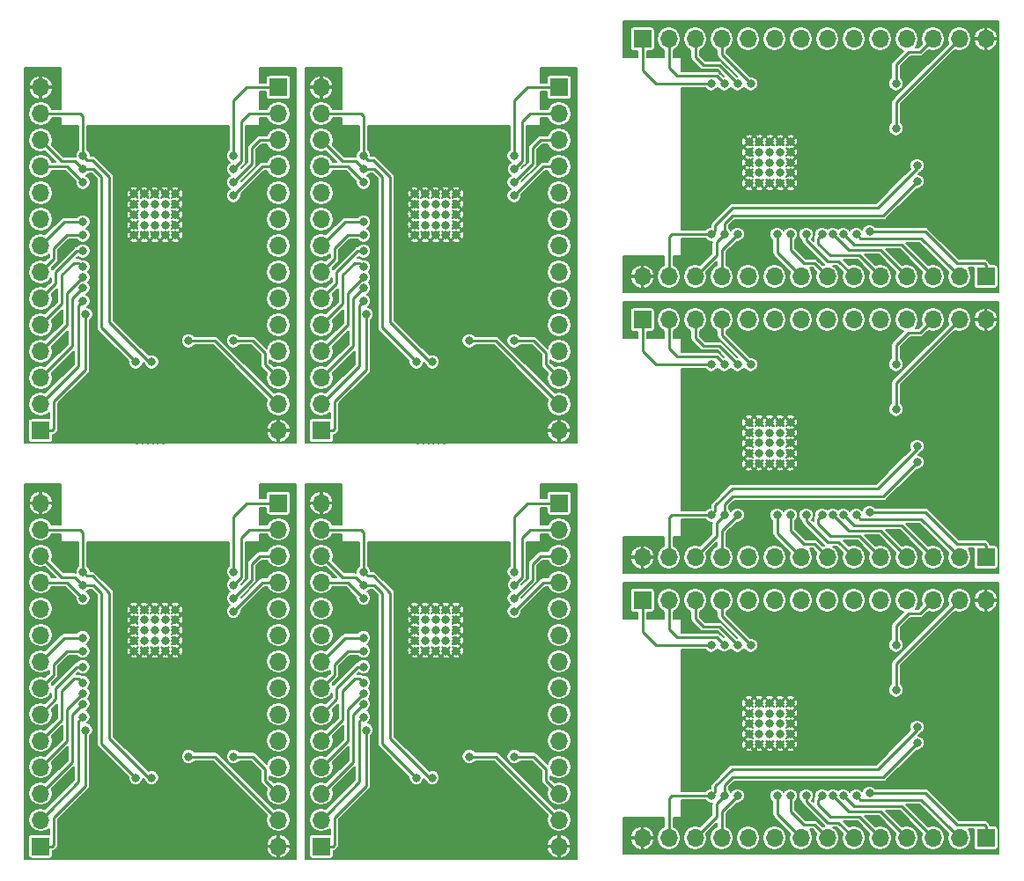
<source format=gbl>
G04 #@! TF.GenerationSoftware,KiCad,Pcbnew,no-vcs-found-91ed3e2~59~ubuntu16.04.1*
G04 #@! TF.CreationDate,2018-01-11T15:10:50+01:00*
G04 #@! TF.ProjectId,ESP32-wroover-adapter-pan,45535033322D77726F6F7665722D6164,rev?*
G04 #@! TF.SameCoordinates,Original*
G04 #@! TF.FileFunction,Copper,L2,Bot,Signal*
G04 #@! TF.FilePolarity,Positive*
%FSLAX46Y46*%
G04 Gerber Fmt 4.6, Leading zero omitted, Abs format (unit mm)*
G04 Created by KiCad (PCBNEW no-vcs-found-91ed3e2~59~ubuntu16.04.1) date Thu Jan 11 15:10:50 2018*
%MOMM*%
%LPD*%
G01*
G04 APERTURE LIST*
%ADD10C,0.800000*%
%ADD11R,1.700000X1.700000*%
%ADD12O,1.700000X1.700000*%
%ADD13C,0.250000*%
%ADD14C,0.127000*%
G04 APERTURE END LIST*
D10*
X122076000Y-78561000D03*
X123076000Y-78561000D03*
X124076000Y-78561000D03*
X125076000Y-78561000D03*
X126076000Y-78561000D03*
X122076000Y-80561000D03*
X123076000Y-80561000D03*
X124076000Y-80561000D03*
X125076000Y-80561000D03*
X126076000Y-80561000D03*
X126076000Y-79561000D03*
X125076000Y-79561000D03*
X124076000Y-79561000D03*
X123076000Y-79561000D03*
X122076000Y-79561000D03*
X122076000Y-81561000D03*
X123076000Y-81561000D03*
X124076000Y-81561000D03*
X125076000Y-81561000D03*
X126076000Y-81561000D03*
X126076000Y-82561000D03*
X125076000Y-82561000D03*
X124076000Y-82561000D03*
X123076000Y-82561000D03*
X122076000Y-82561000D03*
D11*
X144858000Y-91542000D03*
D12*
X142318000Y-91542000D03*
X139778000Y-91542000D03*
X137238000Y-91542000D03*
X134698000Y-91542000D03*
X132158000Y-91542000D03*
X129618000Y-91542000D03*
X127078000Y-91542000D03*
X124538000Y-91542000D03*
X121998000Y-91542000D03*
X119458000Y-91542000D03*
X116918000Y-91542000D03*
X114378000Y-91542000D03*
X111838000Y-91542000D03*
X144858000Y-68682000D03*
X142318000Y-68682000D03*
X139778000Y-68682000D03*
X137238000Y-68682000D03*
X134698000Y-68682000D03*
X132158000Y-68682000D03*
X129618000Y-68682000D03*
X127078000Y-68682000D03*
X124538000Y-68682000D03*
X121998000Y-68682000D03*
X119458000Y-68682000D03*
X116918000Y-68682000D03*
X114378000Y-68682000D03*
D11*
X111838000Y-68682000D03*
X111838000Y-95682000D03*
D12*
X114378000Y-95682000D03*
X116918000Y-95682000D03*
X119458000Y-95682000D03*
X121998000Y-95682000D03*
X124538000Y-95682000D03*
X127078000Y-95682000D03*
X129618000Y-95682000D03*
X132158000Y-95682000D03*
X134698000Y-95682000D03*
X137238000Y-95682000D03*
X139778000Y-95682000D03*
X142318000Y-95682000D03*
X144858000Y-95682000D03*
X111838000Y-118542000D03*
X114378000Y-118542000D03*
X116918000Y-118542000D03*
X119458000Y-118542000D03*
X121998000Y-118542000D03*
X124538000Y-118542000D03*
X127078000Y-118542000D03*
X129618000Y-118542000D03*
X132158000Y-118542000D03*
X134698000Y-118542000D03*
X137238000Y-118542000D03*
X139778000Y-118542000D03*
X142318000Y-118542000D03*
D11*
X144858000Y-118542000D03*
D10*
X122076000Y-109561000D03*
X123076000Y-109561000D03*
X124076000Y-109561000D03*
X125076000Y-109561000D03*
X126076000Y-109561000D03*
X126076000Y-108561000D03*
X125076000Y-108561000D03*
X124076000Y-108561000D03*
X123076000Y-108561000D03*
X122076000Y-108561000D03*
X122076000Y-106561000D03*
X123076000Y-106561000D03*
X124076000Y-106561000D03*
X125076000Y-106561000D03*
X126076000Y-106561000D03*
X126076000Y-107561000D03*
X125076000Y-107561000D03*
X124076000Y-107561000D03*
X123076000Y-107561000D03*
X122076000Y-107561000D03*
X126076000Y-105561000D03*
X125076000Y-105561000D03*
X124076000Y-105561000D03*
X123076000Y-105561000D03*
X122076000Y-105561000D03*
X122076000Y-132561000D03*
X123076000Y-132561000D03*
X124076000Y-132561000D03*
X125076000Y-132561000D03*
X126076000Y-132561000D03*
X122076000Y-134561000D03*
X123076000Y-134561000D03*
X124076000Y-134561000D03*
X125076000Y-134561000D03*
X126076000Y-134561000D03*
X126076000Y-133561000D03*
X125076000Y-133561000D03*
X124076000Y-133561000D03*
X123076000Y-133561000D03*
X122076000Y-133561000D03*
X122076000Y-135561000D03*
X123076000Y-135561000D03*
X124076000Y-135561000D03*
X125076000Y-135561000D03*
X126076000Y-135561000D03*
X126076000Y-136561000D03*
X125076000Y-136561000D03*
X124076000Y-136561000D03*
X123076000Y-136561000D03*
X122076000Y-136561000D03*
D11*
X144858000Y-145542000D03*
D12*
X142318000Y-145542000D03*
X139778000Y-145542000D03*
X137238000Y-145542000D03*
X134698000Y-145542000D03*
X132158000Y-145542000D03*
X129618000Y-145542000D03*
X127078000Y-145542000D03*
X124538000Y-145542000D03*
X121998000Y-145542000D03*
X119458000Y-145542000D03*
X116918000Y-145542000D03*
X114378000Y-145542000D03*
X111838000Y-145542000D03*
X144858000Y-122682000D03*
X142318000Y-122682000D03*
X139778000Y-122682000D03*
X137238000Y-122682000D03*
X134698000Y-122682000D03*
X132158000Y-122682000D03*
X129618000Y-122682000D03*
X127078000Y-122682000D03*
X124538000Y-122682000D03*
X121998000Y-122682000D03*
X119458000Y-122682000D03*
X116918000Y-122682000D03*
X114378000Y-122682000D03*
D11*
X111838000Y-122682000D03*
D10*
X66939000Y-83576000D03*
X66939000Y-84576000D03*
X66939000Y-85576000D03*
X66939000Y-86576000D03*
X66939000Y-87576000D03*
X64939000Y-83576000D03*
X64939000Y-84576000D03*
X64939000Y-85576000D03*
X64939000Y-86576000D03*
X64939000Y-87576000D03*
X65939000Y-87576000D03*
X65939000Y-86576000D03*
X65939000Y-85576000D03*
X65939000Y-84576000D03*
X65939000Y-83576000D03*
X63939000Y-83576000D03*
X63939000Y-84576000D03*
X63939000Y-85576000D03*
X63939000Y-86576000D03*
X63939000Y-87576000D03*
X62939000Y-87576000D03*
X62939000Y-86576000D03*
X62939000Y-85576000D03*
X62939000Y-84576000D03*
X62939000Y-83576000D03*
D11*
X53958000Y-106358000D03*
D12*
X53958000Y-103818000D03*
X53958000Y-101278000D03*
X53958000Y-98738000D03*
X53958000Y-96198000D03*
X53958000Y-93658000D03*
X53958000Y-91118000D03*
X53958000Y-88578000D03*
X53958000Y-86038000D03*
X53958000Y-83498000D03*
X53958000Y-80958000D03*
X53958000Y-78418000D03*
X53958000Y-75878000D03*
X53958000Y-73338000D03*
X76818000Y-106358000D03*
X76818000Y-103818000D03*
X76818000Y-101278000D03*
X76818000Y-98738000D03*
X76818000Y-96198000D03*
X76818000Y-93658000D03*
X76818000Y-91118000D03*
X76818000Y-88578000D03*
X76818000Y-86038000D03*
X76818000Y-83498000D03*
X76818000Y-80958000D03*
X76818000Y-78418000D03*
X76818000Y-75878000D03*
D11*
X76818000Y-73338000D03*
X103818000Y-73338000D03*
D12*
X103818000Y-75878000D03*
X103818000Y-78418000D03*
X103818000Y-80958000D03*
X103818000Y-83498000D03*
X103818000Y-86038000D03*
X103818000Y-88578000D03*
X103818000Y-91118000D03*
X103818000Y-93658000D03*
X103818000Y-96198000D03*
X103818000Y-98738000D03*
X103818000Y-101278000D03*
X103818000Y-103818000D03*
X103818000Y-106358000D03*
X80958000Y-73338000D03*
X80958000Y-75878000D03*
X80958000Y-78418000D03*
X80958000Y-80958000D03*
X80958000Y-83498000D03*
X80958000Y-86038000D03*
X80958000Y-88578000D03*
X80958000Y-91118000D03*
X80958000Y-93658000D03*
X80958000Y-96198000D03*
X80958000Y-98738000D03*
X80958000Y-101278000D03*
X80958000Y-103818000D03*
D11*
X80958000Y-106358000D03*
D10*
X89939000Y-83576000D03*
X89939000Y-84576000D03*
X89939000Y-85576000D03*
X89939000Y-86576000D03*
X89939000Y-87576000D03*
X90939000Y-87576000D03*
X90939000Y-86576000D03*
X90939000Y-85576000D03*
X90939000Y-84576000D03*
X90939000Y-83576000D03*
X92939000Y-83576000D03*
X92939000Y-84576000D03*
X92939000Y-85576000D03*
X92939000Y-86576000D03*
X92939000Y-87576000D03*
X91939000Y-87576000D03*
X91939000Y-86576000D03*
X91939000Y-85576000D03*
X91939000Y-84576000D03*
X91939000Y-83576000D03*
X93939000Y-87576000D03*
X93939000Y-86576000D03*
X93939000Y-85576000D03*
X93939000Y-84576000D03*
X93939000Y-83576000D03*
X66939000Y-123576000D03*
X66939000Y-124576000D03*
X66939000Y-125576000D03*
X66939000Y-126576000D03*
X66939000Y-127576000D03*
X64939000Y-123576000D03*
X64939000Y-124576000D03*
X64939000Y-125576000D03*
X64939000Y-126576000D03*
X64939000Y-127576000D03*
X65939000Y-127576000D03*
X65939000Y-126576000D03*
X65939000Y-125576000D03*
X65939000Y-124576000D03*
X65939000Y-123576000D03*
X63939000Y-123576000D03*
X63939000Y-124576000D03*
X63939000Y-125576000D03*
X63939000Y-126576000D03*
X63939000Y-127576000D03*
X62939000Y-127576000D03*
X62939000Y-126576000D03*
X62939000Y-125576000D03*
X62939000Y-124576000D03*
X62939000Y-123576000D03*
D11*
X53958000Y-146358000D03*
D12*
X53958000Y-143818000D03*
X53958000Y-141278000D03*
X53958000Y-138738000D03*
X53958000Y-136198000D03*
X53958000Y-133658000D03*
X53958000Y-131118000D03*
X53958000Y-128578000D03*
X53958000Y-126038000D03*
X53958000Y-123498000D03*
X53958000Y-120958000D03*
X53958000Y-118418000D03*
X53958000Y-115878000D03*
X53958000Y-113338000D03*
X76818000Y-146358000D03*
X76818000Y-143818000D03*
X76818000Y-141278000D03*
X76818000Y-138738000D03*
X76818000Y-136198000D03*
X76818000Y-133658000D03*
X76818000Y-131118000D03*
X76818000Y-128578000D03*
X76818000Y-126038000D03*
X76818000Y-123498000D03*
X76818000Y-120958000D03*
X76818000Y-118418000D03*
X76818000Y-115878000D03*
D11*
X76818000Y-113338000D03*
X103818000Y-113338000D03*
D12*
X103818000Y-115878000D03*
X103818000Y-118418000D03*
X103818000Y-120958000D03*
X103818000Y-123498000D03*
X103818000Y-126038000D03*
X103818000Y-128578000D03*
X103818000Y-131118000D03*
X103818000Y-133658000D03*
X103818000Y-136198000D03*
X103818000Y-138738000D03*
X103818000Y-141278000D03*
X103818000Y-143818000D03*
X103818000Y-146358000D03*
X80958000Y-113338000D03*
X80958000Y-115878000D03*
X80958000Y-118418000D03*
X80958000Y-120958000D03*
X80958000Y-123498000D03*
X80958000Y-126038000D03*
X80958000Y-128578000D03*
X80958000Y-131118000D03*
X80958000Y-133658000D03*
X80958000Y-136198000D03*
X80958000Y-138738000D03*
X80958000Y-141278000D03*
X80958000Y-143818000D03*
D11*
X80958000Y-146358000D03*
D10*
X89939000Y-123576000D03*
X89939000Y-124576000D03*
X89939000Y-125576000D03*
X89939000Y-126576000D03*
X89939000Y-127576000D03*
X90939000Y-127576000D03*
X90939000Y-126576000D03*
X90939000Y-125576000D03*
X90939000Y-124576000D03*
X90939000Y-123576000D03*
X92939000Y-123576000D03*
X92939000Y-124576000D03*
X92939000Y-125576000D03*
X92939000Y-126576000D03*
X92939000Y-127576000D03*
X91939000Y-127576000D03*
X91939000Y-126576000D03*
X91939000Y-125576000D03*
X91939000Y-124576000D03*
X91939000Y-123576000D03*
X93939000Y-127576000D03*
X93939000Y-126576000D03*
X93939000Y-125576000D03*
X93939000Y-124576000D03*
X93939000Y-123576000D03*
X138254000Y-80874000D03*
X118442000Y-87478000D03*
X118442000Y-114478000D03*
X138254000Y-107874000D03*
X138254000Y-134874000D03*
X118442000Y-141478000D03*
X64626000Y-99754000D03*
X58022000Y-79942000D03*
X85022000Y-79942000D03*
X91626000Y-99754000D03*
X64626000Y-139754000D03*
X58022000Y-119942000D03*
X85022000Y-119942000D03*
X91626000Y-139754000D03*
X138254000Y-82398000D03*
X119712000Y-87478000D03*
X119712000Y-114478000D03*
X138254000Y-109398000D03*
X138254000Y-136398000D03*
X119712000Y-141478000D03*
X63102000Y-99754000D03*
X58022000Y-81212000D03*
X85022000Y-81212000D03*
X90102000Y-99754000D03*
X63102000Y-139754000D03*
X58022000Y-121212000D03*
X85022000Y-121212000D03*
X90102000Y-139754000D03*
X120982000Y-87478000D03*
X120982000Y-114478000D03*
X120982000Y-141478000D03*
X58022000Y-82482000D03*
X85022000Y-82482000D03*
X58022000Y-122482000D03*
X85022000Y-122482000D03*
X124792000Y-87478000D03*
X124792000Y-114478000D03*
X124792000Y-141478000D03*
X58022000Y-86292000D03*
X85022000Y-86292000D03*
X58022000Y-126292000D03*
X85022000Y-126292000D03*
X126062000Y-87478000D03*
X126062000Y-114478000D03*
X126062000Y-141478000D03*
X58022000Y-87562000D03*
X85022000Y-87562000D03*
X58022000Y-127562000D03*
X85022000Y-127562000D03*
X127586000Y-87478000D03*
X127586000Y-114478000D03*
X127586000Y-141478000D03*
X58022000Y-89086000D03*
X85022000Y-89086000D03*
X58022000Y-129086000D03*
X85022000Y-129086000D03*
X129110000Y-87478000D03*
X129110000Y-114478000D03*
X129110000Y-141478000D03*
X58022000Y-90610000D03*
X85022000Y-90610000D03*
X58022000Y-130610000D03*
X85022000Y-130610000D03*
X130126000Y-87478000D03*
X130126000Y-114478000D03*
X130126000Y-141478000D03*
X58022000Y-91626000D03*
X85022000Y-91626000D03*
X58022000Y-131626000D03*
X85022000Y-131626000D03*
X131142000Y-87478000D03*
X131142000Y-114478000D03*
X131142000Y-141478000D03*
X58022000Y-92642000D03*
X85022000Y-92642000D03*
X58022000Y-132642000D03*
X85022000Y-132642000D03*
X132412000Y-87478000D03*
X132412000Y-114478000D03*
X132412000Y-141478000D03*
X58022000Y-93912000D03*
X85022000Y-93912000D03*
X58022000Y-133912000D03*
X85022000Y-133912000D03*
X133682000Y-87224000D03*
X133682000Y-114224000D03*
X133682000Y-141224000D03*
X58276000Y-95182000D03*
X85276000Y-95182000D03*
X58276000Y-135182000D03*
X85276000Y-135182000D03*
X136222000Y-77318000D03*
X136222000Y-104318000D03*
X136222000Y-131318000D03*
X68182000Y-97722000D03*
X95182000Y-97722000D03*
X68182000Y-137722000D03*
X95182000Y-137722000D03*
X136222000Y-73000000D03*
X136222000Y-100000000D03*
X136222000Y-127000000D03*
X72500000Y-97722000D03*
X99500000Y-97722000D03*
X72500000Y-137722000D03*
X99500000Y-137722000D03*
X122252000Y-73000000D03*
X122252000Y-100000000D03*
X122252000Y-127000000D03*
X72500000Y-83752000D03*
X99500000Y-83752000D03*
X72500000Y-123752000D03*
X99500000Y-123752000D03*
X120982000Y-73000000D03*
X120982000Y-100000000D03*
X120982000Y-127000000D03*
X72500000Y-82482000D03*
X99500000Y-82482000D03*
X72500000Y-122482000D03*
X99500000Y-122482000D03*
X119706000Y-72994000D03*
X119706000Y-99994000D03*
X119706000Y-126994000D03*
X72506000Y-81206000D03*
X99506000Y-81206000D03*
X72506000Y-121206000D03*
X99506000Y-121206000D03*
X118442000Y-73000000D03*
X118442000Y-100000000D03*
X118442000Y-127000000D03*
X72500000Y-79942000D03*
X99500000Y-79942000D03*
X72500000Y-119942000D03*
X99500000Y-119942000D03*
D13*
X134444000Y-84938000D02*
X138254000Y-81128000D01*
X138254000Y-81128000D02*
X138254000Y-80874000D01*
X120474000Y-84938000D02*
X134444000Y-84938000D01*
X118841999Y-86570001D02*
X120474000Y-84938000D01*
X118442000Y-87478000D02*
X118841999Y-87078001D01*
X118841999Y-87078001D02*
X118841999Y-86570001D01*
X114632000Y-87478000D02*
X114378000Y-87732000D01*
X114378000Y-87732000D02*
X114378000Y-91542000D01*
X118442000Y-87478000D02*
X114632000Y-87478000D01*
X118442000Y-114478000D02*
X114632000Y-114478000D01*
X114378000Y-114732000D02*
X114378000Y-118542000D01*
X114632000Y-114478000D02*
X114378000Y-114732000D01*
X118841999Y-114078001D02*
X118841999Y-113570001D01*
X118442000Y-114478000D02*
X118841999Y-114078001D01*
X118841999Y-113570001D02*
X120474000Y-111938000D01*
X120474000Y-111938000D02*
X134444000Y-111938000D01*
X138254000Y-108128000D02*
X138254000Y-107874000D01*
X134444000Y-111938000D02*
X138254000Y-108128000D01*
X134444000Y-138938000D02*
X138254000Y-135128000D01*
X138254000Y-135128000D02*
X138254000Y-134874000D01*
X120474000Y-138938000D02*
X134444000Y-138938000D01*
X118841999Y-140570001D02*
X120474000Y-138938000D01*
X118442000Y-141478000D02*
X118841999Y-141078001D01*
X118841999Y-141078001D02*
X118841999Y-140570001D01*
X114632000Y-141478000D02*
X114378000Y-141732000D01*
X114378000Y-141732000D02*
X114378000Y-145542000D01*
X118442000Y-141478000D02*
X114632000Y-141478000D01*
X60562000Y-95944000D02*
X64372000Y-99754000D01*
X64372000Y-99754000D02*
X64626000Y-99754000D01*
X60562000Y-81974000D02*
X60562000Y-95944000D01*
X58929999Y-80341999D02*
X60562000Y-81974000D01*
X58022000Y-79942000D02*
X58421999Y-80341999D01*
X58421999Y-80341999D02*
X58929999Y-80341999D01*
X58022000Y-76132000D02*
X57768000Y-75878000D01*
X57768000Y-75878000D02*
X53958000Y-75878000D01*
X58022000Y-79942000D02*
X58022000Y-76132000D01*
X85022000Y-79942000D02*
X85022000Y-76132000D01*
X84768000Y-75878000D02*
X80958000Y-75878000D01*
X85022000Y-76132000D02*
X84768000Y-75878000D01*
X85421999Y-80341999D02*
X85929999Y-80341999D01*
X85022000Y-79942000D02*
X85421999Y-80341999D01*
X85929999Y-80341999D02*
X87562000Y-81974000D01*
X87562000Y-81974000D02*
X87562000Y-95944000D01*
X91372000Y-99754000D02*
X91626000Y-99754000D01*
X87562000Y-95944000D02*
X91372000Y-99754000D01*
X60562000Y-135944000D02*
X64372000Y-139754000D01*
X64372000Y-139754000D02*
X64626000Y-139754000D01*
X60562000Y-121974000D02*
X60562000Y-135944000D01*
X58929999Y-120341999D02*
X60562000Y-121974000D01*
X58022000Y-119942000D02*
X58421999Y-120341999D01*
X58421999Y-120341999D02*
X58929999Y-120341999D01*
X58022000Y-116132000D02*
X57768000Y-115878000D01*
X57768000Y-115878000D02*
X53958000Y-115878000D01*
X58022000Y-119942000D02*
X58022000Y-116132000D01*
X85022000Y-119942000D02*
X85022000Y-116132000D01*
X84768000Y-115878000D02*
X80958000Y-115878000D01*
X85022000Y-116132000D02*
X84768000Y-115878000D01*
X85421999Y-120341999D02*
X85929999Y-120341999D01*
X85022000Y-119942000D02*
X85421999Y-120341999D01*
X85929999Y-120341999D02*
X87562000Y-121974000D01*
X87562000Y-121974000D02*
X87562000Y-135944000D01*
X91372000Y-139754000D02*
X91626000Y-139754000D01*
X87562000Y-135944000D02*
X91372000Y-139754000D01*
X119712000Y-87478000D02*
X119712000Y-86462000D01*
X134952000Y-85700000D02*
X138254000Y-82398000D01*
X119712000Y-86462000D02*
X120474000Y-85700000D01*
X120474000Y-85700000D02*
X134952000Y-85700000D01*
X118950000Y-88240000D02*
X118950000Y-89510000D01*
X118950000Y-89510000D02*
X116918000Y-91542000D01*
X119712000Y-87478000D02*
X118950000Y-88240000D01*
X119712000Y-114478000D02*
X118950000Y-115240000D01*
X118950000Y-116510000D02*
X116918000Y-118542000D01*
X118950000Y-115240000D02*
X118950000Y-116510000D01*
X120474000Y-112700000D02*
X134952000Y-112700000D01*
X119712000Y-113462000D02*
X120474000Y-112700000D01*
X134952000Y-112700000D02*
X138254000Y-109398000D01*
X119712000Y-114478000D02*
X119712000Y-113462000D01*
X119712000Y-141478000D02*
X119712000Y-140462000D01*
X134952000Y-139700000D02*
X138254000Y-136398000D01*
X119712000Y-140462000D02*
X120474000Y-139700000D01*
X120474000Y-139700000D02*
X134952000Y-139700000D01*
X118950000Y-142240000D02*
X118950000Y-143510000D01*
X118950000Y-143510000D02*
X116918000Y-145542000D01*
X119712000Y-141478000D02*
X118950000Y-142240000D01*
X58022000Y-81212000D02*
X59038000Y-81212000D01*
X59800000Y-96452000D02*
X63102000Y-99754000D01*
X59038000Y-81212000D02*
X59800000Y-81974000D01*
X59800000Y-81974000D02*
X59800000Y-96452000D01*
X57260000Y-80450000D02*
X55990000Y-80450000D01*
X55990000Y-80450000D02*
X53958000Y-78418000D01*
X58022000Y-81212000D02*
X57260000Y-80450000D01*
X85022000Y-81212000D02*
X84260000Y-80450000D01*
X82990000Y-80450000D02*
X80958000Y-78418000D01*
X84260000Y-80450000D02*
X82990000Y-80450000D01*
X86800000Y-81974000D02*
X86800000Y-96452000D01*
X86038000Y-81212000D02*
X86800000Y-81974000D01*
X86800000Y-96452000D02*
X90102000Y-99754000D01*
X85022000Y-81212000D02*
X86038000Y-81212000D01*
X58022000Y-121212000D02*
X59038000Y-121212000D01*
X59800000Y-136452000D02*
X63102000Y-139754000D01*
X59038000Y-121212000D02*
X59800000Y-121974000D01*
X59800000Y-121974000D02*
X59800000Y-136452000D01*
X57260000Y-120450000D02*
X55990000Y-120450000D01*
X55990000Y-120450000D02*
X53958000Y-118418000D01*
X58022000Y-121212000D02*
X57260000Y-120450000D01*
X85022000Y-121212000D02*
X84260000Y-120450000D01*
X82990000Y-120450000D02*
X80958000Y-118418000D01*
X84260000Y-120450000D02*
X82990000Y-120450000D01*
X86800000Y-121974000D02*
X86800000Y-136452000D01*
X86038000Y-121212000D02*
X86800000Y-121974000D01*
X86800000Y-136452000D02*
X90102000Y-139754000D01*
X85022000Y-121212000D02*
X86038000Y-121212000D01*
X120982000Y-87478000D02*
X119458000Y-89002000D01*
X119458000Y-89002000D02*
X119458000Y-91542000D01*
X119458000Y-116002000D02*
X119458000Y-118542000D01*
X120982000Y-114478000D02*
X119458000Y-116002000D01*
X120982000Y-141478000D02*
X119458000Y-143002000D01*
X119458000Y-143002000D02*
X119458000Y-145542000D01*
X58022000Y-82482000D02*
X56498000Y-80958000D01*
X56498000Y-80958000D02*
X53958000Y-80958000D01*
X83498000Y-80958000D02*
X80958000Y-80958000D01*
X85022000Y-82482000D02*
X83498000Y-80958000D01*
X58022000Y-122482000D02*
X56498000Y-120958000D01*
X56498000Y-120958000D02*
X53958000Y-120958000D01*
X83498000Y-120958000D02*
X80958000Y-120958000D01*
X85022000Y-122482000D02*
X83498000Y-120958000D01*
X124792000Y-89256000D02*
X127078000Y-91542000D01*
X124792000Y-87478000D02*
X124792000Y-89256000D01*
X124792000Y-114478000D02*
X124792000Y-116256000D01*
X124792000Y-116256000D02*
X127078000Y-118542000D01*
X124792000Y-143256000D02*
X127078000Y-145542000D01*
X124792000Y-141478000D02*
X124792000Y-143256000D01*
X56244000Y-86292000D02*
X53958000Y-88578000D01*
X58022000Y-86292000D02*
X56244000Y-86292000D01*
X85022000Y-86292000D02*
X83244000Y-86292000D01*
X83244000Y-86292000D02*
X80958000Y-88578000D01*
X56244000Y-126292000D02*
X53958000Y-128578000D01*
X58022000Y-126292000D02*
X56244000Y-126292000D01*
X85022000Y-126292000D02*
X83244000Y-126292000D01*
X83244000Y-126292000D02*
X80958000Y-128578000D01*
X126062000Y-87478000D02*
X126062000Y-89002000D01*
X126062000Y-89002000D02*
X127332000Y-90272000D01*
X127332000Y-90272000D02*
X128348000Y-90272000D01*
X128348000Y-90272000D02*
X129618000Y-91542000D01*
X128348000Y-117272000D02*
X129618000Y-118542000D01*
X127332000Y-117272000D02*
X128348000Y-117272000D01*
X126062000Y-116002000D02*
X127332000Y-117272000D01*
X126062000Y-114478000D02*
X126062000Y-116002000D01*
X126062000Y-141478000D02*
X126062000Y-143002000D01*
X126062000Y-143002000D02*
X127332000Y-144272000D01*
X127332000Y-144272000D02*
X128348000Y-144272000D01*
X128348000Y-144272000D02*
X129618000Y-145542000D01*
X58022000Y-87562000D02*
X56498000Y-87562000D01*
X56498000Y-87562000D02*
X55228000Y-88832000D01*
X55228000Y-88832000D02*
X55228000Y-89848000D01*
X55228000Y-89848000D02*
X53958000Y-91118000D01*
X82228000Y-89848000D02*
X80958000Y-91118000D01*
X82228000Y-88832000D02*
X82228000Y-89848000D01*
X83498000Y-87562000D02*
X82228000Y-88832000D01*
X85022000Y-87562000D02*
X83498000Y-87562000D01*
X58022000Y-127562000D02*
X56498000Y-127562000D01*
X56498000Y-127562000D02*
X55228000Y-128832000D01*
X55228000Y-128832000D02*
X55228000Y-129848000D01*
X55228000Y-129848000D02*
X53958000Y-131118000D01*
X82228000Y-129848000D02*
X80958000Y-131118000D01*
X82228000Y-128832000D02*
X82228000Y-129848000D01*
X83498000Y-127562000D02*
X82228000Y-128832000D01*
X85022000Y-127562000D02*
X83498000Y-127562000D01*
X129618000Y-90075685D02*
X130691685Y-90075685D01*
X130691685Y-90075685D02*
X132158000Y-91542000D01*
X127586000Y-87478000D02*
X127586000Y-88043685D01*
X127586000Y-88043685D02*
X129618000Y-90075685D01*
X127586000Y-115043685D02*
X129618000Y-117075685D01*
X127586000Y-114478000D02*
X127586000Y-115043685D01*
X130691685Y-117075685D02*
X132158000Y-118542000D01*
X129618000Y-117075685D02*
X130691685Y-117075685D01*
X129618000Y-144075685D02*
X130691685Y-144075685D01*
X130691685Y-144075685D02*
X132158000Y-145542000D01*
X127586000Y-141478000D02*
X127586000Y-142043685D01*
X127586000Y-142043685D02*
X129618000Y-144075685D01*
X55424315Y-91118000D02*
X55424315Y-92191685D01*
X55424315Y-92191685D02*
X53958000Y-93658000D01*
X58022000Y-89086000D02*
X57456315Y-89086000D01*
X57456315Y-89086000D02*
X55424315Y-91118000D01*
X84456315Y-89086000D02*
X82424315Y-91118000D01*
X85022000Y-89086000D02*
X84456315Y-89086000D01*
X82424315Y-92191685D02*
X80958000Y-93658000D01*
X82424315Y-91118000D02*
X82424315Y-92191685D01*
X55424315Y-131118000D02*
X55424315Y-132191685D01*
X55424315Y-132191685D02*
X53958000Y-133658000D01*
X58022000Y-129086000D02*
X57456315Y-129086000D01*
X57456315Y-129086000D02*
X55424315Y-131118000D01*
X84456315Y-129086000D02*
X82424315Y-131118000D01*
X85022000Y-129086000D02*
X84456315Y-129086000D01*
X82424315Y-132191685D02*
X80958000Y-133658000D01*
X82424315Y-131118000D02*
X82424315Y-132191685D01*
X129872000Y-89510000D02*
X132666000Y-89510000D01*
X132666000Y-89510000D02*
X134698000Y-91542000D01*
X128710001Y-88348001D02*
X129872000Y-89510000D01*
X129110000Y-87478000D02*
X128710001Y-87877999D01*
X128710001Y-87877999D02*
X128710001Y-88348001D01*
X128710001Y-114877999D02*
X128710001Y-115348001D01*
X129110000Y-114478000D02*
X128710001Y-114877999D01*
X128710001Y-115348001D02*
X129872000Y-116510000D01*
X132666000Y-116510000D02*
X134698000Y-118542000D01*
X129872000Y-116510000D02*
X132666000Y-116510000D01*
X129872000Y-143510000D02*
X132666000Y-143510000D01*
X132666000Y-143510000D02*
X134698000Y-145542000D01*
X128710001Y-142348001D02*
X129872000Y-143510000D01*
X129110000Y-141478000D02*
X128710001Y-141877999D01*
X128710001Y-141877999D02*
X128710001Y-142348001D01*
X55990000Y-91372000D02*
X55990000Y-94166000D01*
X55990000Y-94166000D02*
X53958000Y-96198000D01*
X57151999Y-90210001D02*
X55990000Y-91372000D01*
X58022000Y-90610000D02*
X57622001Y-90210001D01*
X57622001Y-90210001D02*
X57151999Y-90210001D01*
X84622001Y-90210001D02*
X84151999Y-90210001D01*
X85022000Y-90610000D02*
X84622001Y-90210001D01*
X84151999Y-90210001D02*
X82990000Y-91372000D01*
X82990000Y-94166000D02*
X80958000Y-96198000D01*
X82990000Y-91372000D02*
X82990000Y-94166000D01*
X55990000Y-131372000D02*
X55990000Y-134166000D01*
X55990000Y-134166000D02*
X53958000Y-136198000D01*
X57151999Y-130210001D02*
X55990000Y-131372000D01*
X58022000Y-130610000D02*
X57622001Y-130210001D01*
X57622001Y-130210001D02*
X57151999Y-130210001D01*
X84622001Y-130210001D02*
X84151999Y-130210001D01*
X85022000Y-130610000D02*
X84622001Y-130210001D01*
X84151999Y-130210001D02*
X82990000Y-131372000D01*
X82990000Y-134166000D02*
X80958000Y-136198000D01*
X82990000Y-131372000D02*
X82990000Y-134166000D01*
X130126000Y-87478000D02*
X131650000Y-89002000D01*
X134698000Y-89002000D02*
X137238000Y-91542000D01*
X131650000Y-89002000D02*
X134698000Y-89002000D01*
X131650000Y-116002000D02*
X134698000Y-116002000D01*
X134698000Y-116002000D02*
X137238000Y-118542000D01*
X130126000Y-114478000D02*
X131650000Y-116002000D01*
X130126000Y-141478000D02*
X131650000Y-143002000D01*
X134698000Y-143002000D02*
X137238000Y-145542000D01*
X131650000Y-143002000D02*
X134698000Y-143002000D01*
X58022000Y-91626000D02*
X56498000Y-93150000D01*
X56498000Y-96198000D02*
X53958000Y-98738000D01*
X56498000Y-93150000D02*
X56498000Y-96198000D01*
X83498000Y-93150000D02*
X83498000Y-96198000D01*
X83498000Y-96198000D02*
X80958000Y-98738000D01*
X85022000Y-91626000D02*
X83498000Y-93150000D01*
X58022000Y-131626000D02*
X56498000Y-133150000D01*
X56498000Y-136198000D02*
X53958000Y-138738000D01*
X56498000Y-133150000D02*
X56498000Y-136198000D01*
X83498000Y-133150000D02*
X83498000Y-136198000D01*
X83498000Y-136198000D02*
X80958000Y-138738000D01*
X85022000Y-131626000D02*
X83498000Y-133150000D01*
X131142000Y-87478000D02*
X132158000Y-88494000D01*
X132158000Y-88494000D02*
X136730000Y-88494000D01*
X136730000Y-88494000D02*
X139778000Y-91542000D01*
X136730000Y-115494000D02*
X139778000Y-118542000D01*
X132158000Y-115494000D02*
X136730000Y-115494000D01*
X131142000Y-114478000D02*
X132158000Y-115494000D01*
X131142000Y-141478000D02*
X132158000Y-142494000D01*
X132158000Y-142494000D02*
X136730000Y-142494000D01*
X136730000Y-142494000D02*
X139778000Y-145542000D01*
X58022000Y-92642000D02*
X57006000Y-93658000D01*
X57006000Y-93658000D02*
X57006000Y-98230000D01*
X57006000Y-98230000D02*
X53958000Y-101278000D01*
X84006000Y-98230000D02*
X80958000Y-101278000D01*
X84006000Y-93658000D02*
X84006000Y-98230000D01*
X85022000Y-92642000D02*
X84006000Y-93658000D01*
X58022000Y-132642000D02*
X57006000Y-133658000D01*
X57006000Y-133658000D02*
X57006000Y-138230000D01*
X57006000Y-138230000D02*
X53958000Y-141278000D01*
X84006000Y-138230000D02*
X80958000Y-141278000D01*
X84006000Y-133658000D02*
X84006000Y-138230000D01*
X85022000Y-132642000D02*
X84006000Y-133658000D01*
X132412000Y-87478000D02*
X132811999Y-87877999D01*
X132811999Y-87877999D02*
X138653999Y-87877999D01*
X138653999Y-87877999D02*
X141468001Y-90692001D01*
X141468001Y-90692001D02*
X142318000Y-91542000D01*
X141468001Y-117692001D02*
X142318000Y-118542000D01*
X138653999Y-114877999D02*
X141468001Y-117692001D01*
X132811999Y-114877999D02*
X138653999Y-114877999D01*
X132412000Y-114478000D02*
X132811999Y-114877999D01*
X132412000Y-141478000D02*
X132811999Y-141877999D01*
X132811999Y-141877999D02*
X138653999Y-141877999D01*
X138653999Y-141877999D02*
X141468001Y-144692001D01*
X141468001Y-144692001D02*
X142318000Y-145542000D01*
X58022000Y-93912000D02*
X57622001Y-94311999D01*
X57622001Y-94311999D02*
X57622001Y-100153999D01*
X57622001Y-100153999D02*
X54807999Y-102968001D01*
X54807999Y-102968001D02*
X53958000Y-103818000D01*
X81807999Y-102968001D02*
X80958000Y-103818000D01*
X84622001Y-100153999D02*
X81807999Y-102968001D01*
X84622001Y-94311999D02*
X84622001Y-100153999D01*
X85022000Y-93912000D02*
X84622001Y-94311999D01*
X58022000Y-133912000D02*
X57622001Y-134311999D01*
X57622001Y-134311999D02*
X57622001Y-140153999D01*
X57622001Y-140153999D02*
X54807999Y-142968001D01*
X54807999Y-142968001D02*
X53958000Y-143818000D01*
X81807999Y-142968001D02*
X80958000Y-143818000D01*
X84622001Y-140153999D02*
X81807999Y-142968001D01*
X84622001Y-134311999D02*
X84622001Y-140153999D01*
X85022000Y-133912000D02*
X84622001Y-134311999D01*
X133682000Y-87224000D02*
X139016000Y-87224000D01*
X139016000Y-87224000D02*
X142064000Y-90272000D01*
X142064000Y-90272000D02*
X144688000Y-90272000D01*
X144688000Y-90272000D02*
X144858000Y-90442000D01*
X144858000Y-90442000D02*
X144858000Y-91542000D01*
X144858000Y-117442000D02*
X144858000Y-118542000D01*
X144688000Y-117272000D02*
X144858000Y-117442000D01*
X142064000Y-117272000D02*
X144688000Y-117272000D01*
X139016000Y-114224000D02*
X142064000Y-117272000D01*
X133682000Y-114224000D02*
X139016000Y-114224000D01*
X133682000Y-141224000D02*
X139016000Y-141224000D01*
X139016000Y-141224000D02*
X142064000Y-144272000D01*
X142064000Y-144272000D02*
X144688000Y-144272000D01*
X144688000Y-144272000D02*
X144858000Y-144442000D01*
X144858000Y-144442000D02*
X144858000Y-145542000D01*
X58276000Y-95182000D02*
X58276000Y-100516000D01*
X58276000Y-100516000D02*
X55228000Y-103564000D01*
X55228000Y-103564000D02*
X55228000Y-106188000D01*
X55228000Y-106188000D02*
X55058000Y-106358000D01*
X55058000Y-106358000D02*
X53958000Y-106358000D01*
X82058000Y-106358000D02*
X80958000Y-106358000D01*
X82228000Y-106188000D02*
X82058000Y-106358000D01*
X82228000Y-103564000D02*
X82228000Y-106188000D01*
X85276000Y-100516000D02*
X82228000Y-103564000D01*
X85276000Y-95182000D02*
X85276000Y-100516000D01*
X58276000Y-135182000D02*
X58276000Y-140516000D01*
X58276000Y-140516000D02*
X55228000Y-143564000D01*
X55228000Y-143564000D02*
X55228000Y-146188000D01*
X55228000Y-146188000D02*
X55058000Y-146358000D01*
X55058000Y-146358000D02*
X53958000Y-146358000D01*
X82058000Y-146358000D02*
X80958000Y-146358000D01*
X82228000Y-146188000D02*
X82058000Y-146358000D01*
X82228000Y-143564000D02*
X82228000Y-146188000D01*
X85276000Y-140516000D02*
X82228000Y-143564000D01*
X85276000Y-135182000D02*
X85276000Y-140516000D01*
X136222000Y-76752315D02*
X136222000Y-77318000D01*
X136222000Y-74778000D02*
X136222000Y-76752315D01*
X142318000Y-68682000D02*
X136222000Y-74778000D01*
X142318000Y-95682000D02*
X136222000Y-101778000D01*
X136222000Y-101778000D02*
X136222000Y-103752315D01*
X136222000Y-103752315D02*
X136222000Y-104318000D01*
X136222000Y-130752315D02*
X136222000Y-131318000D01*
X136222000Y-128778000D02*
X136222000Y-130752315D01*
X142318000Y-122682000D02*
X136222000Y-128778000D01*
X68747685Y-97722000D02*
X68182000Y-97722000D01*
X70722000Y-97722000D02*
X68747685Y-97722000D01*
X76818000Y-103818000D02*
X70722000Y-97722000D01*
X103818000Y-103818000D02*
X97722000Y-97722000D01*
X97722000Y-97722000D02*
X95747685Y-97722000D01*
X95747685Y-97722000D02*
X95182000Y-97722000D01*
X68747685Y-137722000D02*
X68182000Y-137722000D01*
X70722000Y-137722000D02*
X68747685Y-137722000D01*
X76818000Y-143818000D02*
X70722000Y-137722000D01*
X103818000Y-143818000D02*
X97722000Y-137722000D01*
X97722000Y-137722000D02*
X95747685Y-137722000D01*
X95747685Y-137722000D02*
X95182000Y-137722000D01*
X137411002Y-69952000D02*
X138508000Y-69952000D01*
X138508000Y-69952000D02*
X139778000Y-68682000D01*
X136222000Y-73000000D02*
X136222000Y-71141002D01*
X136222000Y-71141002D02*
X137411002Y-69952000D01*
X136222000Y-98141002D02*
X137411002Y-96952000D01*
X136222000Y-100000000D02*
X136222000Y-98141002D01*
X138508000Y-96952000D02*
X139778000Y-95682000D01*
X137411002Y-96952000D02*
X138508000Y-96952000D01*
X137411002Y-123952000D02*
X138508000Y-123952000D01*
X138508000Y-123952000D02*
X139778000Y-122682000D01*
X136222000Y-127000000D02*
X136222000Y-125141002D01*
X136222000Y-125141002D02*
X137411002Y-123952000D01*
X75548000Y-98911002D02*
X75548000Y-100008000D01*
X75548000Y-100008000D02*
X76818000Y-101278000D01*
X72500000Y-97722000D02*
X74358998Y-97722000D01*
X74358998Y-97722000D02*
X75548000Y-98911002D01*
X101358998Y-97722000D02*
X102548000Y-98911002D01*
X99500000Y-97722000D02*
X101358998Y-97722000D01*
X102548000Y-100008000D02*
X103818000Y-101278000D01*
X102548000Y-98911002D02*
X102548000Y-100008000D01*
X75548000Y-138911002D02*
X75548000Y-140008000D01*
X75548000Y-140008000D02*
X76818000Y-141278000D01*
X72500000Y-137722000D02*
X74358998Y-137722000D01*
X74358998Y-137722000D02*
X75548000Y-138911002D01*
X101358998Y-137722000D02*
X102548000Y-138911002D01*
X99500000Y-137722000D02*
X101358998Y-137722000D01*
X102548000Y-140008000D02*
X103818000Y-141278000D01*
X102548000Y-138911002D02*
X102548000Y-140008000D01*
X122252000Y-73000000D02*
X119458000Y-70206000D01*
X119458000Y-70206000D02*
X119458000Y-68682000D01*
X119458000Y-97206000D02*
X119458000Y-95682000D01*
X122252000Y-100000000D02*
X119458000Y-97206000D01*
X122252000Y-127000000D02*
X119458000Y-124206000D01*
X119458000Y-124206000D02*
X119458000Y-122682000D01*
X72500000Y-83752000D02*
X75294000Y-80958000D01*
X75294000Y-80958000D02*
X76818000Y-80958000D01*
X102294000Y-80958000D02*
X103818000Y-80958000D01*
X99500000Y-83752000D02*
X102294000Y-80958000D01*
X72500000Y-123752000D02*
X75294000Y-120958000D01*
X75294000Y-120958000D02*
X76818000Y-120958000D01*
X102294000Y-120958000D02*
X103818000Y-120958000D01*
X99500000Y-123752000D02*
X102294000Y-120958000D01*
X117680000Y-71222000D02*
X116918000Y-70460000D01*
X116918000Y-70460000D02*
X116918000Y-68682000D01*
X119204000Y-71222000D02*
X117680000Y-71222000D01*
X120982000Y-73000000D02*
X119204000Y-71222000D01*
X120982000Y-100000000D02*
X119204000Y-98222000D01*
X119204000Y-98222000D02*
X117680000Y-98222000D01*
X116918000Y-97460000D02*
X116918000Y-95682000D01*
X117680000Y-98222000D02*
X116918000Y-97460000D01*
X117680000Y-125222000D02*
X116918000Y-124460000D01*
X116918000Y-124460000D02*
X116918000Y-122682000D01*
X119204000Y-125222000D02*
X117680000Y-125222000D01*
X120982000Y-127000000D02*
X119204000Y-125222000D01*
X74278000Y-79180000D02*
X75040000Y-78418000D01*
X75040000Y-78418000D02*
X76818000Y-78418000D01*
X74278000Y-80704000D02*
X74278000Y-79180000D01*
X72500000Y-82482000D02*
X74278000Y-80704000D01*
X99500000Y-82482000D02*
X101278000Y-80704000D01*
X101278000Y-80704000D02*
X101278000Y-79180000D01*
X102040000Y-78418000D02*
X103818000Y-78418000D01*
X101278000Y-79180000D02*
X102040000Y-78418000D01*
X74278000Y-119180000D02*
X75040000Y-118418000D01*
X75040000Y-118418000D02*
X76818000Y-118418000D01*
X74278000Y-120704000D02*
X74278000Y-119180000D01*
X72500000Y-122482000D02*
X74278000Y-120704000D01*
X99500000Y-122482000D02*
X101278000Y-120704000D01*
X101278000Y-120704000D02*
X101278000Y-119180000D01*
X102040000Y-118418000D02*
X103818000Y-118418000D01*
X101278000Y-119180000D02*
X102040000Y-118418000D01*
X119706000Y-72994000D02*
X118950000Y-72238000D01*
X118950000Y-72238000D02*
X115140000Y-72238000D01*
X114378000Y-71476000D02*
X114378000Y-68682000D01*
X115140000Y-72238000D02*
X114378000Y-71476000D01*
X115140000Y-99238000D02*
X114378000Y-98476000D01*
X114378000Y-98476000D02*
X114378000Y-95682000D01*
X118950000Y-99238000D02*
X115140000Y-99238000D01*
X119706000Y-99994000D02*
X118950000Y-99238000D01*
X119706000Y-126994000D02*
X118950000Y-126238000D01*
X118950000Y-126238000D02*
X115140000Y-126238000D01*
X114378000Y-125476000D02*
X114378000Y-122682000D01*
X115140000Y-126238000D02*
X114378000Y-125476000D01*
X72506000Y-81206000D02*
X73262000Y-80450000D01*
X73262000Y-80450000D02*
X73262000Y-76640000D01*
X74024000Y-75878000D02*
X76818000Y-75878000D01*
X73262000Y-76640000D02*
X74024000Y-75878000D01*
X100262000Y-76640000D02*
X101024000Y-75878000D01*
X101024000Y-75878000D02*
X103818000Y-75878000D01*
X100262000Y-80450000D02*
X100262000Y-76640000D01*
X99506000Y-81206000D02*
X100262000Y-80450000D01*
X72506000Y-121206000D02*
X73262000Y-120450000D01*
X73262000Y-120450000D02*
X73262000Y-116640000D01*
X74024000Y-115878000D02*
X76818000Y-115878000D01*
X73262000Y-116640000D02*
X74024000Y-115878000D01*
X100262000Y-116640000D02*
X101024000Y-115878000D01*
X101024000Y-115878000D02*
X103818000Y-115878000D01*
X100262000Y-120450000D02*
X100262000Y-116640000D01*
X99506000Y-121206000D02*
X100262000Y-120450000D01*
X113108000Y-73000000D02*
X111838000Y-71730000D01*
X111838000Y-71730000D02*
X111838000Y-68682000D01*
X118442000Y-73000000D02*
X113108000Y-73000000D01*
X118442000Y-100000000D02*
X113108000Y-100000000D01*
X111838000Y-98730000D02*
X111838000Y-95682000D01*
X113108000Y-100000000D02*
X111838000Y-98730000D01*
X113108000Y-127000000D02*
X111838000Y-125730000D01*
X111838000Y-125730000D02*
X111838000Y-122682000D01*
X118442000Y-127000000D02*
X113108000Y-127000000D01*
X72500000Y-74608000D02*
X73770000Y-73338000D01*
X73770000Y-73338000D02*
X76818000Y-73338000D01*
X72500000Y-79942000D02*
X72500000Y-74608000D01*
X99500000Y-79942000D02*
X99500000Y-74608000D01*
X100770000Y-73338000D02*
X103818000Y-73338000D01*
X99500000Y-74608000D02*
X100770000Y-73338000D01*
X72500000Y-114608000D02*
X73770000Y-113338000D01*
X73770000Y-113338000D02*
X76818000Y-113338000D01*
X72500000Y-119942000D02*
X72500000Y-114608000D01*
X99500000Y-119942000D02*
X99500000Y-114608000D01*
X100770000Y-113338000D02*
X103818000Y-113338000D01*
X99500000Y-114608000D02*
X100770000Y-113338000D01*
D14*
G36*
X55936500Y-115435500D02*
X55060354Y-115435500D01*
X55059502Y-115431217D01*
X54806420Y-115052453D01*
X54427656Y-114799371D01*
X53980873Y-114710500D01*
X53935127Y-114710500D01*
X53488344Y-114799371D01*
X53109580Y-115052453D01*
X52856498Y-115431217D01*
X52767627Y-115878000D01*
X52856498Y-116324783D01*
X53109580Y-116703547D01*
X53488344Y-116956629D01*
X53935127Y-117045500D01*
X53980873Y-117045500D01*
X54427656Y-116956629D01*
X54806420Y-116703547D01*
X55059502Y-116324783D01*
X55060354Y-116320500D01*
X55936500Y-116320500D01*
X55936500Y-117000000D01*
X55941334Y-117024300D01*
X55955099Y-117044901D01*
X55975700Y-117058666D01*
X56000000Y-117063500D01*
X57579500Y-117063500D01*
X57579500Y-119369914D01*
X57414087Y-119535038D01*
X57304624Y-119798654D01*
X57304434Y-120016338D01*
X57260000Y-120007500D01*
X56173290Y-120007500D01*
X55047915Y-118882125D01*
X55059502Y-118864783D01*
X55148373Y-118418000D01*
X55059502Y-117971217D01*
X54806420Y-117592453D01*
X54427656Y-117339371D01*
X53980873Y-117250500D01*
X53935127Y-117250500D01*
X53488344Y-117339371D01*
X53109580Y-117592453D01*
X52856498Y-117971217D01*
X52767627Y-118418000D01*
X52856498Y-118864783D01*
X53109580Y-119243547D01*
X53488344Y-119496629D01*
X53935127Y-119585500D01*
X53980873Y-119585500D01*
X54413629Y-119499419D01*
X55429710Y-120515500D01*
X55060354Y-120515500D01*
X55059502Y-120511217D01*
X54806420Y-120132453D01*
X54427656Y-119879371D01*
X53980873Y-119790500D01*
X53935127Y-119790500D01*
X53488344Y-119879371D01*
X53109580Y-120132453D01*
X52856498Y-120511217D01*
X52767627Y-120958000D01*
X52856498Y-121404783D01*
X53109580Y-121783547D01*
X53488344Y-122036629D01*
X53935127Y-122125500D01*
X53980873Y-122125500D01*
X54427656Y-122036629D01*
X54806420Y-121783547D01*
X55059502Y-121404783D01*
X55060354Y-121400500D01*
X56314710Y-121400500D01*
X57304579Y-122390368D01*
X57304375Y-122624093D01*
X57413378Y-122887900D01*
X57615038Y-123089913D01*
X57878654Y-123199376D01*
X58164093Y-123199625D01*
X58427900Y-123090622D01*
X58629913Y-122888962D01*
X58739376Y-122625346D01*
X58739625Y-122339907D01*
X58630622Y-122076100D01*
X58428962Y-121874087D01*
X58363894Y-121847069D01*
X58427900Y-121820622D01*
X58594313Y-121654500D01*
X58854710Y-121654500D01*
X59357500Y-122157290D01*
X59357500Y-136452000D01*
X59391183Y-136621338D01*
X59487105Y-136764895D01*
X62384579Y-139662369D01*
X62384375Y-139896093D01*
X62493378Y-140159900D01*
X62695038Y-140361913D01*
X62958654Y-140471376D01*
X63244093Y-140471625D01*
X63507900Y-140362622D01*
X63709913Y-140160962D01*
X63819376Y-139897346D01*
X63819437Y-139827227D01*
X63922508Y-139930298D01*
X64017378Y-140159900D01*
X64219038Y-140361913D01*
X64482654Y-140471376D01*
X64768093Y-140471625D01*
X65031900Y-140362622D01*
X65233913Y-140160962D01*
X65343376Y-139897346D01*
X65343625Y-139611907D01*
X65234622Y-139348100D01*
X65032962Y-139146087D01*
X64769346Y-139036624D01*
X64483907Y-139036375D01*
X64339736Y-139095946D01*
X63107883Y-137864093D01*
X67464375Y-137864093D01*
X67573378Y-138127900D01*
X67775038Y-138329913D01*
X68038654Y-138439376D01*
X68324093Y-138439625D01*
X68587900Y-138330622D01*
X68754313Y-138164500D01*
X70538710Y-138164500D01*
X75728085Y-143353875D01*
X75716498Y-143371217D01*
X75627627Y-143818000D01*
X75716498Y-144264783D01*
X75969580Y-144643547D01*
X76348344Y-144896629D01*
X76795127Y-144985500D01*
X76840873Y-144985500D01*
X77287656Y-144896629D01*
X77666420Y-144643547D01*
X77919502Y-144264783D01*
X78008373Y-143818000D01*
X77919502Y-143371217D01*
X77666420Y-142992453D01*
X77287656Y-142739371D01*
X76840873Y-142650500D01*
X76795127Y-142650500D01*
X76362371Y-142736581D01*
X71489883Y-137864093D01*
X71782375Y-137864093D01*
X71891378Y-138127900D01*
X72093038Y-138329913D01*
X72356654Y-138439376D01*
X72642093Y-138439625D01*
X72905900Y-138330622D01*
X73072313Y-138164500D01*
X74175708Y-138164500D01*
X75105500Y-139094292D01*
X75105500Y-140008000D01*
X75139183Y-140177338D01*
X75235105Y-140320895D01*
X75728085Y-140813875D01*
X75716498Y-140831217D01*
X75627627Y-141278000D01*
X75716498Y-141724783D01*
X75969580Y-142103547D01*
X76348344Y-142356629D01*
X76795127Y-142445500D01*
X76840873Y-142445500D01*
X77287656Y-142356629D01*
X77666420Y-142103547D01*
X77919502Y-141724783D01*
X78008373Y-141278000D01*
X77919502Y-140831217D01*
X77666420Y-140452453D01*
X77287656Y-140199371D01*
X76840873Y-140110500D01*
X76795127Y-140110500D01*
X76362371Y-140196581D01*
X75990500Y-139824710D01*
X75990500Y-139577525D01*
X76348344Y-139816629D01*
X76795127Y-139905500D01*
X76840873Y-139905500D01*
X77287656Y-139816629D01*
X77666420Y-139563547D01*
X77919502Y-139184783D01*
X78008373Y-138738000D01*
X77919502Y-138291217D01*
X77666420Y-137912453D01*
X77287656Y-137659371D01*
X76840873Y-137570500D01*
X76795127Y-137570500D01*
X76348344Y-137659371D01*
X75969580Y-137912453D01*
X75716498Y-138291217D01*
X75689539Y-138426751D01*
X74671893Y-137409105D01*
X74528336Y-137313183D01*
X74358998Y-137279500D01*
X73072086Y-137279500D01*
X72906962Y-137114087D01*
X72643346Y-137004624D01*
X72357907Y-137004375D01*
X72094100Y-137113378D01*
X71892087Y-137315038D01*
X71782624Y-137578654D01*
X71782375Y-137864093D01*
X71489883Y-137864093D01*
X71034895Y-137409105D01*
X70891338Y-137313183D01*
X70722000Y-137279500D01*
X68754086Y-137279500D01*
X68588962Y-137114087D01*
X68325346Y-137004624D01*
X68039907Y-137004375D01*
X67776100Y-137113378D01*
X67574087Y-137315038D01*
X67464624Y-137578654D01*
X67464375Y-137864093D01*
X63107883Y-137864093D01*
X61441790Y-136198000D01*
X75627627Y-136198000D01*
X75716498Y-136644783D01*
X75969580Y-137023547D01*
X76348344Y-137276629D01*
X76795127Y-137365500D01*
X76840873Y-137365500D01*
X77287656Y-137276629D01*
X77666420Y-137023547D01*
X77919502Y-136644783D01*
X78008373Y-136198000D01*
X77919502Y-135751217D01*
X77666420Y-135372453D01*
X77287656Y-135119371D01*
X76840873Y-135030500D01*
X76795127Y-135030500D01*
X76348344Y-135119371D01*
X75969580Y-135372453D01*
X75716498Y-135751217D01*
X75627627Y-136198000D01*
X61441790Y-136198000D01*
X61004500Y-135760710D01*
X61004500Y-133658000D01*
X75627627Y-133658000D01*
X75716498Y-134104783D01*
X75969580Y-134483547D01*
X76348344Y-134736629D01*
X76795127Y-134825500D01*
X76840873Y-134825500D01*
X77287656Y-134736629D01*
X77666420Y-134483547D01*
X77919502Y-134104783D01*
X78008373Y-133658000D01*
X77919502Y-133211217D01*
X77666420Y-132832453D01*
X77287656Y-132579371D01*
X76840873Y-132490500D01*
X76795127Y-132490500D01*
X76348344Y-132579371D01*
X75969580Y-132832453D01*
X75716498Y-133211217D01*
X75627627Y-133658000D01*
X61004500Y-133658000D01*
X61004500Y-131118000D01*
X75627627Y-131118000D01*
X75716498Y-131564783D01*
X75969580Y-131943547D01*
X76348344Y-132196629D01*
X76795127Y-132285500D01*
X76840873Y-132285500D01*
X77287656Y-132196629D01*
X77666420Y-131943547D01*
X77919502Y-131564783D01*
X78008373Y-131118000D01*
X77919502Y-130671217D01*
X77666420Y-130292453D01*
X77287656Y-130039371D01*
X76840873Y-129950500D01*
X76795127Y-129950500D01*
X76348344Y-130039371D01*
X75969580Y-130292453D01*
X75716498Y-130671217D01*
X75627627Y-131118000D01*
X61004500Y-131118000D01*
X61004500Y-128578000D01*
X75627627Y-128578000D01*
X75716498Y-129024783D01*
X75969580Y-129403547D01*
X76348344Y-129656629D01*
X76795127Y-129745500D01*
X76840873Y-129745500D01*
X77287656Y-129656629D01*
X77666420Y-129403547D01*
X77919502Y-129024783D01*
X78008373Y-128578000D01*
X77919502Y-128131217D01*
X77666420Y-127752453D01*
X77287656Y-127499371D01*
X76840873Y-127410500D01*
X76795127Y-127410500D01*
X76348344Y-127499371D01*
X75969580Y-127752453D01*
X75716498Y-128131217D01*
X75627627Y-128578000D01*
X61004500Y-128578000D01*
X61004500Y-128079872D01*
X62524930Y-128079872D01*
X62561997Y-128202933D01*
X62830612Y-128299483D01*
X63115727Y-128285890D01*
X63316003Y-128202933D01*
X63353070Y-128079872D01*
X63524930Y-128079872D01*
X63561997Y-128202933D01*
X63830612Y-128299483D01*
X64115727Y-128285890D01*
X64316003Y-128202933D01*
X64353070Y-128079872D01*
X64524930Y-128079872D01*
X64561997Y-128202933D01*
X64830612Y-128299483D01*
X65115727Y-128285890D01*
X65316003Y-128202933D01*
X65353070Y-128079872D01*
X65524930Y-128079872D01*
X65561997Y-128202933D01*
X65830612Y-128299483D01*
X66115727Y-128285890D01*
X66316003Y-128202933D01*
X66353070Y-128079872D01*
X66524930Y-128079872D01*
X66561997Y-128202933D01*
X66830612Y-128299483D01*
X67115727Y-128285890D01*
X67316003Y-128202933D01*
X67353070Y-128079872D01*
X66939000Y-127665803D01*
X66524930Y-128079872D01*
X66353070Y-128079872D01*
X65939000Y-127665803D01*
X65524930Y-128079872D01*
X65353070Y-128079872D01*
X64939000Y-127665803D01*
X64524930Y-128079872D01*
X64353070Y-128079872D01*
X63939000Y-127665803D01*
X63524930Y-128079872D01*
X63353070Y-128079872D01*
X62939000Y-127665803D01*
X62524930Y-128079872D01*
X61004500Y-128079872D01*
X61004500Y-127467612D01*
X62215517Y-127467612D01*
X62229110Y-127752727D01*
X62312067Y-127953003D01*
X62435128Y-127990070D01*
X62849197Y-127576000D01*
X62435128Y-127161930D01*
X62312067Y-127198997D01*
X62215517Y-127467612D01*
X61004500Y-127467612D01*
X61004500Y-126467612D01*
X62215517Y-126467612D01*
X62229110Y-126752727D01*
X62312067Y-126953003D01*
X62435128Y-126990070D01*
X62849197Y-126576000D01*
X62435128Y-126161930D01*
X62312067Y-126198997D01*
X62215517Y-126467612D01*
X61004500Y-126467612D01*
X61004500Y-125467612D01*
X62215517Y-125467612D01*
X62229110Y-125752727D01*
X62312067Y-125953003D01*
X62435128Y-125990070D01*
X62849197Y-125576000D01*
X62435128Y-125161930D01*
X62312067Y-125198997D01*
X62215517Y-125467612D01*
X61004500Y-125467612D01*
X61004500Y-124467612D01*
X62215517Y-124467612D01*
X62229110Y-124752727D01*
X62312067Y-124953003D01*
X62435128Y-124990070D01*
X62849197Y-124576000D01*
X62435128Y-124161930D01*
X62312067Y-124198997D01*
X62215517Y-124467612D01*
X61004500Y-124467612D01*
X61004500Y-124072128D01*
X62524930Y-124072128D01*
X62528802Y-124076000D01*
X62524930Y-124079872D01*
X62561997Y-124202933D01*
X62708334Y-124255532D01*
X62939000Y-124486197D01*
X63155981Y-124269216D01*
X63309716Y-124205537D01*
X63259468Y-124345334D01*
X63028803Y-124576000D01*
X63245784Y-124792981D01*
X63309463Y-124946716D01*
X63169666Y-124896468D01*
X62939000Y-124665803D01*
X62722019Y-124882784D01*
X62561997Y-124949067D01*
X62524930Y-125072128D01*
X62528802Y-125076000D01*
X62524930Y-125079872D01*
X62561997Y-125202933D01*
X62708334Y-125255532D01*
X62939000Y-125486197D01*
X63155981Y-125269216D01*
X63309716Y-125205537D01*
X63259468Y-125345334D01*
X63028803Y-125576000D01*
X63245784Y-125792981D01*
X63309463Y-125946716D01*
X63169666Y-125896468D01*
X62939000Y-125665803D01*
X62722019Y-125882784D01*
X62561997Y-125949067D01*
X62524930Y-126072128D01*
X62528802Y-126076000D01*
X62524930Y-126079872D01*
X62561997Y-126202933D01*
X62708334Y-126255532D01*
X62939000Y-126486197D01*
X63155981Y-126269216D01*
X63309716Y-126205537D01*
X63259468Y-126345334D01*
X63028803Y-126576000D01*
X63245784Y-126792981D01*
X63309463Y-126946716D01*
X63169666Y-126896468D01*
X62939000Y-126665803D01*
X62722019Y-126882784D01*
X62561997Y-126949067D01*
X62524930Y-127072128D01*
X62528802Y-127076000D01*
X62524930Y-127079872D01*
X62561997Y-127202933D01*
X62708334Y-127255532D01*
X62939000Y-127486197D01*
X63155981Y-127269216D01*
X63309716Y-127205537D01*
X63259468Y-127345334D01*
X63028803Y-127576000D01*
X63245784Y-127792981D01*
X63312067Y-127953003D01*
X63435128Y-127990070D01*
X63439000Y-127986198D01*
X63442872Y-127990070D01*
X63565933Y-127953003D01*
X63618532Y-127806666D01*
X63849197Y-127576000D01*
X63632216Y-127359019D01*
X63568537Y-127205284D01*
X63708334Y-127255532D01*
X63939000Y-127486197D01*
X64155981Y-127269216D01*
X64309716Y-127205537D01*
X64259468Y-127345334D01*
X64028803Y-127576000D01*
X64245784Y-127792981D01*
X64312067Y-127953003D01*
X64435128Y-127990070D01*
X64439000Y-127986198D01*
X64442872Y-127990070D01*
X64565933Y-127953003D01*
X64618532Y-127806666D01*
X64849197Y-127576000D01*
X64632216Y-127359019D01*
X64568537Y-127205284D01*
X64708334Y-127255532D01*
X64939000Y-127486197D01*
X65155981Y-127269216D01*
X65309716Y-127205537D01*
X65259468Y-127345334D01*
X65028803Y-127576000D01*
X65245784Y-127792981D01*
X65312067Y-127953003D01*
X65435128Y-127990070D01*
X65439000Y-127986198D01*
X65442872Y-127990070D01*
X65565933Y-127953003D01*
X65618532Y-127806666D01*
X65849197Y-127576000D01*
X65632216Y-127359019D01*
X65568537Y-127205284D01*
X65708334Y-127255532D01*
X65939000Y-127486197D01*
X66155981Y-127269216D01*
X66309716Y-127205537D01*
X66259468Y-127345334D01*
X66028803Y-127576000D01*
X66245784Y-127792981D01*
X66312067Y-127953003D01*
X66435128Y-127990070D01*
X66439000Y-127986198D01*
X66442872Y-127990070D01*
X66565933Y-127953003D01*
X66618532Y-127806666D01*
X66849197Y-127576000D01*
X67028803Y-127576000D01*
X67442872Y-127990070D01*
X67565933Y-127953003D01*
X67662483Y-127684388D01*
X67648890Y-127399273D01*
X67565933Y-127198997D01*
X67442872Y-127161930D01*
X67028803Y-127576000D01*
X66849197Y-127576000D01*
X66632216Y-127359019D01*
X66568537Y-127205284D01*
X66708334Y-127255532D01*
X66939000Y-127486197D01*
X67155981Y-127269216D01*
X67316003Y-127202933D01*
X67353070Y-127079872D01*
X67349198Y-127076000D01*
X67353070Y-127072128D01*
X67316003Y-126949067D01*
X67169666Y-126896468D01*
X66939000Y-126665803D01*
X66722019Y-126882784D01*
X66568284Y-126946463D01*
X66618532Y-126806666D01*
X66849197Y-126576000D01*
X67028803Y-126576000D01*
X67442872Y-126990070D01*
X67565933Y-126953003D01*
X67662483Y-126684388D01*
X67648890Y-126399273D01*
X67565933Y-126198997D01*
X67442872Y-126161930D01*
X67028803Y-126576000D01*
X66849197Y-126576000D01*
X66632216Y-126359019D01*
X66568537Y-126205284D01*
X66708334Y-126255532D01*
X66939000Y-126486197D01*
X67155981Y-126269216D01*
X67316003Y-126202933D01*
X67353070Y-126079872D01*
X67349198Y-126076000D01*
X67353070Y-126072128D01*
X67342791Y-126038000D01*
X75627627Y-126038000D01*
X75716498Y-126484783D01*
X75969580Y-126863547D01*
X76348344Y-127116629D01*
X76795127Y-127205500D01*
X76840873Y-127205500D01*
X77287656Y-127116629D01*
X77666420Y-126863547D01*
X77919502Y-126484783D01*
X78008373Y-126038000D01*
X77919502Y-125591217D01*
X77666420Y-125212453D01*
X77287656Y-124959371D01*
X76840873Y-124870500D01*
X76795127Y-124870500D01*
X76348344Y-124959371D01*
X75969580Y-125212453D01*
X75716498Y-125591217D01*
X75627627Y-126038000D01*
X67342791Y-126038000D01*
X67316003Y-125949067D01*
X67169666Y-125896468D01*
X66939000Y-125665803D01*
X66722019Y-125882784D01*
X66568284Y-125946463D01*
X66618532Y-125806666D01*
X66849197Y-125576000D01*
X67028803Y-125576000D01*
X67442872Y-125990070D01*
X67565933Y-125953003D01*
X67662483Y-125684388D01*
X67648890Y-125399273D01*
X67565933Y-125198997D01*
X67442872Y-125161930D01*
X67028803Y-125576000D01*
X66849197Y-125576000D01*
X66632216Y-125359019D01*
X66568537Y-125205284D01*
X66708334Y-125255532D01*
X66939000Y-125486197D01*
X67155981Y-125269216D01*
X67316003Y-125202933D01*
X67353070Y-125079872D01*
X67349198Y-125076000D01*
X67353070Y-125072128D01*
X67316003Y-124949067D01*
X67169666Y-124896468D01*
X66939000Y-124665803D01*
X66722019Y-124882784D01*
X66568284Y-124946463D01*
X66618532Y-124806666D01*
X66849197Y-124576000D01*
X67028803Y-124576000D01*
X67442872Y-124990070D01*
X67565933Y-124953003D01*
X67662483Y-124684388D01*
X67648890Y-124399273D01*
X67565933Y-124198997D01*
X67442872Y-124161930D01*
X67028803Y-124576000D01*
X66849197Y-124576000D01*
X66632216Y-124359019D01*
X66568537Y-124205284D01*
X66708334Y-124255532D01*
X66939000Y-124486197D01*
X67155981Y-124269216D01*
X67316003Y-124202933D01*
X67353070Y-124079872D01*
X67349198Y-124076000D01*
X67353070Y-124072128D01*
X67316003Y-123949067D01*
X67169666Y-123896468D01*
X66939000Y-123665803D01*
X66722019Y-123882784D01*
X66568284Y-123946463D01*
X66618532Y-123806666D01*
X66849197Y-123576000D01*
X67028803Y-123576000D01*
X67442872Y-123990070D01*
X67565933Y-123953003D01*
X67662483Y-123684388D01*
X67648890Y-123399273D01*
X67565933Y-123198997D01*
X67442872Y-123161930D01*
X67028803Y-123576000D01*
X66849197Y-123576000D01*
X66632216Y-123359019D01*
X66565933Y-123198997D01*
X66442872Y-123161930D01*
X66439000Y-123165802D01*
X66435128Y-123161930D01*
X66312067Y-123198997D01*
X66259468Y-123345334D01*
X66028803Y-123576000D01*
X66245784Y-123792981D01*
X66309463Y-123946716D01*
X66169666Y-123896468D01*
X65939000Y-123665803D01*
X65722019Y-123882784D01*
X65568284Y-123946463D01*
X65618532Y-123806666D01*
X65849197Y-123576000D01*
X65632216Y-123359019D01*
X65565933Y-123198997D01*
X65442872Y-123161930D01*
X65439000Y-123165802D01*
X65435128Y-123161930D01*
X65312067Y-123198997D01*
X65259468Y-123345334D01*
X65028803Y-123576000D01*
X65245784Y-123792981D01*
X65309463Y-123946716D01*
X65169666Y-123896468D01*
X64939000Y-123665803D01*
X64722019Y-123882784D01*
X64568284Y-123946463D01*
X64618532Y-123806666D01*
X64849197Y-123576000D01*
X64632216Y-123359019D01*
X64565933Y-123198997D01*
X64442872Y-123161930D01*
X64439000Y-123165802D01*
X64435128Y-123161930D01*
X64312067Y-123198997D01*
X64259468Y-123345334D01*
X64028803Y-123576000D01*
X64245784Y-123792981D01*
X64309463Y-123946716D01*
X64169666Y-123896468D01*
X63939000Y-123665803D01*
X63722019Y-123882784D01*
X63568284Y-123946463D01*
X63618532Y-123806666D01*
X63849197Y-123576000D01*
X63632216Y-123359019D01*
X63565933Y-123198997D01*
X63442872Y-123161930D01*
X63439000Y-123165802D01*
X63435128Y-123161930D01*
X63312067Y-123198997D01*
X63259468Y-123345334D01*
X63028803Y-123576000D01*
X63245784Y-123792981D01*
X63309463Y-123946716D01*
X63169666Y-123896468D01*
X62939000Y-123665803D01*
X62722019Y-123882784D01*
X62561997Y-123949067D01*
X62524930Y-124072128D01*
X61004500Y-124072128D01*
X61004500Y-123467612D01*
X62215517Y-123467612D01*
X62229110Y-123752727D01*
X62312067Y-123953003D01*
X62435128Y-123990070D01*
X62849197Y-123576000D01*
X62435128Y-123161930D01*
X62312067Y-123198997D01*
X62215517Y-123467612D01*
X61004500Y-123467612D01*
X61004500Y-123072128D01*
X62524930Y-123072128D01*
X62939000Y-123486197D01*
X63353070Y-123072128D01*
X63524930Y-123072128D01*
X63939000Y-123486197D01*
X64353070Y-123072128D01*
X64524930Y-123072128D01*
X64939000Y-123486197D01*
X65353070Y-123072128D01*
X65524930Y-123072128D01*
X65939000Y-123486197D01*
X66353070Y-123072128D01*
X66524930Y-123072128D01*
X66939000Y-123486197D01*
X67353070Y-123072128D01*
X67316003Y-122949067D01*
X67047388Y-122852517D01*
X66762273Y-122866110D01*
X66561997Y-122949067D01*
X66524930Y-123072128D01*
X66353070Y-123072128D01*
X66316003Y-122949067D01*
X66047388Y-122852517D01*
X65762273Y-122866110D01*
X65561997Y-122949067D01*
X65524930Y-123072128D01*
X65353070Y-123072128D01*
X65316003Y-122949067D01*
X65047388Y-122852517D01*
X64762273Y-122866110D01*
X64561997Y-122949067D01*
X64524930Y-123072128D01*
X64353070Y-123072128D01*
X64316003Y-122949067D01*
X64047388Y-122852517D01*
X63762273Y-122866110D01*
X63561997Y-122949067D01*
X63524930Y-123072128D01*
X63353070Y-123072128D01*
X63316003Y-122949067D01*
X63047388Y-122852517D01*
X62762273Y-122866110D01*
X62561997Y-122949067D01*
X62524930Y-123072128D01*
X61004500Y-123072128D01*
X61004500Y-121974000D01*
X60984485Y-121873378D01*
X60970817Y-121804662D01*
X60874895Y-121661105D01*
X59242894Y-120029104D01*
X59099337Y-119933182D01*
X58929999Y-119899499D01*
X58739538Y-119899499D01*
X58739625Y-119799907D01*
X58630622Y-119536100D01*
X58464500Y-119369687D01*
X58464500Y-117063500D01*
X72057500Y-117063500D01*
X72057500Y-119369914D01*
X71892087Y-119535038D01*
X71782624Y-119798654D01*
X71782375Y-120084093D01*
X71891378Y-120347900D01*
X72093038Y-120549913D01*
X72153855Y-120575167D01*
X72100100Y-120597378D01*
X71898087Y-120799038D01*
X71788624Y-121062654D01*
X71788375Y-121348093D01*
X71897378Y-121611900D01*
X72099038Y-121813913D01*
X72168356Y-121842696D01*
X72094100Y-121873378D01*
X71892087Y-122075038D01*
X71782624Y-122338654D01*
X71782375Y-122624093D01*
X71891378Y-122887900D01*
X72093038Y-123089913D01*
X72158106Y-123116931D01*
X72094100Y-123143378D01*
X71892087Y-123345038D01*
X71782624Y-123608654D01*
X71782375Y-123894093D01*
X71891378Y-124157900D01*
X72093038Y-124359913D01*
X72356654Y-124469376D01*
X72642093Y-124469625D01*
X72905900Y-124360622D01*
X73107913Y-124158962D01*
X73217376Y-123895346D01*
X73217581Y-123660209D01*
X73379790Y-123498000D01*
X75627627Y-123498000D01*
X75716498Y-123944783D01*
X75969580Y-124323547D01*
X76348344Y-124576629D01*
X76795127Y-124665500D01*
X76840873Y-124665500D01*
X77287656Y-124576629D01*
X77666420Y-124323547D01*
X77919502Y-123944783D01*
X78008373Y-123498000D01*
X77919502Y-123051217D01*
X77666420Y-122672453D01*
X77287656Y-122419371D01*
X76840873Y-122330500D01*
X76795127Y-122330500D01*
X76348344Y-122419371D01*
X75969580Y-122672453D01*
X75716498Y-123051217D01*
X75627627Y-123498000D01*
X73379790Y-123498000D01*
X75477290Y-121400500D01*
X75715646Y-121400500D01*
X75716498Y-121404783D01*
X75969580Y-121783547D01*
X76348344Y-122036629D01*
X76795127Y-122125500D01*
X76840873Y-122125500D01*
X77287656Y-122036629D01*
X77666420Y-121783547D01*
X77919502Y-121404783D01*
X78008373Y-120958000D01*
X77919502Y-120511217D01*
X77666420Y-120132453D01*
X77287656Y-119879371D01*
X76840873Y-119790500D01*
X76795127Y-119790500D01*
X76348344Y-119879371D01*
X75969580Y-120132453D01*
X75716498Y-120511217D01*
X75715646Y-120515500D01*
X75294005Y-120515500D01*
X75294000Y-120515499D01*
X75124662Y-120549183D01*
X74981105Y-120645105D01*
X73217565Y-122408645D01*
X73217581Y-122390209D01*
X74590895Y-121016895D01*
X74686817Y-120873338D01*
X74720501Y-120704000D01*
X74720500Y-120703995D01*
X74720500Y-119363290D01*
X75223290Y-118860500D01*
X75715646Y-118860500D01*
X75716498Y-118864783D01*
X75969580Y-119243547D01*
X76348344Y-119496629D01*
X76795127Y-119585500D01*
X76840873Y-119585500D01*
X77287656Y-119496629D01*
X77666420Y-119243547D01*
X77919502Y-118864783D01*
X78008373Y-118418000D01*
X77919502Y-117971217D01*
X77666420Y-117592453D01*
X77287656Y-117339371D01*
X76840873Y-117250500D01*
X76795127Y-117250500D01*
X76348344Y-117339371D01*
X75969580Y-117592453D01*
X75716498Y-117971217D01*
X75715646Y-117975500D01*
X75040005Y-117975500D01*
X75040000Y-117975499D01*
X74870662Y-118009183D01*
X74727105Y-118105105D01*
X73965105Y-118867105D01*
X73869183Y-119010662D01*
X73869183Y-119010663D01*
X73835500Y-119180000D01*
X73835500Y-120520710D01*
X73223565Y-121132645D01*
X73223581Y-121114208D01*
X73574892Y-120762897D01*
X73574895Y-120762895D01*
X73670817Y-120619337D01*
X73704500Y-120450000D01*
X73704500Y-117063500D01*
X75000000Y-117063500D01*
X75024300Y-117058666D01*
X75044901Y-117044901D01*
X75058666Y-117024300D01*
X75063500Y-117000000D01*
X75063500Y-116320500D01*
X75715646Y-116320500D01*
X75716498Y-116324783D01*
X75969580Y-116703547D01*
X76348344Y-116956629D01*
X76795127Y-117045500D01*
X76840873Y-117045500D01*
X77287656Y-116956629D01*
X77666420Y-116703547D01*
X77919502Y-116324783D01*
X78008373Y-115878000D01*
X77919502Y-115431217D01*
X77666420Y-115052453D01*
X77287656Y-114799371D01*
X76840873Y-114710500D01*
X76795127Y-114710500D01*
X76348344Y-114799371D01*
X75969580Y-115052453D01*
X75716498Y-115431217D01*
X75715646Y-115435500D01*
X75063500Y-115435500D01*
X75063500Y-113780500D01*
X75644280Y-113780500D01*
X75644280Y-114188000D01*
X75668922Y-114311882D01*
X75739095Y-114416905D01*
X75844118Y-114487078D01*
X75968000Y-114511720D01*
X77668000Y-114511720D01*
X77791882Y-114487078D01*
X77896905Y-114416905D01*
X77967078Y-114311882D01*
X77991720Y-114188000D01*
X77991720Y-112488000D01*
X77967078Y-112364118D01*
X77896905Y-112259095D01*
X77791882Y-112188922D01*
X77668000Y-112164280D01*
X75968000Y-112164280D01*
X75844118Y-112188922D01*
X75739095Y-112259095D01*
X75668922Y-112364118D01*
X75644280Y-112488000D01*
X75644280Y-112895500D01*
X75063500Y-112895500D01*
X75063500Y-111467500D01*
X78532500Y-111467500D01*
X78532500Y-147532500D01*
X66000000Y-147532500D01*
X65821095Y-147568086D01*
X65766094Y-147604837D01*
X65765163Y-147603904D01*
X65593399Y-147532581D01*
X65407416Y-147532419D01*
X65249824Y-147597535D01*
X65093399Y-147532581D01*
X64907416Y-147532419D01*
X64749824Y-147597535D01*
X64593399Y-147532581D01*
X64407416Y-147532419D01*
X64249824Y-147597535D01*
X64093399Y-147532581D01*
X63907416Y-147532419D01*
X63749824Y-147597535D01*
X63593399Y-147532581D01*
X63407416Y-147532419D01*
X63235528Y-147603442D01*
X63234041Y-147604927D01*
X63178905Y-147568086D01*
X63000000Y-147532500D01*
X52467500Y-147532500D01*
X52467500Y-128578000D01*
X52767627Y-128578000D01*
X52856498Y-129024783D01*
X53109580Y-129403547D01*
X53488344Y-129656629D01*
X53935127Y-129745500D01*
X53980873Y-129745500D01*
X54427656Y-129656629D01*
X54785500Y-129417525D01*
X54785500Y-129664710D01*
X54413629Y-130036581D01*
X53980873Y-129950500D01*
X53935127Y-129950500D01*
X53488344Y-130039371D01*
X53109580Y-130292453D01*
X52856498Y-130671217D01*
X52767627Y-131118000D01*
X52856498Y-131564783D01*
X53109580Y-131943547D01*
X53488344Y-132196629D01*
X53935127Y-132285500D01*
X53980873Y-132285500D01*
X54427656Y-132196629D01*
X54806420Y-131943547D01*
X54981815Y-131681050D01*
X54981815Y-132008396D01*
X54413630Y-132576581D01*
X53980873Y-132490500D01*
X53935127Y-132490500D01*
X53488344Y-132579371D01*
X53109580Y-132832453D01*
X52856498Y-133211217D01*
X52767627Y-133658000D01*
X52856498Y-134104783D01*
X53109580Y-134483547D01*
X53488344Y-134736629D01*
X53935127Y-134825500D01*
X53980873Y-134825500D01*
X54427656Y-134736629D01*
X54806420Y-134483547D01*
X55059502Y-134104783D01*
X55148373Y-133658000D01*
X55059502Y-133211217D01*
X55047914Y-133193875D01*
X55547500Y-132694289D01*
X55547500Y-133982710D01*
X54413629Y-135116581D01*
X53980873Y-135030500D01*
X53935127Y-135030500D01*
X53488344Y-135119371D01*
X53109580Y-135372453D01*
X52856498Y-135751217D01*
X52767627Y-136198000D01*
X52856498Y-136644783D01*
X53109580Y-137023547D01*
X53488344Y-137276629D01*
X53935127Y-137365500D01*
X53980873Y-137365500D01*
X54427656Y-137276629D01*
X54806420Y-137023547D01*
X55059502Y-136644783D01*
X55148373Y-136198000D01*
X55059502Y-135751217D01*
X55047915Y-135733875D01*
X56055500Y-134726290D01*
X56055500Y-136014711D01*
X54413629Y-137656581D01*
X53980873Y-137570500D01*
X53935127Y-137570500D01*
X53488344Y-137659371D01*
X53109580Y-137912453D01*
X52856498Y-138291217D01*
X52767627Y-138738000D01*
X52856498Y-139184783D01*
X53109580Y-139563547D01*
X53488344Y-139816629D01*
X53935127Y-139905500D01*
X53980873Y-139905500D01*
X54427656Y-139816629D01*
X54806420Y-139563547D01*
X55059502Y-139184783D01*
X55148373Y-138738000D01*
X55059502Y-138291217D01*
X55047915Y-138273875D01*
X56563500Y-136758289D01*
X56563500Y-138046710D01*
X54413629Y-140196581D01*
X53980873Y-140110500D01*
X53935127Y-140110500D01*
X53488344Y-140199371D01*
X53109580Y-140452453D01*
X52856498Y-140831217D01*
X52767627Y-141278000D01*
X52856498Y-141724783D01*
X53109580Y-142103547D01*
X53488344Y-142356629D01*
X53935127Y-142445500D01*
X53980873Y-142445500D01*
X54427656Y-142356629D01*
X54806420Y-142103547D01*
X55059502Y-141724783D01*
X55148373Y-141278000D01*
X55059502Y-140831217D01*
X55047915Y-140813875D01*
X57179501Y-138682289D01*
X57179501Y-139970709D01*
X54413629Y-142736581D01*
X53980873Y-142650500D01*
X53935127Y-142650500D01*
X53488344Y-142739371D01*
X53109580Y-142992453D01*
X52856498Y-143371217D01*
X52767627Y-143818000D01*
X52856498Y-144264783D01*
X53109580Y-144643547D01*
X53488344Y-144896629D01*
X53935127Y-144985500D01*
X53980873Y-144985500D01*
X54427656Y-144896629D01*
X54785500Y-144657525D01*
X54785500Y-145184280D01*
X53108000Y-145184280D01*
X52984118Y-145208922D01*
X52879095Y-145279095D01*
X52808922Y-145384118D01*
X52784280Y-145508000D01*
X52784280Y-147208000D01*
X52808922Y-147331882D01*
X52879095Y-147436905D01*
X52984118Y-147507078D01*
X53108000Y-147531720D01*
X54808000Y-147531720D01*
X54931882Y-147507078D01*
X55036905Y-147436905D01*
X55107078Y-147331882D01*
X55131720Y-147208000D01*
X55131720Y-146785836D01*
X55227338Y-146766817D01*
X55370895Y-146670895D01*
X55438705Y-146603085D01*
X75676514Y-146603085D01*
X75837541Y-146991855D01*
X76154740Y-147318811D01*
X76572914Y-147499492D01*
X76754500Y-147444403D01*
X76754500Y-146421500D01*
X76881500Y-146421500D01*
X76881500Y-147444403D01*
X77063086Y-147499492D01*
X77481260Y-147318811D01*
X77798459Y-146991855D01*
X77959486Y-146603085D01*
X77904271Y-146421500D01*
X76881500Y-146421500D01*
X76754500Y-146421500D01*
X75731729Y-146421500D01*
X75676514Y-146603085D01*
X55438705Y-146603085D01*
X55540895Y-146500895D01*
X55636816Y-146357338D01*
X55636817Y-146357337D01*
X55670500Y-146188000D01*
X55670500Y-146112915D01*
X75676514Y-146112915D01*
X75731729Y-146294500D01*
X76754500Y-146294500D01*
X76754500Y-145271597D01*
X76881500Y-145271597D01*
X76881500Y-146294500D01*
X77904271Y-146294500D01*
X77959486Y-146112915D01*
X77798459Y-145724145D01*
X77481260Y-145397189D01*
X77063086Y-145216508D01*
X76881500Y-145271597D01*
X76754500Y-145271597D01*
X76572914Y-145216508D01*
X76154740Y-145397189D01*
X75837541Y-145724145D01*
X75676514Y-146112915D01*
X55670500Y-146112915D01*
X55670500Y-143747290D01*
X58588895Y-140828895D01*
X58684817Y-140685338D01*
X58718500Y-140516000D01*
X58718500Y-135754086D01*
X58883913Y-135588962D01*
X58993376Y-135325346D01*
X58993625Y-135039907D01*
X58884622Y-134776100D01*
X58682962Y-134574087D01*
X58465004Y-134483583D01*
X58629913Y-134318962D01*
X58739376Y-134055346D01*
X58739625Y-133769907D01*
X58630622Y-133506100D01*
X58428962Y-133304087D01*
X58363894Y-133277069D01*
X58427900Y-133250622D01*
X58629913Y-133048962D01*
X58739376Y-132785346D01*
X58739625Y-132499907D01*
X58630622Y-132236100D01*
X58528699Y-132133999D01*
X58629913Y-132032962D01*
X58739376Y-131769346D01*
X58739625Y-131483907D01*
X58630622Y-131220100D01*
X58528699Y-131117999D01*
X58629913Y-131016962D01*
X58739376Y-130753346D01*
X58739625Y-130467907D01*
X58630622Y-130204100D01*
X58428962Y-130002087D01*
X58165346Y-129892624D01*
X57927878Y-129892417D01*
X57791339Y-129801184D01*
X57622001Y-129767501D01*
X57400604Y-129767501D01*
X57544677Y-129623428D01*
X57615038Y-129693913D01*
X57878654Y-129803376D01*
X58164093Y-129803625D01*
X58427900Y-129694622D01*
X58629913Y-129492962D01*
X58739376Y-129229346D01*
X58739625Y-128943907D01*
X58630622Y-128680100D01*
X58428962Y-128478087D01*
X58165346Y-128368624D01*
X57879907Y-128368375D01*
X57616100Y-128477378D01*
X57448038Y-128645146D01*
X57286977Y-128677183D01*
X57143420Y-128773105D01*
X55111420Y-130805105D01*
X55091935Y-130834267D01*
X55059502Y-130671217D01*
X55047915Y-130653875D01*
X55540895Y-130160895D01*
X55636816Y-130017338D01*
X55636817Y-130017337D01*
X55670500Y-129848000D01*
X55670500Y-129015290D01*
X56681290Y-128004500D01*
X57449914Y-128004500D01*
X57615038Y-128169913D01*
X57878654Y-128279376D01*
X58164093Y-128279625D01*
X58427900Y-128170622D01*
X58629913Y-127968962D01*
X58739376Y-127705346D01*
X58739625Y-127419907D01*
X58630622Y-127156100D01*
X58428962Y-126954087D01*
X58363894Y-126927069D01*
X58427900Y-126900622D01*
X58629913Y-126698962D01*
X58739376Y-126435346D01*
X58739625Y-126149907D01*
X58630622Y-125886100D01*
X58428962Y-125684087D01*
X58165346Y-125574624D01*
X57879907Y-125574375D01*
X57616100Y-125683378D01*
X57449687Y-125849500D01*
X56244000Y-125849500D01*
X56074663Y-125883183D01*
X55976060Y-125949067D01*
X55931105Y-125979105D01*
X54413629Y-127496581D01*
X53980873Y-127410500D01*
X53935127Y-127410500D01*
X53488344Y-127499371D01*
X53109580Y-127752453D01*
X52856498Y-128131217D01*
X52767627Y-128578000D01*
X52467500Y-128578000D01*
X52467500Y-126038000D01*
X52767627Y-126038000D01*
X52856498Y-126484783D01*
X53109580Y-126863547D01*
X53488344Y-127116629D01*
X53935127Y-127205500D01*
X53980873Y-127205500D01*
X54427656Y-127116629D01*
X54806420Y-126863547D01*
X55059502Y-126484783D01*
X55148373Y-126038000D01*
X55059502Y-125591217D01*
X54806420Y-125212453D01*
X54427656Y-124959371D01*
X53980873Y-124870500D01*
X53935127Y-124870500D01*
X53488344Y-124959371D01*
X53109580Y-125212453D01*
X52856498Y-125591217D01*
X52767627Y-126038000D01*
X52467500Y-126038000D01*
X52467500Y-123498000D01*
X52767627Y-123498000D01*
X52856498Y-123944783D01*
X53109580Y-124323547D01*
X53488344Y-124576629D01*
X53935127Y-124665500D01*
X53980873Y-124665500D01*
X54427656Y-124576629D01*
X54806420Y-124323547D01*
X55059502Y-123944783D01*
X55148373Y-123498000D01*
X55059502Y-123051217D01*
X54806420Y-122672453D01*
X54427656Y-122419371D01*
X53980873Y-122330500D01*
X53935127Y-122330500D01*
X53488344Y-122419371D01*
X53109580Y-122672453D01*
X52856498Y-123051217D01*
X52767627Y-123498000D01*
X52467500Y-123498000D01*
X52467500Y-113583085D01*
X52816514Y-113583085D01*
X52977541Y-113971855D01*
X53294740Y-114298811D01*
X53712914Y-114479492D01*
X53894500Y-114424403D01*
X53894500Y-113401500D01*
X54021500Y-113401500D01*
X54021500Y-114424403D01*
X54203086Y-114479492D01*
X54621260Y-114298811D01*
X54938459Y-113971855D01*
X55099486Y-113583085D01*
X55044271Y-113401500D01*
X54021500Y-113401500D01*
X53894500Y-113401500D01*
X52871729Y-113401500D01*
X52816514Y-113583085D01*
X52467500Y-113583085D01*
X52467500Y-113092915D01*
X52816514Y-113092915D01*
X52871729Y-113274500D01*
X53894500Y-113274500D01*
X53894500Y-112251597D01*
X54021500Y-112251597D01*
X54021500Y-113274500D01*
X55044271Y-113274500D01*
X55099486Y-113092915D01*
X54938459Y-112704145D01*
X54621260Y-112377189D01*
X54203086Y-112196508D01*
X54021500Y-112251597D01*
X53894500Y-112251597D01*
X53712914Y-112196508D01*
X53294740Y-112377189D01*
X52977541Y-112704145D01*
X52816514Y-113092915D01*
X52467500Y-113092915D01*
X52467500Y-111467500D01*
X55936500Y-111467500D01*
X55936500Y-115435500D01*
X55936500Y-115435500D01*
G37*
X55936500Y-115435500D02*
X55060354Y-115435500D01*
X55059502Y-115431217D01*
X54806420Y-115052453D01*
X54427656Y-114799371D01*
X53980873Y-114710500D01*
X53935127Y-114710500D01*
X53488344Y-114799371D01*
X53109580Y-115052453D01*
X52856498Y-115431217D01*
X52767627Y-115878000D01*
X52856498Y-116324783D01*
X53109580Y-116703547D01*
X53488344Y-116956629D01*
X53935127Y-117045500D01*
X53980873Y-117045500D01*
X54427656Y-116956629D01*
X54806420Y-116703547D01*
X55059502Y-116324783D01*
X55060354Y-116320500D01*
X55936500Y-116320500D01*
X55936500Y-117000000D01*
X55941334Y-117024300D01*
X55955099Y-117044901D01*
X55975700Y-117058666D01*
X56000000Y-117063500D01*
X57579500Y-117063500D01*
X57579500Y-119369914D01*
X57414087Y-119535038D01*
X57304624Y-119798654D01*
X57304434Y-120016338D01*
X57260000Y-120007500D01*
X56173290Y-120007500D01*
X55047915Y-118882125D01*
X55059502Y-118864783D01*
X55148373Y-118418000D01*
X55059502Y-117971217D01*
X54806420Y-117592453D01*
X54427656Y-117339371D01*
X53980873Y-117250500D01*
X53935127Y-117250500D01*
X53488344Y-117339371D01*
X53109580Y-117592453D01*
X52856498Y-117971217D01*
X52767627Y-118418000D01*
X52856498Y-118864783D01*
X53109580Y-119243547D01*
X53488344Y-119496629D01*
X53935127Y-119585500D01*
X53980873Y-119585500D01*
X54413629Y-119499419D01*
X55429710Y-120515500D01*
X55060354Y-120515500D01*
X55059502Y-120511217D01*
X54806420Y-120132453D01*
X54427656Y-119879371D01*
X53980873Y-119790500D01*
X53935127Y-119790500D01*
X53488344Y-119879371D01*
X53109580Y-120132453D01*
X52856498Y-120511217D01*
X52767627Y-120958000D01*
X52856498Y-121404783D01*
X53109580Y-121783547D01*
X53488344Y-122036629D01*
X53935127Y-122125500D01*
X53980873Y-122125500D01*
X54427656Y-122036629D01*
X54806420Y-121783547D01*
X55059502Y-121404783D01*
X55060354Y-121400500D01*
X56314710Y-121400500D01*
X57304579Y-122390368D01*
X57304375Y-122624093D01*
X57413378Y-122887900D01*
X57615038Y-123089913D01*
X57878654Y-123199376D01*
X58164093Y-123199625D01*
X58427900Y-123090622D01*
X58629913Y-122888962D01*
X58739376Y-122625346D01*
X58739625Y-122339907D01*
X58630622Y-122076100D01*
X58428962Y-121874087D01*
X58363894Y-121847069D01*
X58427900Y-121820622D01*
X58594313Y-121654500D01*
X58854710Y-121654500D01*
X59357500Y-122157290D01*
X59357500Y-136452000D01*
X59391183Y-136621338D01*
X59487105Y-136764895D01*
X62384579Y-139662369D01*
X62384375Y-139896093D01*
X62493378Y-140159900D01*
X62695038Y-140361913D01*
X62958654Y-140471376D01*
X63244093Y-140471625D01*
X63507900Y-140362622D01*
X63709913Y-140160962D01*
X63819376Y-139897346D01*
X63819437Y-139827227D01*
X63922508Y-139930298D01*
X64017378Y-140159900D01*
X64219038Y-140361913D01*
X64482654Y-140471376D01*
X64768093Y-140471625D01*
X65031900Y-140362622D01*
X65233913Y-140160962D01*
X65343376Y-139897346D01*
X65343625Y-139611907D01*
X65234622Y-139348100D01*
X65032962Y-139146087D01*
X64769346Y-139036624D01*
X64483907Y-139036375D01*
X64339736Y-139095946D01*
X63107883Y-137864093D01*
X67464375Y-137864093D01*
X67573378Y-138127900D01*
X67775038Y-138329913D01*
X68038654Y-138439376D01*
X68324093Y-138439625D01*
X68587900Y-138330622D01*
X68754313Y-138164500D01*
X70538710Y-138164500D01*
X75728085Y-143353875D01*
X75716498Y-143371217D01*
X75627627Y-143818000D01*
X75716498Y-144264783D01*
X75969580Y-144643547D01*
X76348344Y-144896629D01*
X76795127Y-144985500D01*
X76840873Y-144985500D01*
X77287656Y-144896629D01*
X77666420Y-144643547D01*
X77919502Y-144264783D01*
X78008373Y-143818000D01*
X77919502Y-143371217D01*
X77666420Y-142992453D01*
X77287656Y-142739371D01*
X76840873Y-142650500D01*
X76795127Y-142650500D01*
X76362371Y-142736581D01*
X71489883Y-137864093D01*
X71782375Y-137864093D01*
X71891378Y-138127900D01*
X72093038Y-138329913D01*
X72356654Y-138439376D01*
X72642093Y-138439625D01*
X72905900Y-138330622D01*
X73072313Y-138164500D01*
X74175708Y-138164500D01*
X75105500Y-139094292D01*
X75105500Y-140008000D01*
X75139183Y-140177338D01*
X75235105Y-140320895D01*
X75728085Y-140813875D01*
X75716498Y-140831217D01*
X75627627Y-141278000D01*
X75716498Y-141724783D01*
X75969580Y-142103547D01*
X76348344Y-142356629D01*
X76795127Y-142445500D01*
X76840873Y-142445500D01*
X77287656Y-142356629D01*
X77666420Y-142103547D01*
X77919502Y-141724783D01*
X78008373Y-141278000D01*
X77919502Y-140831217D01*
X77666420Y-140452453D01*
X77287656Y-140199371D01*
X76840873Y-140110500D01*
X76795127Y-140110500D01*
X76362371Y-140196581D01*
X75990500Y-139824710D01*
X75990500Y-139577525D01*
X76348344Y-139816629D01*
X76795127Y-139905500D01*
X76840873Y-139905500D01*
X77287656Y-139816629D01*
X77666420Y-139563547D01*
X77919502Y-139184783D01*
X78008373Y-138738000D01*
X77919502Y-138291217D01*
X77666420Y-137912453D01*
X77287656Y-137659371D01*
X76840873Y-137570500D01*
X76795127Y-137570500D01*
X76348344Y-137659371D01*
X75969580Y-137912453D01*
X75716498Y-138291217D01*
X75689539Y-138426751D01*
X74671893Y-137409105D01*
X74528336Y-137313183D01*
X74358998Y-137279500D01*
X73072086Y-137279500D01*
X72906962Y-137114087D01*
X72643346Y-137004624D01*
X72357907Y-137004375D01*
X72094100Y-137113378D01*
X71892087Y-137315038D01*
X71782624Y-137578654D01*
X71782375Y-137864093D01*
X71489883Y-137864093D01*
X71034895Y-137409105D01*
X70891338Y-137313183D01*
X70722000Y-137279500D01*
X68754086Y-137279500D01*
X68588962Y-137114087D01*
X68325346Y-137004624D01*
X68039907Y-137004375D01*
X67776100Y-137113378D01*
X67574087Y-137315038D01*
X67464624Y-137578654D01*
X67464375Y-137864093D01*
X63107883Y-137864093D01*
X61441790Y-136198000D01*
X75627627Y-136198000D01*
X75716498Y-136644783D01*
X75969580Y-137023547D01*
X76348344Y-137276629D01*
X76795127Y-137365500D01*
X76840873Y-137365500D01*
X77287656Y-137276629D01*
X77666420Y-137023547D01*
X77919502Y-136644783D01*
X78008373Y-136198000D01*
X77919502Y-135751217D01*
X77666420Y-135372453D01*
X77287656Y-135119371D01*
X76840873Y-135030500D01*
X76795127Y-135030500D01*
X76348344Y-135119371D01*
X75969580Y-135372453D01*
X75716498Y-135751217D01*
X75627627Y-136198000D01*
X61441790Y-136198000D01*
X61004500Y-135760710D01*
X61004500Y-133658000D01*
X75627627Y-133658000D01*
X75716498Y-134104783D01*
X75969580Y-134483547D01*
X76348344Y-134736629D01*
X76795127Y-134825500D01*
X76840873Y-134825500D01*
X77287656Y-134736629D01*
X77666420Y-134483547D01*
X77919502Y-134104783D01*
X78008373Y-133658000D01*
X77919502Y-133211217D01*
X77666420Y-132832453D01*
X77287656Y-132579371D01*
X76840873Y-132490500D01*
X76795127Y-132490500D01*
X76348344Y-132579371D01*
X75969580Y-132832453D01*
X75716498Y-133211217D01*
X75627627Y-133658000D01*
X61004500Y-133658000D01*
X61004500Y-131118000D01*
X75627627Y-131118000D01*
X75716498Y-131564783D01*
X75969580Y-131943547D01*
X76348344Y-132196629D01*
X76795127Y-132285500D01*
X76840873Y-132285500D01*
X77287656Y-132196629D01*
X77666420Y-131943547D01*
X77919502Y-131564783D01*
X78008373Y-131118000D01*
X77919502Y-130671217D01*
X77666420Y-130292453D01*
X77287656Y-130039371D01*
X76840873Y-129950500D01*
X76795127Y-129950500D01*
X76348344Y-130039371D01*
X75969580Y-130292453D01*
X75716498Y-130671217D01*
X75627627Y-131118000D01*
X61004500Y-131118000D01*
X61004500Y-128578000D01*
X75627627Y-128578000D01*
X75716498Y-129024783D01*
X75969580Y-129403547D01*
X76348344Y-129656629D01*
X76795127Y-129745500D01*
X76840873Y-129745500D01*
X77287656Y-129656629D01*
X77666420Y-129403547D01*
X77919502Y-129024783D01*
X78008373Y-128578000D01*
X77919502Y-128131217D01*
X77666420Y-127752453D01*
X77287656Y-127499371D01*
X76840873Y-127410500D01*
X76795127Y-127410500D01*
X76348344Y-127499371D01*
X75969580Y-127752453D01*
X75716498Y-128131217D01*
X75627627Y-128578000D01*
X61004500Y-128578000D01*
X61004500Y-128079872D01*
X62524930Y-128079872D01*
X62561997Y-128202933D01*
X62830612Y-128299483D01*
X63115727Y-128285890D01*
X63316003Y-128202933D01*
X63353070Y-128079872D01*
X63524930Y-128079872D01*
X63561997Y-128202933D01*
X63830612Y-128299483D01*
X64115727Y-128285890D01*
X64316003Y-128202933D01*
X64353070Y-128079872D01*
X64524930Y-128079872D01*
X64561997Y-128202933D01*
X64830612Y-128299483D01*
X65115727Y-128285890D01*
X65316003Y-128202933D01*
X65353070Y-128079872D01*
X65524930Y-128079872D01*
X65561997Y-128202933D01*
X65830612Y-128299483D01*
X66115727Y-128285890D01*
X66316003Y-128202933D01*
X66353070Y-128079872D01*
X66524930Y-128079872D01*
X66561997Y-128202933D01*
X66830612Y-128299483D01*
X67115727Y-128285890D01*
X67316003Y-128202933D01*
X67353070Y-128079872D01*
X66939000Y-127665803D01*
X66524930Y-128079872D01*
X66353070Y-128079872D01*
X65939000Y-127665803D01*
X65524930Y-128079872D01*
X65353070Y-128079872D01*
X64939000Y-127665803D01*
X64524930Y-128079872D01*
X64353070Y-128079872D01*
X63939000Y-127665803D01*
X63524930Y-128079872D01*
X63353070Y-128079872D01*
X62939000Y-127665803D01*
X62524930Y-128079872D01*
X61004500Y-128079872D01*
X61004500Y-127467612D01*
X62215517Y-127467612D01*
X62229110Y-127752727D01*
X62312067Y-127953003D01*
X62435128Y-127990070D01*
X62849197Y-127576000D01*
X62435128Y-127161930D01*
X62312067Y-127198997D01*
X62215517Y-127467612D01*
X61004500Y-127467612D01*
X61004500Y-126467612D01*
X62215517Y-126467612D01*
X62229110Y-126752727D01*
X62312067Y-126953003D01*
X62435128Y-126990070D01*
X62849197Y-126576000D01*
X62435128Y-126161930D01*
X62312067Y-126198997D01*
X62215517Y-126467612D01*
X61004500Y-126467612D01*
X61004500Y-125467612D01*
X62215517Y-125467612D01*
X62229110Y-125752727D01*
X62312067Y-125953003D01*
X62435128Y-125990070D01*
X62849197Y-125576000D01*
X62435128Y-125161930D01*
X62312067Y-125198997D01*
X62215517Y-125467612D01*
X61004500Y-125467612D01*
X61004500Y-124467612D01*
X62215517Y-124467612D01*
X62229110Y-124752727D01*
X62312067Y-124953003D01*
X62435128Y-124990070D01*
X62849197Y-124576000D01*
X62435128Y-124161930D01*
X62312067Y-124198997D01*
X62215517Y-124467612D01*
X61004500Y-124467612D01*
X61004500Y-124072128D01*
X62524930Y-124072128D01*
X62528802Y-124076000D01*
X62524930Y-124079872D01*
X62561997Y-124202933D01*
X62708334Y-124255532D01*
X62939000Y-124486197D01*
X63155981Y-124269216D01*
X63309716Y-124205537D01*
X63259468Y-124345334D01*
X63028803Y-124576000D01*
X63245784Y-124792981D01*
X63309463Y-124946716D01*
X63169666Y-124896468D01*
X62939000Y-124665803D01*
X62722019Y-124882784D01*
X62561997Y-124949067D01*
X62524930Y-125072128D01*
X62528802Y-125076000D01*
X62524930Y-125079872D01*
X62561997Y-125202933D01*
X62708334Y-125255532D01*
X62939000Y-125486197D01*
X63155981Y-125269216D01*
X63309716Y-125205537D01*
X63259468Y-125345334D01*
X63028803Y-125576000D01*
X63245784Y-125792981D01*
X63309463Y-125946716D01*
X63169666Y-125896468D01*
X62939000Y-125665803D01*
X62722019Y-125882784D01*
X62561997Y-125949067D01*
X62524930Y-126072128D01*
X62528802Y-126076000D01*
X62524930Y-126079872D01*
X62561997Y-126202933D01*
X62708334Y-126255532D01*
X62939000Y-126486197D01*
X63155981Y-126269216D01*
X63309716Y-126205537D01*
X63259468Y-126345334D01*
X63028803Y-126576000D01*
X63245784Y-126792981D01*
X63309463Y-126946716D01*
X63169666Y-126896468D01*
X62939000Y-126665803D01*
X62722019Y-126882784D01*
X62561997Y-126949067D01*
X62524930Y-127072128D01*
X62528802Y-127076000D01*
X62524930Y-127079872D01*
X62561997Y-127202933D01*
X62708334Y-127255532D01*
X62939000Y-127486197D01*
X63155981Y-127269216D01*
X63309716Y-127205537D01*
X63259468Y-127345334D01*
X63028803Y-127576000D01*
X63245784Y-127792981D01*
X63312067Y-127953003D01*
X63435128Y-127990070D01*
X63439000Y-127986198D01*
X63442872Y-127990070D01*
X63565933Y-127953003D01*
X63618532Y-127806666D01*
X63849197Y-127576000D01*
X63632216Y-127359019D01*
X63568537Y-127205284D01*
X63708334Y-127255532D01*
X63939000Y-127486197D01*
X64155981Y-127269216D01*
X64309716Y-127205537D01*
X64259468Y-127345334D01*
X64028803Y-127576000D01*
X64245784Y-127792981D01*
X64312067Y-127953003D01*
X64435128Y-127990070D01*
X64439000Y-127986198D01*
X64442872Y-127990070D01*
X64565933Y-127953003D01*
X64618532Y-127806666D01*
X64849197Y-127576000D01*
X64632216Y-127359019D01*
X64568537Y-127205284D01*
X64708334Y-127255532D01*
X64939000Y-127486197D01*
X65155981Y-127269216D01*
X65309716Y-127205537D01*
X65259468Y-127345334D01*
X65028803Y-127576000D01*
X65245784Y-127792981D01*
X65312067Y-127953003D01*
X65435128Y-127990070D01*
X65439000Y-127986198D01*
X65442872Y-127990070D01*
X65565933Y-127953003D01*
X65618532Y-127806666D01*
X65849197Y-127576000D01*
X65632216Y-127359019D01*
X65568537Y-127205284D01*
X65708334Y-127255532D01*
X65939000Y-127486197D01*
X66155981Y-127269216D01*
X66309716Y-127205537D01*
X66259468Y-127345334D01*
X66028803Y-127576000D01*
X66245784Y-127792981D01*
X66312067Y-127953003D01*
X66435128Y-127990070D01*
X66439000Y-127986198D01*
X66442872Y-127990070D01*
X66565933Y-127953003D01*
X66618532Y-127806666D01*
X66849197Y-127576000D01*
X67028803Y-127576000D01*
X67442872Y-127990070D01*
X67565933Y-127953003D01*
X67662483Y-127684388D01*
X67648890Y-127399273D01*
X67565933Y-127198997D01*
X67442872Y-127161930D01*
X67028803Y-127576000D01*
X66849197Y-127576000D01*
X66632216Y-127359019D01*
X66568537Y-127205284D01*
X66708334Y-127255532D01*
X66939000Y-127486197D01*
X67155981Y-127269216D01*
X67316003Y-127202933D01*
X67353070Y-127079872D01*
X67349198Y-127076000D01*
X67353070Y-127072128D01*
X67316003Y-126949067D01*
X67169666Y-126896468D01*
X66939000Y-126665803D01*
X66722019Y-126882784D01*
X66568284Y-126946463D01*
X66618532Y-126806666D01*
X66849197Y-126576000D01*
X67028803Y-126576000D01*
X67442872Y-126990070D01*
X67565933Y-126953003D01*
X67662483Y-126684388D01*
X67648890Y-126399273D01*
X67565933Y-126198997D01*
X67442872Y-126161930D01*
X67028803Y-126576000D01*
X66849197Y-126576000D01*
X66632216Y-126359019D01*
X66568537Y-126205284D01*
X66708334Y-126255532D01*
X66939000Y-126486197D01*
X67155981Y-126269216D01*
X67316003Y-126202933D01*
X67353070Y-126079872D01*
X67349198Y-126076000D01*
X67353070Y-126072128D01*
X67342791Y-126038000D01*
X75627627Y-126038000D01*
X75716498Y-126484783D01*
X75969580Y-126863547D01*
X76348344Y-127116629D01*
X76795127Y-127205500D01*
X76840873Y-127205500D01*
X77287656Y-127116629D01*
X77666420Y-126863547D01*
X77919502Y-126484783D01*
X78008373Y-126038000D01*
X77919502Y-125591217D01*
X77666420Y-125212453D01*
X77287656Y-124959371D01*
X76840873Y-124870500D01*
X76795127Y-124870500D01*
X76348344Y-124959371D01*
X75969580Y-125212453D01*
X75716498Y-125591217D01*
X75627627Y-126038000D01*
X67342791Y-126038000D01*
X67316003Y-125949067D01*
X67169666Y-125896468D01*
X66939000Y-125665803D01*
X66722019Y-125882784D01*
X66568284Y-125946463D01*
X66618532Y-125806666D01*
X66849197Y-125576000D01*
X67028803Y-125576000D01*
X67442872Y-125990070D01*
X67565933Y-125953003D01*
X67662483Y-125684388D01*
X67648890Y-125399273D01*
X67565933Y-125198997D01*
X67442872Y-125161930D01*
X67028803Y-125576000D01*
X66849197Y-125576000D01*
X66632216Y-125359019D01*
X66568537Y-125205284D01*
X66708334Y-125255532D01*
X66939000Y-125486197D01*
X67155981Y-125269216D01*
X67316003Y-125202933D01*
X67353070Y-125079872D01*
X67349198Y-125076000D01*
X67353070Y-125072128D01*
X67316003Y-124949067D01*
X67169666Y-124896468D01*
X66939000Y-124665803D01*
X66722019Y-124882784D01*
X66568284Y-124946463D01*
X66618532Y-124806666D01*
X66849197Y-124576000D01*
X67028803Y-124576000D01*
X67442872Y-124990070D01*
X67565933Y-124953003D01*
X67662483Y-124684388D01*
X67648890Y-124399273D01*
X67565933Y-124198997D01*
X67442872Y-124161930D01*
X67028803Y-124576000D01*
X66849197Y-124576000D01*
X66632216Y-124359019D01*
X66568537Y-124205284D01*
X66708334Y-124255532D01*
X66939000Y-124486197D01*
X67155981Y-124269216D01*
X67316003Y-124202933D01*
X67353070Y-124079872D01*
X67349198Y-124076000D01*
X67353070Y-124072128D01*
X67316003Y-123949067D01*
X67169666Y-123896468D01*
X66939000Y-123665803D01*
X66722019Y-123882784D01*
X66568284Y-123946463D01*
X66618532Y-123806666D01*
X66849197Y-123576000D01*
X67028803Y-123576000D01*
X67442872Y-123990070D01*
X67565933Y-123953003D01*
X67662483Y-123684388D01*
X67648890Y-123399273D01*
X67565933Y-123198997D01*
X67442872Y-123161930D01*
X67028803Y-123576000D01*
X66849197Y-123576000D01*
X66632216Y-123359019D01*
X66565933Y-123198997D01*
X66442872Y-123161930D01*
X66439000Y-123165802D01*
X66435128Y-123161930D01*
X66312067Y-123198997D01*
X66259468Y-123345334D01*
X66028803Y-123576000D01*
X66245784Y-123792981D01*
X66309463Y-123946716D01*
X66169666Y-123896468D01*
X65939000Y-123665803D01*
X65722019Y-123882784D01*
X65568284Y-123946463D01*
X65618532Y-123806666D01*
X65849197Y-123576000D01*
X65632216Y-123359019D01*
X65565933Y-123198997D01*
X65442872Y-123161930D01*
X65439000Y-123165802D01*
X65435128Y-123161930D01*
X65312067Y-123198997D01*
X65259468Y-123345334D01*
X65028803Y-123576000D01*
X65245784Y-123792981D01*
X65309463Y-123946716D01*
X65169666Y-123896468D01*
X64939000Y-123665803D01*
X64722019Y-123882784D01*
X64568284Y-123946463D01*
X64618532Y-123806666D01*
X64849197Y-123576000D01*
X64632216Y-123359019D01*
X64565933Y-123198997D01*
X64442872Y-123161930D01*
X64439000Y-123165802D01*
X64435128Y-123161930D01*
X64312067Y-123198997D01*
X64259468Y-123345334D01*
X64028803Y-123576000D01*
X64245784Y-123792981D01*
X64309463Y-123946716D01*
X64169666Y-123896468D01*
X63939000Y-123665803D01*
X63722019Y-123882784D01*
X63568284Y-123946463D01*
X63618532Y-123806666D01*
X63849197Y-123576000D01*
X63632216Y-123359019D01*
X63565933Y-123198997D01*
X63442872Y-123161930D01*
X63439000Y-123165802D01*
X63435128Y-123161930D01*
X63312067Y-123198997D01*
X63259468Y-123345334D01*
X63028803Y-123576000D01*
X63245784Y-123792981D01*
X63309463Y-123946716D01*
X63169666Y-123896468D01*
X62939000Y-123665803D01*
X62722019Y-123882784D01*
X62561997Y-123949067D01*
X62524930Y-124072128D01*
X61004500Y-124072128D01*
X61004500Y-123467612D01*
X62215517Y-123467612D01*
X62229110Y-123752727D01*
X62312067Y-123953003D01*
X62435128Y-123990070D01*
X62849197Y-123576000D01*
X62435128Y-123161930D01*
X62312067Y-123198997D01*
X62215517Y-123467612D01*
X61004500Y-123467612D01*
X61004500Y-123072128D01*
X62524930Y-123072128D01*
X62939000Y-123486197D01*
X63353070Y-123072128D01*
X63524930Y-123072128D01*
X63939000Y-123486197D01*
X64353070Y-123072128D01*
X64524930Y-123072128D01*
X64939000Y-123486197D01*
X65353070Y-123072128D01*
X65524930Y-123072128D01*
X65939000Y-123486197D01*
X66353070Y-123072128D01*
X66524930Y-123072128D01*
X66939000Y-123486197D01*
X67353070Y-123072128D01*
X67316003Y-122949067D01*
X67047388Y-122852517D01*
X66762273Y-122866110D01*
X66561997Y-122949067D01*
X66524930Y-123072128D01*
X66353070Y-123072128D01*
X66316003Y-122949067D01*
X66047388Y-122852517D01*
X65762273Y-122866110D01*
X65561997Y-122949067D01*
X65524930Y-123072128D01*
X65353070Y-123072128D01*
X65316003Y-122949067D01*
X65047388Y-122852517D01*
X64762273Y-122866110D01*
X64561997Y-122949067D01*
X64524930Y-123072128D01*
X64353070Y-123072128D01*
X64316003Y-122949067D01*
X64047388Y-122852517D01*
X63762273Y-122866110D01*
X63561997Y-122949067D01*
X63524930Y-123072128D01*
X63353070Y-123072128D01*
X63316003Y-122949067D01*
X63047388Y-122852517D01*
X62762273Y-122866110D01*
X62561997Y-122949067D01*
X62524930Y-123072128D01*
X61004500Y-123072128D01*
X61004500Y-121974000D01*
X60984485Y-121873378D01*
X60970817Y-121804662D01*
X60874895Y-121661105D01*
X59242894Y-120029104D01*
X59099337Y-119933182D01*
X58929999Y-119899499D01*
X58739538Y-119899499D01*
X58739625Y-119799907D01*
X58630622Y-119536100D01*
X58464500Y-119369687D01*
X58464500Y-117063500D01*
X72057500Y-117063500D01*
X72057500Y-119369914D01*
X71892087Y-119535038D01*
X71782624Y-119798654D01*
X71782375Y-120084093D01*
X71891378Y-120347900D01*
X72093038Y-120549913D01*
X72153855Y-120575167D01*
X72100100Y-120597378D01*
X71898087Y-120799038D01*
X71788624Y-121062654D01*
X71788375Y-121348093D01*
X71897378Y-121611900D01*
X72099038Y-121813913D01*
X72168356Y-121842696D01*
X72094100Y-121873378D01*
X71892087Y-122075038D01*
X71782624Y-122338654D01*
X71782375Y-122624093D01*
X71891378Y-122887900D01*
X72093038Y-123089913D01*
X72158106Y-123116931D01*
X72094100Y-123143378D01*
X71892087Y-123345038D01*
X71782624Y-123608654D01*
X71782375Y-123894093D01*
X71891378Y-124157900D01*
X72093038Y-124359913D01*
X72356654Y-124469376D01*
X72642093Y-124469625D01*
X72905900Y-124360622D01*
X73107913Y-124158962D01*
X73217376Y-123895346D01*
X73217581Y-123660209D01*
X73379790Y-123498000D01*
X75627627Y-123498000D01*
X75716498Y-123944783D01*
X75969580Y-124323547D01*
X76348344Y-124576629D01*
X76795127Y-124665500D01*
X76840873Y-124665500D01*
X77287656Y-124576629D01*
X77666420Y-124323547D01*
X77919502Y-123944783D01*
X78008373Y-123498000D01*
X77919502Y-123051217D01*
X77666420Y-122672453D01*
X77287656Y-122419371D01*
X76840873Y-122330500D01*
X76795127Y-122330500D01*
X76348344Y-122419371D01*
X75969580Y-122672453D01*
X75716498Y-123051217D01*
X75627627Y-123498000D01*
X73379790Y-123498000D01*
X75477290Y-121400500D01*
X75715646Y-121400500D01*
X75716498Y-121404783D01*
X75969580Y-121783547D01*
X76348344Y-122036629D01*
X76795127Y-122125500D01*
X76840873Y-122125500D01*
X77287656Y-122036629D01*
X77666420Y-121783547D01*
X77919502Y-121404783D01*
X78008373Y-120958000D01*
X77919502Y-120511217D01*
X77666420Y-120132453D01*
X77287656Y-119879371D01*
X76840873Y-119790500D01*
X76795127Y-119790500D01*
X76348344Y-119879371D01*
X75969580Y-120132453D01*
X75716498Y-120511217D01*
X75715646Y-120515500D01*
X75294005Y-120515500D01*
X75294000Y-120515499D01*
X75124662Y-120549183D01*
X74981105Y-120645105D01*
X73217565Y-122408645D01*
X73217581Y-122390209D01*
X74590895Y-121016895D01*
X74686817Y-120873338D01*
X74720501Y-120704000D01*
X74720500Y-120703995D01*
X74720500Y-119363290D01*
X75223290Y-118860500D01*
X75715646Y-118860500D01*
X75716498Y-118864783D01*
X75969580Y-119243547D01*
X76348344Y-119496629D01*
X76795127Y-119585500D01*
X76840873Y-119585500D01*
X77287656Y-119496629D01*
X77666420Y-119243547D01*
X77919502Y-118864783D01*
X78008373Y-118418000D01*
X77919502Y-117971217D01*
X77666420Y-117592453D01*
X77287656Y-117339371D01*
X76840873Y-117250500D01*
X76795127Y-117250500D01*
X76348344Y-117339371D01*
X75969580Y-117592453D01*
X75716498Y-117971217D01*
X75715646Y-117975500D01*
X75040005Y-117975500D01*
X75040000Y-117975499D01*
X74870662Y-118009183D01*
X74727105Y-118105105D01*
X73965105Y-118867105D01*
X73869183Y-119010662D01*
X73869183Y-119010663D01*
X73835500Y-119180000D01*
X73835500Y-120520710D01*
X73223565Y-121132645D01*
X73223581Y-121114208D01*
X73574892Y-120762897D01*
X73574895Y-120762895D01*
X73670817Y-120619337D01*
X73704500Y-120450000D01*
X73704500Y-117063500D01*
X75000000Y-117063500D01*
X75024300Y-117058666D01*
X75044901Y-117044901D01*
X75058666Y-117024300D01*
X75063500Y-117000000D01*
X75063500Y-116320500D01*
X75715646Y-116320500D01*
X75716498Y-116324783D01*
X75969580Y-116703547D01*
X76348344Y-116956629D01*
X76795127Y-117045500D01*
X76840873Y-117045500D01*
X77287656Y-116956629D01*
X77666420Y-116703547D01*
X77919502Y-116324783D01*
X78008373Y-115878000D01*
X77919502Y-115431217D01*
X77666420Y-115052453D01*
X77287656Y-114799371D01*
X76840873Y-114710500D01*
X76795127Y-114710500D01*
X76348344Y-114799371D01*
X75969580Y-115052453D01*
X75716498Y-115431217D01*
X75715646Y-115435500D01*
X75063500Y-115435500D01*
X75063500Y-113780500D01*
X75644280Y-113780500D01*
X75644280Y-114188000D01*
X75668922Y-114311882D01*
X75739095Y-114416905D01*
X75844118Y-114487078D01*
X75968000Y-114511720D01*
X77668000Y-114511720D01*
X77791882Y-114487078D01*
X77896905Y-114416905D01*
X77967078Y-114311882D01*
X77991720Y-114188000D01*
X77991720Y-112488000D01*
X77967078Y-112364118D01*
X77896905Y-112259095D01*
X77791882Y-112188922D01*
X77668000Y-112164280D01*
X75968000Y-112164280D01*
X75844118Y-112188922D01*
X75739095Y-112259095D01*
X75668922Y-112364118D01*
X75644280Y-112488000D01*
X75644280Y-112895500D01*
X75063500Y-112895500D01*
X75063500Y-111467500D01*
X78532500Y-111467500D01*
X78532500Y-147532500D01*
X66000000Y-147532500D01*
X65821095Y-147568086D01*
X65766094Y-147604837D01*
X65765163Y-147603904D01*
X65593399Y-147532581D01*
X65407416Y-147532419D01*
X65249824Y-147597535D01*
X65093399Y-147532581D01*
X64907416Y-147532419D01*
X64749824Y-147597535D01*
X64593399Y-147532581D01*
X64407416Y-147532419D01*
X64249824Y-147597535D01*
X64093399Y-147532581D01*
X63907416Y-147532419D01*
X63749824Y-147597535D01*
X63593399Y-147532581D01*
X63407416Y-147532419D01*
X63235528Y-147603442D01*
X63234041Y-147604927D01*
X63178905Y-147568086D01*
X63000000Y-147532500D01*
X52467500Y-147532500D01*
X52467500Y-128578000D01*
X52767627Y-128578000D01*
X52856498Y-129024783D01*
X53109580Y-129403547D01*
X53488344Y-129656629D01*
X53935127Y-129745500D01*
X53980873Y-129745500D01*
X54427656Y-129656629D01*
X54785500Y-129417525D01*
X54785500Y-129664710D01*
X54413629Y-130036581D01*
X53980873Y-129950500D01*
X53935127Y-129950500D01*
X53488344Y-130039371D01*
X53109580Y-130292453D01*
X52856498Y-130671217D01*
X52767627Y-131118000D01*
X52856498Y-131564783D01*
X53109580Y-131943547D01*
X53488344Y-132196629D01*
X53935127Y-132285500D01*
X53980873Y-132285500D01*
X54427656Y-132196629D01*
X54806420Y-131943547D01*
X54981815Y-131681050D01*
X54981815Y-132008396D01*
X54413630Y-132576581D01*
X53980873Y-132490500D01*
X53935127Y-132490500D01*
X53488344Y-132579371D01*
X53109580Y-132832453D01*
X52856498Y-133211217D01*
X52767627Y-133658000D01*
X52856498Y-134104783D01*
X53109580Y-134483547D01*
X53488344Y-134736629D01*
X53935127Y-134825500D01*
X53980873Y-134825500D01*
X54427656Y-134736629D01*
X54806420Y-134483547D01*
X55059502Y-134104783D01*
X55148373Y-133658000D01*
X55059502Y-133211217D01*
X55047914Y-133193875D01*
X55547500Y-132694289D01*
X55547500Y-133982710D01*
X54413629Y-135116581D01*
X53980873Y-135030500D01*
X53935127Y-135030500D01*
X53488344Y-135119371D01*
X53109580Y-135372453D01*
X52856498Y-135751217D01*
X52767627Y-136198000D01*
X52856498Y-136644783D01*
X53109580Y-137023547D01*
X53488344Y-137276629D01*
X53935127Y-137365500D01*
X53980873Y-137365500D01*
X54427656Y-137276629D01*
X54806420Y-137023547D01*
X55059502Y-136644783D01*
X55148373Y-136198000D01*
X55059502Y-135751217D01*
X55047915Y-135733875D01*
X56055500Y-134726290D01*
X56055500Y-136014711D01*
X54413629Y-137656581D01*
X53980873Y-137570500D01*
X53935127Y-137570500D01*
X53488344Y-137659371D01*
X53109580Y-137912453D01*
X52856498Y-138291217D01*
X52767627Y-138738000D01*
X52856498Y-139184783D01*
X53109580Y-139563547D01*
X53488344Y-139816629D01*
X53935127Y-139905500D01*
X53980873Y-139905500D01*
X54427656Y-139816629D01*
X54806420Y-139563547D01*
X55059502Y-139184783D01*
X55148373Y-138738000D01*
X55059502Y-138291217D01*
X55047915Y-138273875D01*
X56563500Y-136758289D01*
X56563500Y-138046710D01*
X54413629Y-140196581D01*
X53980873Y-140110500D01*
X53935127Y-140110500D01*
X53488344Y-140199371D01*
X53109580Y-140452453D01*
X52856498Y-140831217D01*
X52767627Y-141278000D01*
X52856498Y-141724783D01*
X53109580Y-142103547D01*
X53488344Y-142356629D01*
X53935127Y-142445500D01*
X53980873Y-142445500D01*
X54427656Y-142356629D01*
X54806420Y-142103547D01*
X55059502Y-141724783D01*
X55148373Y-141278000D01*
X55059502Y-140831217D01*
X55047915Y-140813875D01*
X57179501Y-138682289D01*
X57179501Y-139970709D01*
X54413629Y-142736581D01*
X53980873Y-142650500D01*
X53935127Y-142650500D01*
X53488344Y-142739371D01*
X53109580Y-142992453D01*
X52856498Y-143371217D01*
X52767627Y-143818000D01*
X52856498Y-144264783D01*
X53109580Y-144643547D01*
X53488344Y-144896629D01*
X53935127Y-144985500D01*
X53980873Y-144985500D01*
X54427656Y-144896629D01*
X54785500Y-144657525D01*
X54785500Y-145184280D01*
X53108000Y-145184280D01*
X52984118Y-145208922D01*
X52879095Y-145279095D01*
X52808922Y-145384118D01*
X52784280Y-145508000D01*
X52784280Y-147208000D01*
X52808922Y-147331882D01*
X52879095Y-147436905D01*
X52984118Y-147507078D01*
X53108000Y-147531720D01*
X54808000Y-147531720D01*
X54931882Y-147507078D01*
X55036905Y-147436905D01*
X55107078Y-147331882D01*
X55131720Y-147208000D01*
X55131720Y-146785836D01*
X55227338Y-146766817D01*
X55370895Y-146670895D01*
X55438705Y-146603085D01*
X75676514Y-146603085D01*
X75837541Y-146991855D01*
X76154740Y-147318811D01*
X76572914Y-147499492D01*
X76754500Y-147444403D01*
X76754500Y-146421500D01*
X76881500Y-146421500D01*
X76881500Y-147444403D01*
X77063086Y-147499492D01*
X77481260Y-147318811D01*
X77798459Y-146991855D01*
X77959486Y-146603085D01*
X77904271Y-146421500D01*
X76881500Y-146421500D01*
X76754500Y-146421500D01*
X75731729Y-146421500D01*
X75676514Y-146603085D01*
X55438705Y-146603085D01*
X55540895Y-146500895D01*
X55636816Y-146357338D01*
X55636817Y-146357337D01*
X55670500Y-146188000D01*
X55670500Y-146112915D01*
X75676514Y-146112915D01*
X75731729Y-146294500D01*
X76754500Y-146294500D01*
X76754500Y-145271597D01*
X76881500Y-145271597D01*
X76881500Y-146294500D01*
X77904271Y-146294500D01*
X77959486Y-146112915D01*
X77798459Y-145724145D01*
X77481260Y-145397189D01*
X77063086Y-145216508D01*
X76881500Y-145271597D01*
X76754500Y-145271597D01*
X76572914Y-145216508D01*
X76154740Y-145397189D01*
X75837541Y-145724145D01*
X75676514Y-146112915D01*
X55670500Y-146112915D01*
X55670500Y-143747290D01*
X58588895Y-140828895D01*
X58684817Y-140685338D01*
X58718500Y-140516000D01*
X58718500Y-135754086D01*
X58883913Y-135588962D01*
X58993376Y-135325346D01*
X58993625Y-135039907D01*
X58884622Y-134776100D01*
X58682962Y-134574087D01*
X58465004Y-134483583D01*
X58629913Y-134318962D01*
X58739376Y-134055346D01*
X58739625Y-133769907D01*
X58630622Y-133506100D01*
X58428962Y-133304087D01*
X58363894Y-133277069D01*
X58427900Y-133250622D01*
X58629913Y-133048962D01*
X58739376Y-132785346D01*
X58739625Y-132499907D01*
X58630622Y-132236100D01*
X58528699Y-132133999D01*
X58629913Y-132032962D01*
X58739376Y-131769346D01*
X58739625Y-131483907D01*
X58630622Y-131220100D01*
X58528699Y-131117999D01*
X58629913Y-131016962D01*
X58739376Y-130753346D01*
X58739625Y-130467907D01*
X58630622Y-130204100D01*
X58428962Y-130002087D01*
X58165346Y-129892624D01*
X57927878Y-129892417D01*
X57791339Y-129801184D01*
X57622001Y-129767501D01*
X57400604Y-129767501D01*
X57544677Y-129623428D01*
X57615038Y-129693913D01*
X57878654Y-129803376D01*
X58164093Y-129803625D01*
X58427900Y-129694622D01*
X58629913Y-129492962D01*
X58739376Y-129229346D01*
X58739625Y-128943907D01*
X58630622Y-128680100D01*
X58428962Y-128478087D01*
X58165346Y-128368624D01*
X57879907Y-128368375D01*
X57616100Y-128477378D01*
X57448038Y-128645146D01*
X57286977Y-128677183D01*
X57143420Y-128773105D01*
X55111420Y-130805105D01*
X55091935Y-130834267D01*
X55059502Y-130671217D01*
X55047915Y-130653875D01*
X55540895Y-130160895D01*
X55636816Y-130017338D01*
X55636817Y-130017337D01*
X55670500Y-129848000D01*
X55670500Y-129015290D01*
X56681290Y-128004500D01*
X57449914Y-128004500D01*
X57615038Y-128169913D01*
X57878654Y-128279376D01*
X58164093Y-128279625D01*
X58427900Y-128170622D01*
X58629913Y-127968962D01*
X58739376Y-127705346D01*
X58739625Y-127419907D01*
X58630622Y-127156100D01*
X58428962Y-126954087D01*
X58363894Y-126927069D01*
X58427900Y-126900622D01*
X58629913Y-126698962D01*
X58739376Y-126435346D01*
X58739625Y-126149907D01*
X58630622Y-125886100D01*
X58428962Y-125684087D01*
X58165346Y-125574624D01*
X57879907Y-125574375D01*
X57616100Y-125683378D01*
X57449687Y-125849500D01*
X56244000Y-125849500D01*
X56074663Y-125883183D01*
X55976060Y-125949067D01*
X55931105Y-125979105D01*
X54413629Y-127496581D01*
X53980873Y-127410500D01*
X53935127Y-127410500D01*
X53488344Y-127499371D01*
X53109580Y-127752453D01*
X52856498Y-128131217D01*
X52767627Y-128578000D01*
X52467500Y-128578000D01*
X52467500Y-126038000D01*
X52767627Y-126038000D01*
X52856498Y-126484783D01*
X53109580Y-126863547D01*
X53488344Y-127116629D01*
X53935127Y-127205500D01*
X53980873Y-127205500D01*
X54427656Y-127116629D01*
X54806420Y-126863547D01*
X55059502Y-126484783D01*
X55148373Y-126038000D01*
X55059502Y-125591217D01*
X54806420Y-125212453D01*
X54427656Y-124959371D01*
X53980873Y-124870500D01*
X53935127Y-124870500D01*
X53488344Y-124959371D01*
X53109580Y-125212453D01*
X52856498Y-125591217D01*
X52767627Y-126038000D01*
X52467500Y-126038000D01*
X52467500Y-123498000D01*
X52767627Y-123498000D01*
X52856498Y-123944783D01*
X53109580Y-124323547D01*
X53488344Y-124576629D01*
X53935127Y-124665500D01*
X53980873Y-124665500D01*
X54427656Y-124576629D01*
X54806420Y-124323547D01*
X55059502Y-123944783D01*
X55148373Y-123498000D01*
X55059502Y-123051217D01*
X54806420Y-122672453D01*
X54427656Y-122419371D01*
X53980873Y-122330500D01*
X53935127Y-122330500D01*
X53488344Y-122419371D01*
X53109580Y-122672453D01*
X52856498Y-123051217D01*
X52767627Y-123498000D01*
X52467500Y-123498000D01*
X52467500Y-113583085D01*
X52816514Y-113583085D01*
X52977541Y-113971855D01*
X53294740Y-114298811D01*
X53712914Y-114479492D01*
X53894500Y-114424403D01*
X53894500Y-113401500D01*
X54021500Y-113401500D01*
X54021500Y-114424403D01*
X54203086Y-114479492D01*
X54621260Y-114298811D01*
X54938459Y-113971855D01*
X55099486Y-113583085D01*
X55044271Y-113401500D01*
X54021500Y-113401500D01*
X53894500Y-113401500D01*
X52871729Y-113401500D01*
X52816514Y-113583085D01*
X52467500Y-113583085D01*
X52467500Y-113092915D01*
X52816514Y-113092915D01*
X52871729Y-113274500D01*
X53894500Y-113274500D01*
X53894500Y-112251597D01*
X54021500Y-112251597D01*
X54021500Y-113274500D01*
X55044271Y-113274500D01*
X55099486Y-113092915D01*
X54938459Y-112704145D01*
X54621260Y-112377189D01*
X54203086Y-112196508D01*
X54021500Y-112251597D01*
X53894500Y-112251597D01*
X53712914Y-112196508D01*
X53294740Y-112377189D01*
X52977541Y-112704145D01*
X52816514Y-113092915D01*
X52467500Y-113092915D01*
X52467500Y-111467500D01*
X55936500Y-111467500D01*
X55936500Y-115435500D01*
G36*
X82936500Y-115435500D02*
X82060354Y-115435500D01*
X82059502Y-115431217D01*
X81806420Y-115052453D01*
X81427656Y-114799371D01*
X80980873Y-114710500D01*
X80935127Y-114710500D01*
X80488344Y-114799371D01*
X80109580Y-115052453D01*
X79856498Y-115431217D01*
X79767627Y-115878000D01*
X79856498Y-116324783D01*
X80109580Y-116703547D01*
X80488344Y-116956629D01*
X80935127Y-117045500D01*
X80980873Y-117045500D01*
X81427656Y-116956629D01*
X81806420Y-116703547D01*
X82059502Y-116324783D01*
X82060354Y-116320500D01*
X82936500Y-116320500D01*
X82936500Y-117000000D01*
X82941334Y-117024300D01*
X82955099Y-117044901D01*
X82975700Y-117058666D01*
X83000000Y-117063500D01*
X84579500Y-117063500D01*
X84579500Y-119369914D01*
X84414087Y-119535038D01*
X84304624Y-119798654D01*
X84304434Y-120016338D01*
X84260000Y-120007500D01*
X83173290Y-120007500D01*
X82047915Y-118882125D01*
X82059502Y-118864783D01*
X82148373Y-118418000D01*
X82059502Y-117971217D01*
X81806420Y-117592453D01*
X81427656Y-117339371D01*
X80980873Y-117250500D01*
X80935127Y-117250500D01*
X80488344Y-117339371D01*
X80109580Y-117592453D01*
X79856498Y-117971217D01*
X79767627Y-118418000D01*
X79856498Y-118864783D01*
X80109580Y-119243547D01*
X80488344Y-119496629D01*
X80935127Y-119585500D01*
X80980873Y-119585500D01*
X81413629Y-119499419D01*
X82429710Y-120515500D01*
X82060354Y-120515500D01*
X82059502Y-120511217D01*
X81806420Y-120132453D01*
X81427656Y-119879371D01*
X80980873Y-119790500D01*
X80935127Y-119790500D01*
X80488344Y-119879371D01*
X80109580Y-120132453D01*
X79856498Y-120511217D01*
X79767627Y-120958000D01*
X79856498Y-121404783D01*
X80109580Y-121783547D01*
X80488344Y-122036629D01*
X80935127Y-122125500D01*
X80980873Y-122125500D01*
X81427656Y-122036629D01*
X81806420Y-121783547D01*
X82059502Y-121404783D01*
X82060354Y-121400500D01*
X83314710Y-121400500D01*
X84304579Y-122390368D01*
X84304375Y-122624093D01*
X84413378Y-122887900D01*
X84615038Y-123089913D01*
X84878654Y-123199376D01*
X85164093Y-123199625D01*
X85427900Y-123090622D01*
X85629913Y-122888962D01*
X85739376Y-122625346D01*
X85739625Y-122339907D01*
X85630622Y-122076100D01*
X85428962Y-121874087D01*
X85363894Y-121847069D01*
X85427900Y-121820622D01*
X85594313Y-121654500D01*
X85854710Y-121654500D01*
X86357500Y-122157290D01*
X86357500Y-136452000D01*
X86391183Y-136621338D01*
X86487105Y-136764895D01*
X89384579Y-139662369D01*
X89384375Y-139896093D01*
X89493378Y-140159900D01*
X89695038Y-140361913D01*
X89958654Y-140471376D01*
X90244093Y-140471625D01*
X90507900Y-140362622D01*
X90709913Y-140160962D01*
X90819376Y-139897346D01*
X90819437Y-139827227D01*
X90922508Y-139930298D01*
X91017378Y-140159900D01*
X91219038Y-140361913D01*
X91482654Y-140471376D01*
X91768093Y-140471625D01*
X92031900Y-140362622D01*
X92233913Y-140160962D01*
X92343376Y-139897346D01*
X92343625Y-139611907D01*
X92234622Y-139348100D01*
X92032962Y-139146087D01*
X91769346Y-139036624D01*
X91483907Y-139036375D01*
X91339736Y-139095946D01*
X90107883Y-137864093D01*
X94464375Y-137864093D01*
X94573378Y-138127900D01*
X94775038Y-138329913D01*
X95038654Y-138439376D01*
X95324093Y-138439625D01*
X95587900Y-138330622D01*
X95754313Y-138164500D01*
X97538710Y-138164500D01*
X102728085Y-143353875D01*
X102716498Y-143371217D01*
X102627627Y-143818000D01*
X102716498Y-144264783D01*
X102969580Y-144643547D01*
X103348344Y-144896629D01*
X103795127Y-144985500D01*
X103840873Y-144985500D01*
X104287656Y-144896629D01*
X104666420Y-144643547D01*
X104919502Y-144264783D01*
X105008373Y-143818000D01*
X104919502Y-143371217D01*
X104666420Y-142992453D01*
X104287656Y-142739371D01*
X103840873Y-142650500D01*
X103795127Y-142650500D01*
X103362371Y-142736581D01*
X98489883Y-137864093D01*
X98782375Y-137864093D01*
X98891378Y-138127900D01*
X99093038Y-138329913D01*
X99356654Y-138439376D01*
X99642093Y-138439625D01*
X99905900Y-138330622D01*
X100072313Y-138164500D01*
X101175708Y-138164500D01*
X102105500Y-139094292D01*
X102105500Y-140008000D01*
X102139183Y-140177338D01*
X102235105Y-140320895D01*
X102728085Y-140813875D01*
X102716498Y-140831217D01*
X102627627Y-141278000D01*
X102716498Y-141724783D01*
X102969580Y-142103547D01*
X103348344Y-142356629D01*
X103795127Y-142445500D01*
X103840873Y-142445500D01*
X104287656Y-142356629D01*
X104666420Y-142103547D01*
X104919502Y-141724783D01*
X105008373Y-141278000D01*
X104919502Y-140831217D01*
X104666420Y-140452453D01*
X104287656Y-140199371D01*
X103840873Y-140110500D01*
X103795127Y-140110500D01*
X103362371Y-140196581D01*
X102990500Y-139824710D01*
X102990500Y-139577525D01*
X103348344Y-139816629D01*
X103795127Y-139905500D01*
X103840873Y-139905500D01*
X104287656Y-139816629D01*
X104666420Y-139563547D01*
X104919502Y-139184783D01*
X105008373Y-138738000D01*
X104919502Y-138291217D01*
X104666420Y-137912453D01*
X104287656Y-137659371D01*
X103840873Y-137570500D01*
X103795127Y-137570500D01*
X103348344Y-137659371D01*
X102969580Y-137912453D01*
X102716498Y-138291217D01*
X102689539Y-138426751D01*
X101671893Y-137409105D01*
X101528336Y-137313183D01*
X101358998Y-137279500D01*
X100072086Y-137279500D01*
X99906962Y-137114087D01*
X99643346Y-137004624D01*
X99357907Y-137004375D01*
X99094100Y-137113378D01*
X98892087Y-137315038D01*
X98782624Y-137578654D01*
X98782375Y-137864093D01*
X98489883Y-137864093D01*
X98034895Y-137409105D01*
X97891338Y-137313183D01*
X97722000Y-137279500D01*
X95754086Y-137279500D01*
X95588962Y-137114087D01*
X95325346Y-137004624D01*
X95039907Y-137004375D01*
X94776100Y-137113378D01*
X94574087Y-137315038D01*
X94464624Y-137578654D01*
X94464375Y-137864093D01*
X90107883Y-137864093D01*
X88441790Y-136198000D01*
X102627627Y-136198000D01*
X102716498Y-136644783D01*
X102969580Y-137023547D01*
X103348344Y-137276629D01*
X103795127Y-137365500D01*
X103840873Y-137365500D01*
X104287656Y-137276629D01*
X104666420Y-137023547D01*
X104919502Y-136644783D01*
X105008373Y-136198000D01*
X104919502Y-135751217D01*
X104666420Y-135372453D01*
X104287656Y-135119371D01*
X103840873Y-135030500D01*
X103795127Y-135030500D01*
X103348344Y-135119371D01*
X102969580Y-135372453D01*
X102716498Y-135751217D01*
X102627627Y-136198000D01*
X88441790Y-136198000D01*
X88004500Y-135760710D01*
X88004500Y-133658000D01*
X102627627Y-133658000D01*
X102716498Y-134104783D01*
X102969580Y-134483547D01*
X103348344Y-134736629D01*
X103795127Y-134825500D01*
X103840873Y-134825500D01*
X104287656Y-134736629D01*
X104666420Y-134483547D01*
X104919502Y-134104783D01*
X105008373Y-133658000D01*
X104919502Y-133211217D01*
X104666420Y-132832453D01*
X104287656Y-132579371D01*
X103840873Y-132490500D01*
X103795127Y-132490500D01*
X103348344Y-132579371D01*
X102969580Y-132832453D01*
X102716498Y-133211217D01*
X102627627Y-133658000D01*
X88004500Y-133658000D01*
X88004500Y-131118000D01*
X102627627Y-131118000D01*
X102716498Y-131564783D01*
X102969580Y-131943547D01*
X103348344Y-132196629D01*
X103795127Y-132285500D01*
X103840873Y-132285500D01*
X104287656Y-132196629D01*
X104666420Y-131943547D01*
X104919502Y-131564783D01*
X105008373Y-131118000D01*
X104919502Y-130671217D01*
X104666420Y-130292453D01*
X104287656Y-130039371D01*
X103840873Y-129950500D01*
X103795127Y-129950500D01*
X103348344Y-130039371D01*
X102969580Y-130292453D01*
X102716498Y-130671217D01*
X102627627Y-131118000D01*
X88004500Y-131118000D01*
X88004500Y-128578000D01*
X102627627Y-128578000D01*
X102716498Y-129024783D01*
X102969580Y-129403547D01*
X103348344Y-129656629D01*
X103795127Y-129745500D01*
X103840873Y-129745500D01*
X104287656Y-129656629D01*
X104666420Y-129403547D01*
X104919502Y-129024783D01*
X105008373Y-128578000D01*
X104919502Y-128131217D01*
X104666420Y-127752453D01*
X104287656Y-127499371D01*
X103840873Y-127410500D01*
X103795127Y-127410500D01*
X103348344Y-127499371D01*
X102969580Y-127752453D01*
X102716498Y-128131217D01*
X102627627Y-128578000D01*
X88004500Y-128578000D01*
X88004500Y-128079872D01*
X89524930Y-128079872D01*
X89561997Y-128202933D01*
X89830612Y-128299483D01*
X90115727Y-128285890D01*
X90316003Y-128202933D01*
X90353070Y-128079872D01*
X90524930Y-128079872D01*
X90561997Y-128202933D01*
X90830612Y-128299483D01*
X91115727Y-128285890D01*
X91316003Y-128202933D01*
X91353070Y-128079872D01*
X91524930Y-128079872D01*
X91561997Y-128202933D01*
X91830612Y-128299483D01*
X92115727Y-128285890D01*
X92316003Y-128202933D01*
X92353070Y-128079872D01*
X92524930Y-128079872D01*
X92561997Y-128202933D01*
X92830612Y-128299483D01*
X93115727Y-128285890D01*
X93316003Y-128202933D01*
X93353070Y-128079872D01*
X93524930Y-128079872D01*
X93561997Y-128202933D01*
X93830612Y-128299483D01*
X94115727Y-128285890D01*
X94316003Y-128202933D01*
X94353070Y-128079872D01*
X93939000Y-127665803D01*
X93524930Y-128079872D01*
X93353070Y-128079872D01*
X92939000Y-127665803D01*
X92524930Y-128079872D01*
X92353070Y-128079872D01*
X91939000Y-127665803D01*
X91524930Y-128079872D01*
X91353070Y-128079872D01*
X90939000Y-127665803D01*
X90524930Y-128079872D01*
X90353070Y-128079872D01*
X89939000Y-127665803D01*
X89524930Y-128079872D01*
X88004500Y-128079872D01*
X88004500Y-127467612D01*
X89215517Y-127467612D01*
X89229110Y-127752727D01*
X89312067Y-127953003D01*
X89435128Y-127990070D01*
X89849197Y-127576000D01*
X89435128Y-127161930D01*
X89312067Y-127198997D01*
X89215517Y-127467612D01*
X88004500Y-127467612D01*
X88004500Y-126467612D01*
X89215517Y-126467612D01*
X89229110Y-126752727D01*
X89312067Y-126953003D01*
X89435128Y-126990070D01*
X89849197Y-126576000D01*
X89435128Y-126161930D01*
X89312067Y-126198997D01*
X89215517Y-126467612D01*
X88004500Y-126467612D01*
X88004500Y-125467612D01*
X89215517Y-125467612D01*
X89229110Y-125752727D01*
X89312067Y-125953003D01*
X89435128Y-125990070D01*
X89849197Y-125576000D01*
X89435128Y-125161930D01*
X89312067Y-125198997D01*
X89215517Y-125467612D01*
X88004500Y-125467612D01*
X88004500Y-124467612D01*
X89215517Y-124467612D01*
X89229110Y-124752727D01*
X89312067Y-124953003D01*
X89435128Y-124990070D01*
X89849197Y-124576000D01*
X89435128Y-124161930D01*
X89312067Y-124198997D01*
X89215517Y-124467612D01*
X88004500Y-124467612D01*
X88004500Y-124072128D01*
X89524930Y-124072128D01*
X89528802Y-124076000D01*
X89524930Y-124079872D01*
X89561997Y-124202933D01*
X89708334Y-124255532D01*
X89939000Y-124486197D01*
X90155981Y-124269216D01*
X90309716Y-124205537D01*
X90259468Y-124345334D01*
X90028803Y-124576000D01*
X90245784Y-124792981D01*
X90309463Y-124946716D01*
X90169666Y-124896468D01*
X89939000Y-124665803D01*
X89722019Y-124882784D01*
X89561997Y-124949067D01*
X89524930Y-125072128D01*
X89528802Y-125076000D01*
X89524930Y-125079872D01*
X89561997Y-125202933D01*
X89708334Y-125255532D01*
X89939000Y-125486197D01*
X90155981Y-125269216D01*
X90309716Y-125205537D01*
X90259468Y-125345334D01*
X90028803Y-125576000D01*
X90245784Y-125792981D01*
X90309463Y-125946716D01*
X90169666Y-125896468D01*
X89939000Y-125665803D01*
X89722019Y-125882784D01*
X89561997Y-125949067D01*
X89524930Y-126072128D01*
X89528802Y-126076000D01*
X89524930Y-126079872D01*
X89561997Y-126202933D01*
X89708334Y-126255532D01*
X89939000Y-126486197D01*
X90155981Y-126269216D01*
X90309716Y-126205537D01*
X90259468Y-126345334D01*
X90028803Y-126576000D01*
X90245784Y-126792981D01*
X90309463Y-126946716D01*
X90169666Y-126896468D01*
X89939000Y-126665803D01*
X89722019Y-126882784D01*
X89561997Y-126949067D01*
X89524930Y-127072128D01*
X89528802Y-127076000D01*
X89524930Y-127079872D01*
X89561997Y-127202933D01*
X89708334Y-127255532D01*
X89939000Y-127486197D01*
X90155981Y-127269216D01*
X90309716Y-127205537D01*
X90259468Y-127345334D01*
X90028803Y-127576000D01*
X90245784Y-127792981D01*
X90312067Y-127953003D01*
X90435128Y-127990070D01*
X90439000Y-127986198D01*
X90442872Y-127990070D01*
X90565933Y-127953003D01*
X90618532Y-127806666D01*
X90849197Y-127576000D01*
X90632216Y-127359019D01*
X90568537Y-127205284D01*
X90708334Y-127255532D01*
X90939000Y-127486197D01*
X91155981Y-127269216D01*
X91309716Y-127205537D01*
X91259468Y-127345334D01*
X91028803Y-127576000D01*
X91245784Y-127792981D01*
X91312067Y-127953003D01*
X91435128Y-127990070D01*
X91439000Y-127986198D01*
X91442872Y-127990070D01*
X91565933Y-127953003D01*
X91618532Y-127806666D01*
X91849197Y-127576000D01*
X91632216Y-127359019D01*
X91568537Y-127205284D01*
X91708334Y-127255532D01*
X91939000Y-127486197D01*
X92155981Y-127269216D01*
X92309716Y-127205537D01*
X92259468Y-127345334D01*
X92028803Y-127576000D01*
X92245784Y-127792981D01*
X92312067Y-127953003D01*
X92435128Y-127990070D01*
X92439000Y-127986198D01*
X92442872Y-127990070D01*
X92565933Y-127953003D01*
X92618532Y-127806666D01*
X92849197Y-127576000D01*
X92632216Y-127359019D01*
X92568537Y-127205284D01*
X92708334Y-127255532D01*
X92939000Y-127486197D01*
X93155981Y-127269216D01*
X93309716Y-127205537D01*
X93259468Y-127345334D01*
X93028803Y-127576000D01*
X93245784Y-127792981D01*
X93312067Y-127953003D01*
X93435128Y-127990070D01*
X93439000Y-127986198D01*
X93442872Y-127990070D01*
X93565933Y-127953003D01*
X93618532Y-127806666D01*
X93849197Y-127576000D01*
X94028803Y-127576000D01*
X94442872Y-127990070D01*
X94565933Y-127953003D01*
X94662483Y-127684388D01*
X94648890Y-127399273D01*
X94565933Y-127198997D01*
X94442872Y-127161930D01*
X94028803Y-127576000D01*
X93849197Y-127576000D01*
X93632216Y-127359019D01*
X93568537Y-127205284D01*
X93708334Y-127255532D01*
X93939000Y-127486197D01*
X94155981Y-127269216D01*
X94316003Y-127202933D01*
X94353070Y-127079872D01*
X94349198Y-127076000D01*
X94353070Y-127072128D01*
X94316003Y-126949067D01*
X94169666Y-126896468D01*
X93939000Y-126665803D01*
X93722019Y-126882784D01*
X93568284Y-126946463D01*
X93618532Y-126806666D01*
X93849197Y-126576000D01*
X94028803Y-126576000D01*
X94442872Y-126990070D01*
X94565933Y-126953003D01*
X94662483Y-126684388D01*
X94648890Y-126399273D01*
X94565933Y-126198997D01*
X94442872Y-126161930D01*
X94028803Y-126576000D01*
X93849197Y-126576000D01*
X93632216Y-126359019D01*
X93568537Y-126205284D01*
X93708334Y-126255532D01*
X93939000Y-126486197D01*
X94155981Y-126269216D01*
X94316003Y-126202933D01*
X94353070Y-126079872D01*
X94349198Y-126076000D01*
X94353070Y-126072128D01*
X94342791Y-126038000D01*
X102627627Y-126038000D01*
X102716498Y-126484783D01*
X102969580Y-126863547D01*
X103348344Y-127116629D01*
X103795127Y-127205500D01*
X103840873Y-127205500D01*
X104287656Y-127116629D01*
X104666420Y-126863547D01*
X104919502Y-126484783D01*
X105008373Y-126038000D01*
X104919502Y-125591217D01*
X104666420Y-125212453D01*
X104287656Y-124959371D01*
X103840873Y-124870500D01*
X103795127Y-124870500D01*
X103348344Y-124959371D01*
X102969580Y-125212453D01*
X102716498Y-125591217D01*
X102627627Y-126038000D01*
X94342791Y-126038000D01*
X94316003Y-125949067D01*
X94169666Y-125896468D01*
X93939000Y-125665803D01*
X93722019Y-125882784D01*
X93568284Y-125946463D01*
X93618532Y-125806666D01*
X93849197Y-125576000D01*
X94028803Y-125576000D01*
X94442872Y-125990070D01*
X94565933Y-125953003D01*
X94662483Y-125684388D01*
X94648890Y-125399273D01*
X94565933Y-125198997D01*
X94442872Y-125161930D01*
X94028803Y-125576000D01*
X93849197Y-125576000D01*
X93632216Y-125359019D01*
X93568537Y-125205284D01*
X93708334Y-125255532D01*
X93939000Y-125486197D01*
X94155981Y-125269216D01*
X94316003Y-125202933D01*
X94353070Y-125079872D01*
X94349198Y-125076000D01*
X94353070Y-125072128D01*
X94316003Y-124949067D01*
X94169666Y-124896468D01*
X93939000Y-124665803D01*
X93722019Y-124882784D01*
X93568284Y-124946463D01*
X93618532Y-124806666D01*
X93849197Y-124576000D01*
X94028803Y-124576000D01*
X94442872Y-124990070D01*
X94565933Y-124953003D01*
X94662483Y-124684388D01*
X94648890Y-124399273D01*
X94565933Y-124198997D01*
X94442872Y-124161930D01*
X94028803Y-124576000D01*
X93849197Y-124576000D01*
X93632216Y-124359019D01*
X93568537Y-124205284D01*
X93708334Y-124255532D01*
X93939000Y-124486197D01*
X94155981Y-124269216D01*
X94316003Y-124202933D01*
X94353070Y-124079872D01*
X94349198Y-124076000D01*
X94353070Y-124072128D01*
X94316003Y-123949067D01*
X94169666Y-123896468D01*
X93939000Y-123665803D01*
X93722019Y-123882784D01*
X93568284Y-123946463D01*
X93618532Y-123806666D01*
X93849197Y-123576000D01*
X94028803Y-123576000D01*
X94442872Y-123990070D01*
X94565933Y-123953003D01*
X94662483Y-123684388D01*
X94648890Y-123399273D01*
X94565933Y-123198997D01*
X94442872Y-123161930D01*
X94028803Y-123576000D01*
X93849197Y-123576000D01*
X93632216Y-123359019D01*
X93565933Y-123198997D01*
X93442872Y-123161930D01*
X93439000Y-123165802D01*
X93435128Y-123161930D01*
X93312067Y-123198997D01*
X93259468Y-123345334D01*
X93028803Y-123576000D01*
X93245784Y-123792981D01*
X93309463Y-123946716D01*
X93169666Y-123896468D01*
X92939000Y-123665803D01*
X92722019Y-123882784D01*
X92568284Y-123946463D01*
X92618532Y-123806666D01*
X92849197Y-123576000D01*
X92632216Y-123359019D01*
X92565933Y-123198997D01*
X92442872Y-123161930D01*
X92439000Y-123165802D01*
X92435128Y-123161930D01*
X92312067Y-123198997D01*
X92259468Y-123345334D01*
X92028803Y-123576000D01*
X92245784Y-123792981D01*
X92309463Y-123946716D01*
X92169666Y-123896468D01*
X91939000Y-123665803D01*
X91722019Y-123882784D01*
X91568284Y-123946463D01*
X91618532Y-123806666D01*
X91849197Y-123576000D01*
X91632216Y-123359019D01*
X91565933Y-123198997D01*
X91442872Y-123161930D01*
X91439000Y-123165802D01*
X91435128Y-123161930D01*
X91312067Y-123198997D01*
X91259468Y-123345334D01*
X91028803Y-123576000D01*
X91245784Y-123792981D01*
X91309463Y-123946716D01*
X91169666Y-123896468D01*
X90939000Y-123665803D01*
X90722019Y-123882784D01*
X90568284Y-123946463D01*
X90618532Y-123806666D01*
X90849197Y-123576000D01*
X90632216Y-123359019D01*
X90565933Y-123198997D01*
X90442872Y-123161930D01*
X90439000Y-123165802D01*
X90435128Y-123161930D01*
X90312067Y-123198997D01*
X90259468Y-123345334D01*
X90028803Y-123576000D01*
X90245784Y-123792981D01*
X90309463Y-123946716D01*
X90169666Y-123896468D01*
X89939000Y-123665803D01*
X89722019Y-123882784D01*
X89561997Y-123949067D01*
X89524930Y-124072128D01*
X88004500Y-124072128D01*
X88004500Y-123467612D01*
X89215517Y-123467612D01*
X89229110Y-123752727D01*
X89312067Y-123953003D01*
X89435128Y-123990070D01*
X89849197Y-123576000D01*
X89435128Y-123161930D01*
X89312067Y-123198997D01*
X89215517Y-123467612D01*
X88004500Y-123467612D01*
X88004500Y-123072128D01*
X89524930Y-123072128D01*
X89939000Y-123486197D01*
X90353070Y-123072128D01*
X90524930Y-123072128D01*
X90939000Y-123486197D01*
X91353070Y-123072128D01*
X91524930Y-123072128D01*
X91939000Y-123486197D01*
X92353070Y-123072128D01*
X92524930Y-123072128D01*
X92939000Y-123486197D01*
X93353070Y-123072128D01*
X93524930Y-123072128D01*
X93939000Y-123486197D01*
X94353070Y-123072128D01*
X94316003Y-122949067D01*
X94047388Y-122852517D01*
X93762273Y-122866110D01*
X93561997Y-122949067D01*
X93524930Y-123072128D01*
X93353070Y-123072128D01*
X93316003Y-122949067D01*
X93047388Y-122852517D01*
X92762273Y-122866110D01*
X92561997Y-122949067D01*
X92524930Y-123072128D01*
X92353070Y-123072128D01*
X92316003Y-122949067D01*
X92047388Y-122852517D01*
X91762273Y-122866110D01*
X91561997Y-122949067D01*
X91524930Y-123072128D01*
X91353070Y-123072128D01*
X91316003Y-122949067D01*
X91047388Y-122852517D01*
X90762273Y-122866110D01*
X90561997Y-122949067D01*
X90524930Y-123072128D01*
X90353070Y-123072128D01*
X90316003Y-122949067D01*
X90047388Y-122852517D01*
X89762273Y-122866110D01*
X89561997Y-122949067D01*
X89524930Y-123072128D01*
X88004500Y-123072128D01*
X88004500Y-121974000D01*
X87984485Y-121873378D01*
X87970817Y-121804662D01*
X87874895Y-121661105D01*
X86242894Y-120029104D01*
X86099337Y-119933182D01*
X85929999Y-119899499D01*
X85739538Y-119899499D01*
X85739625Y-119799907D01*
X85630622Y-119536100D01*
X85464500Y-119369687D01*
X85464500Y-117063500D01*
X99057500Y-117063500D01*
X99057500Y-119369914D01*
X98892087Y-119535038D01*
X98782624Y-119798654D01*
X98782375Y-120084093D01*
X98891378Y-120347900D01*
X99093038Y-120549913D01*
X99153855Y-120575167D01*
X99100100Y-120597378D01*
X98898087Y-120799038D01*
X98788624Y-121062654D01*
X98788375Y-121348093D01*
X98897378Y-121611900D01*
X99099038Y-121813913D01*
X99168356Y-121842696D01*
X99094100Y-121873378D01*
X98892087Y-122075038D01*
X98782624Y-122338654D01*
X98782375Y-122624093D01*
X98891378Y-122887900D01*
X99093038Y-123089913D01*
X99158106Y-123116931D01*
X99094100Y-123143378D01*
X98892087Y-123345038D01*
X98782624Y-123608654D01*
X98782375Y-123894093D01*
X98891378Y-124157900D01*
X99093038Y-124359913D01*
X99356654Y-124469376D01*
X99642093Y-124469625D01*
X99905900Y-124360622D01*
X100107913Y-124158962D01*
X100217376Y-123895346D01*
X100217581Y-123660209D01*
X100379790Y-123498000D01*
X102627627Y-123498000D01*
X102716498Y-123944783D01*
X102969580Y-124323547D01*
X103348344Y-124576629D01*
X103795127Y-124665500D01*
X103840873Y-124665500D01*
X104287656Y-124576629D01*
X104666420Y-124323547D01*
X104919502Y-123944783D01*
X105008373Y-123498000D01*
X104919502Y-123051217D01*
X104666420Y-122672453D01*
X104287656Y-122419371D01*
X103840873Y-122330500D01*
X103795127Y-122330500D01*
X103348344Y-122419371D01*
X102969580Y-122672453D01*
X102716498Y-123051217D01*
X102627627Y-123498000D01*
X100379790Y-123498000D01*
X102477290Y-121400500D01*
X102715646Y-121400500D01*
X102716498Y-121404783D01*
X102969580Y-121783547D01*
X103348344Y-122036629D01*
X103795127Y-122125500D01*
X103840873Y-122125500D01*
X104287656Y-122036629D01*
X104666420Y-121783547D01*
X104919502Y-121404783D01*
X105008373Y-120958000D01*
X104919502Y-120511217D01*
X104666420Y-120132453D01*
X104287656Y-119879371D01*
X103840873Y-119790500D01*
X103795127Y-119790500D01*
X103348344Y-119879371D01*
X102969580Y-120132453D01*
X102716498Y-120511217D01*
X102715646Y-120515500D01*
X102294005Y-120515500D01*
X102294000Y-120515499D01*
X102124662Y-120549183D01*
X101981105Y-120645105D01*
X100217565Y-122408645D01*
X100217581Y-122390209D01*
X101590895Y-121016895D01*
X101686817Y-120873338D01*
X101720501Y-120704000D01*
X101720500Y-120703995D01*
X101720500Y-119363290D01*
X102223290Y-118860500D01*
X102715646Y-118860500D01*
X102716498Y-118864783D01*
X102969580Y-119243547D01*
X103348344Y-119496629D01*
X103795127Y-119585500D01*
X103840873Y-119585500D01*
X104287656Y-119496629D01*
X104666420Y-119243547D01*
X104919502Y-118864783D01*
X105008373Y-118418000D01*
X104919502Y-117971217D01*
X104666420Y-117592453D01*
X104287656Y-117339371D01*
X103840873Y-117250500D01*
X103795127Y-117250500D01*
X103348344Y-117339371D01*
X102969580Y-117592453D01*
X102716498Y-117971217D01*
X102715646Y-117975500D01*
X102040005Y-117975500D01*
X102040000Y-117975499D01*
X101870662Y-118009183D01*
X101727105Y-118105105D01*
X100965105Y-118867105D01*
X100869183Y-119010662D01*
X100869183Y-119010663D01*
X100835500Y-119180000D01*
X100835500Y-120520710D01*
X100223565Y-121132645D01*
X100223581Y-121114208D01*
X100574892Y-120762897D01*
X100574895Y-120762895D01*
X100670817Y-120619337D01*
X100704500Y-120450000D01*
X100704500Y-117063500D01*
X102000000Y-117063500D01*
X102024300Y-117058666D01*
X102044901Y-117044901D01*
X102058666Y-117024300D01*
X102063500Y-117000000D01*
X102063500Y-116320500D01*
X102715646Y-116320500D01*
X102716498Y-116324783D01*
X102969580Y-116703547D01*
X103348344Y-116956629D01*
X103795127Y-117045500D01*
X103840873Y-117045500D01*
X104287656Y-116956629D01*
X104666420Y-116703547D01*
X104919502Y-116324783D01*
X105008373Y-115878000D01*
X104919502Y-115431217D01*
X104666420Y-115052453D01*
X104287656Y-114799371D01*
X103840873Y-114710500D01*
X103795127Y-114710500D01*
X103348344Y-114799371D01*
X102969580Y-115052453D01*
X102716498Y-115431217D01*
X102715646Y-115435500D01*
X102063500Y-115435500D01*
X102063500Y-113780500D01*
X102644280Y-113780500D01*
X102644280Y-114188000D01*
X102668922Y-114311882D01*
X102739095Y-114416905D01*
X102844118Y-114487078D01*
X102968000Y-114511720D01*
X104668000Y-114511720D01*
X104791882Y-114487078D01*
X104896905Y-114416905D01*
X104967078Y-114311882D01*
X104991720Y-114188000D01*
X104991720Y-112488000D01*
X104967078Y-112364118D01*
X104896905Y-112259095D01*
X104791882Y-112188922D01*
X104668000Y-112164280D01*
X102968000Y-112164280D01*
X102844118Y-112188922D01*
X102739095Y-112259095D01*
X102668922Y-112364118D01*
X102644280Y-112488000D01*
X102644280Y-112895500D01*
X102063500Y-112895500D01*
X102063500Y-111467500D01*
X105532500Y-111467500D01*
X105532500Y-147532500D01*
X93000000Y-147532500D01*
X92821095Y-147568086D01*
X92766094Y-147604837D01*
X92765163Y-147603904D01*
X92593399Y-147532581D01*
X92407416Y-147532419D01*
X92249824Y-147597535D01*
X92093399Y-147532581D01*
X91907416Y-147532419D01*
X91749824Y-147597535D01*
X91593399Y-147532581D01*
X91407416Y-147532419D01*
X91249824Y-147597535D01*
X91093399Y-147532581D01*
X90907416Y-147532419D01*
X90749824Y-147597535D01*
X90593399Y-147532581D01*
X90407416Y-147532419D01*
X90235528Y-147603442D01*
X90234041Y-147604927D01*
X90178905Y-147568086D01*
X90000000Y-147532500D01*
X79467500Y-147532500D01*
X79467500Y-128578000D01*
X79767627Y-128578000D01*
X79856498Y-129024783D01*
X80109580Y-129403547D01*
X80488344Y-129656629D01*
X80935127Y-129745500D01*
X80980873Y-129745500D01*
X81427656Y-129656629D01*
X81785500Y-129417525D01*
X81785500Y-129664710D01*
X81413629Y-130036581D01*
X80980873Y-129950500D01*
X80935127Y-129950500D01*
X80488344Y-130039371D01*
X80109580Y-130292453D01*
X79856498Y-130671217D01*
X79767627Y-131118000D01*
X79856498Y-131564783D01*
X80109580Y-131943547D01*
X80488344Y-132196629D01*
X80935127Y-132285500D01*
X80980873Y-132285500D01*
X81427656Y-132196629D01*
X81806420Y-131943547D01*
X81981815Y-131681050D01*
X81981815Y-132008396D01*
X81413630Y-132576581D01*
X80980873Y-132490500D01*
X80935127Y-132490500D01*
X80488344Y-132579371D01*
X80109580Y-132832453D01*
X79856498Y-133211217D01*
X79767627Y-133658000D01*
X79856498Y-134104783D01*
X80109580Y-134483547D01*
X80488344Y-134736629D01*
X80935127Y-134825500D01*
X80980873Y-134825500D01*
X81427656Y-134736629D01*
X81806420Y-134483547D01*
X82059502Y-134104783D01*
X82148373Y-133658000D01*
X82059502Y-133211217D01*
X82047914Y-133193875D01*
X82547500Y-132694289D01*
X82547500Y-133982710D01*
X81413629Y-135116581D01*
X80980873Y-135030500D01*
X80935127Y-135030500D01*
X80488344Y-135119371D01*
X80109580Y-135372453D01*
X79856498Y-135751217D01*
X79767627Y-136198000D01*
X79856498Y-136644783D01*
X80109580Y-137023547D01*
X80488344Y-137276629D01*
X80935127Y-137365500D01*
X80980873Y-137365500D01*
X81427656Y-137276629D01*
X81806420Y-137023547D01*
X82059502Y-136644783D01*
X82148373Y-136198000D01*
X82059502Y-135751217D01*
X82047915Y-135733875D01*
X83055500Y-134726290D01*
X83055500Y-136014711D01*
X81413629Y-137656581D01*
X80980873Y-137570500D01*
X80935127Y-137570500D01*
X80488344Y-137659371D01*
X80109580Y-137912453D01*
X79856498Y-138291217D01*
X79767627Y-138738000D01*
X79856498Y-139184783D01*
X80109580Y-139563547D01*
X80488344Y-139816629D01*
X80935127Y-139905500D01*
X80980873Y-139905500D01*
X81427656Y-139816629D01*
X81806420Y-139563547D01*
X82059502Y-139184783D01*
X82148373Y-138738000D01*
X82059502Y-138291217D01*
X82047915Y-138273875D01*
X83563500Y-136758289D01*
X83563500Y-138046710D01*
X81413629Y-140196581D01*
X80980873Y-140110500D01*
X80935127Y-140110500D01*
X80488344Y-140199371D01*
X80109580Y-140452453D01*
X79856498Y-140831217D01*
X79767627Y-141278000D01*
X79856498Y-141724783D01*
X80109580Y-142103547D01*
X80488344Y-142356629D01*
X80935127Y-142445500D01*
X80980873Y-142445500D01*
X81427656Y-142356629D01*
X81806420Y-142103547D01*
X82059502Y-141724783D01*
X82148373Y-141278000D01*
X82059502Y-140831217D01*
X82047915Y-140813875D01*
X84179501Y-138682289D01*
X84179501Y-139970709D01*
X81413629Y-142736581D01*
X80980873Y-142650500D01*
X80935127Y-142650500D01*
X80488344Y-142739371D01*
X80109580Y-142992453D01*
X79856498Y-143371217D01*
X79767627Y-143818000D01*
X79856498Y-144264783D01*
X80109580Y-144643547D01*
X80488344Y-144896629D01*
X80935127Y-144985500D01*
X80980873Y-144985500D01*
X81427656Y-144896629D01*
X81785500Y-144657525D01*
X81785500Y-145184280D01*
X80108000Y-145184280D01*
X79984118Y-145208922D01*
X79879095Y-145279095D01*
X79808922Y-145384118D01*
X79784280Y-145508000D01*
X79784280Y-147208000D01*
X79808922Y-147331882D01*
X79879095Y-147436905D01*
X79984118Y-147507078D01*
X80108000Y-147531720D01*
X81808000Y-147531720D01*
X81931882Y-147507078D01*
X82036905Y-147436905D01*
X82107078Y-147331882D01*
X82131720Y-147208000D01*
X82131720Y-146785836D01*
X82227338Y-146766817D01*
X82370895Y-146670895D01*
X82438705Y-146603085D01*
X102676514Y-146603085D01*
X102837541Y-146991855D01*
X103154740Y-147318811D01*
X103572914Y-147499492D01*
X103754500Y-147444403D01*
X103754500Y-146421500D01*
X103881500Y-146421500D01*
X103881500Y-147444403D01*
X104063086Y-147499492D01*
X104481260Y-147318811D01*
X104798459Y-146991855D01*
X104959486Y-146603085D01*
X104904271Y-146421500D01*
X103881500Y-146421500D01*
X103754500Y-146421500D01*
X102731729Y-146421500D01*
X102676514Y-146603085D01*
X82438705Y-146603085D01*
X82540895Y-146500895D01*
X82636816Y-146357338D01*
X82636817Y-146357337D01*
X82670500Y-146188000D01*
X82670500Y-146112915D01*
X102676514Y-146112915D01*
X102731729Y-146294500D01*
X103754500Y-146294500D01*
X103754500Y-145271597D01*
X103881500Y-145271597D01*
X103881500Y-146294500D01*
X104904271Y-146294500D01*
X104959486Y-146112915D01*
X104798459Y-145724145D01*
X104481260Y-145397189D01*
X104063086Y-145216508D01*
X103881500Y-145271597D01*
X103754500Y-145271597D01*
X103572914Y-145216508D01*
X103154740Y-145397189D01*
X102837541Y-145724145D01*
X102676514Y-146112915D01*
X82670500Y-146112915D01*
X82670500Y-143747290D01*
X85588895Y-140828895D01*
X85684817Y-140685338D01*
X85718500Y-140516000D01*
X85718500Y-135754086D01*
X85883913Y-135588962D01*
X85993376Y-135325346D01*
X85993625Y-135039907D01*
X85884622Y-134776100D01*
X85682962Y-134574087D01*
X85465004Y-134483583D01*
X85629913Y-134318962D01*
X85739376Y-134055346D01*
X85739625Y-133769907D01*
X85630622Y-133506100D01*
X85428962Y-133304087D01*
X85363894Y-133277069D01*
X85427900Y-133250622D01*
X85629913Y-133048962D01*
X85739376Y-132785346D01*
X85739625Y-132499907D01*
X85630622Y-132236100D01*
X85528699Y-132133999D01*
X85629913Y-132032962D01*
X85739376Y-131769346D01*
X85739625Y-131483907D01*
X85630622Y-131220100D01*
X85528699Y-131117999D01*
X85629913Y-131016962D01*
X85739376Y-130753346D01*
X85739625Y-130467907D01*
X85630622Y-130204100D01*
X85428962Y-130002087D01*
X85165346Y-129892624D01*
X84927878Y-129892417D01*
X84791339Y-129801184D01*
X84622001Y-129767501D01*
X84400604Y-129767501D01*
X84544677Y-129623428D01*
X84615038Y-129693913D01*
X84878654Y-129803376D01*
X85164093Y-129803625D01*
X85427900Y-129694622D01*
X85629913Y-129492962D01*
X85739376Y-129229346D01*
X85739625Y-128943907D01*
X85630622Y-128680100D01*
X85428962Y-128478087D01*
X85165346Y-128368624D01*
X84879907Y-128368375D01*
X84616100Y-128477378D01*
X84448038Y-128645146D01*
X84286977Y-128677183D01*
X84143420Y-128773105D01*
X82111420Y-130805105D01*
X82091935Y-130834267D01*
X82059502Y-130671217D01*
X82047915Y-130653875D01*
X82540895Y-130160895D01*
X82636816Y-130017338D01*
X82636817Y-130017337D01*
X82670500Y-129848000D01*
X82670500Y-129015290D01*
X83681290Y-128004500D01*
X84449914Y-128004500D01*
X84615038Y-128169913D01*
X84878654Y-128279376D01*
X85164093Y-128279625D01*
X85427900Y-128170622D01*
X85629913Y-127968962D01*
X85739376Y-127705346D01*
X85739625Y-127419907D01*
X85630622Y-127156100D01*
X85428962Y-126954087D01*
X85363894Y-126927069D01*
X85427900Y-126900622D01*
X85629913Y-126698962D01*
X85739376Y-126435346D01*
X85739625Y-126149907D01*
X85630622Y-125886100D01*
X85428962Y-125684087D01*
X85165346Y-125574624D01*
X84879907Y-125574375D01*
X84616100Y-125683378D01*
X84449687Y-125849500D01*
X83244000Y-125849500D01*
X83074663Y-125883183D01*
X82976060Y-125949067D01*
X82931105Y-125979105D01*
X81413629Y-127496581D01*
X80980873Y-127410500D01*
X80935127Y-127410500D01*
X80488344Y-127499371D01*
X80109580Y-127752453D01*
X79856498Y-128131217D01*
X79767627Y-128578000D01*
X79467500Y-128578000D01*
X79467500Y-126038000D01*
X79767627Y-126038000D01*
X79856498Y-126484783D01*
X80109580Y-126863547D01*
X80488344Y-127116629D01*
X80935127Y-127205500D01*
X80980873Y-127205500D01*
X81427656Y-127116629D01*
X81806420Y-126863547D01*
X82059502Y-126484783D01*
X82148373Y-126038000D01*
X82059502Y-125591217D01*
X81806420Y-125212453D01*
X81427656Y-124959371D01*
X80980873Y-124870500D01*
X80935127Y-124870500D01*
X80488344Y-124959371D01*
X80109580Y-125212453D01*
X79856498Y-125591217D01*
X79767627Y-126038000D01*
X79467500Y-126038000D01*
X79467500Y-123498000D01*
X79767627Y-123498000D01*
X79856498Y-123944783D01*
X80109580Y-124323547D01*
X80488344Y-124576629D01*
X80935127Y-124665500D01*
X80980873Y-124665500D01*
X81427656Y-124576629D01*
X81806420Y-124323547D01*
X82059502Y-123944783D01*
X82148373Y-123498000D01*
X82059502Y-123051217D01*
X81806420Y-122672453D01*
X81427656Y-122419371D01*
X80980873Y-122330500D01*
X80935127Y-122330500D01*
X80488344Y-122419371D01*
X80109580Y-122672453D01*
X79856498Y-123051217D01*
X79767627Y-123498000D01*
X79467500Y-123498000D01*
X79467500Y-113583085D01*
X79816514Y-113583085D01*
X79977541Y-113971855D01*
X80294740Y-114298811D01*
X80712914Y-114479492D01*
X80894500Y-114424403D01*
X80894500Y-113401500D01*
X81021500Y-113401500D01*
X81021500Y-114424403D01*
X81203086Y-114479492D01*
X81621260Y-114298811D01*
X81938459Y-113971855D01*
X82099486Y-113583085D01*
X82044271Y-113401500D01*
X81021500Y-113401500D01*
X80894500Y-113401500D01*
X79871729Y-113401500D01*
X79816514Y-113583085D01*
X79467500Y-113583085D01*
X79467500Y-113092915D01*
X79816514Y-113092915D01*
X79871729Y-113274500D01*
X80894500Y-113274500D01*
X80894500Y-112251597D01*
X81021500Y-112251597D01*
X81021500Y-113274500D01*
X82044271Y-113274500D01*
X82099486Y-113092915D01*
X81938459Y-112704145D01*
X81621260Y-112377189D01*
X81203086Y-112196508D01*
X81021500Y-112251597D01*
X80894500Y-112251597D01*
X80712914Y-112196508D01*
X80294740Y-112377189D01*
X79977541Y-112704145D01*
X79816514Y-113092915D01*
X79467500Y-113092915D01*
X79467500Y-111467500D01*
X82936500Y-111467500D01*
X82936500Y-115435500D01*
X82936500Y-115435500D01*
G37*
X82936500Y-115435500D02*
X82060354Y-115435500D01*
X82059502Y-115431217D01*
X81806420Y-115052453D01*
X81427656Y-114799371D01*
X80980873Y-114710500D01*
X80935127Y-114710500D01*
X80488344Y-114799371D01*
X80109580Y-115052453D01*
X79856498Y-115431217D01*
X79767627Y-115878000D01*
X79856498Y-116324783D01*
X80109580Y-116703547D01*
X80488344Y-116956629D01*
X80935127Y-117045500D01*
X80980873Y-117045500D01*
X81427656Y-116956629D01*
X81806420Y-116703547D01*
X82059502Y-116324783D01*
X82060354Y-116320500D01*
X82936500Y-116320500D01*
X82936500Y-117000000D01*
X82941334Y-117024300D01*
X82955099Y-117044901D01*
X82975700Y-117058666D01*
X83000000Y-117063500D01*
X84579500Y-117063500D01*
X84579500Y-119369914D01*
X84414087Y-119535038D01*
X84304624Y-119798654D01*
X84304434Y-120016338D01*
X84260000Y-120007500D01*
X83173290Y-120007500D01*
X82047915Y-118882125D01*
X82059502Y-118864783D01*
X82148373Y-118418000D01*
X82059502Y-117971217D01*
X81806420Y-117592453D01*
X81427656Y-117339371D01*
X80980873Y-117250500D01*
X80935127Y-117250500D01*
X80488344Y-117339371D01*
X80109580Y-117592453D01*
X79856498Y-117971217D01*
X79767627Y-118418000D01*
X79856498Y-118864783D01*
X80109580Y-119243547D01*
X80488344Y-119496629D01*
X80935127Y-119585500D01*
X80980873Y-119585500D01*
X81413629Y-119499419D01*
X82429710Y-120515500D01*
X82060354Y-120515500D01*
X82059502Y-120511217D01*
X81806420Y-120132453D01*
X81427656Y-119879371D01*
X80980873Y-119790500D01*
X80935127Y-119790500D01*
X80488344Y-119879371D01*
X80109580Y-120132453D01*
X79856498Y-120511217D01*
X79767627Y-120958000D01*
X79856498Y-121404783D01*
X80109580Y-121783547D01*
X80488344Y-122036629D01*
X80935127Y-122125500D01*
X80980873Y-122125500D01*
X81427656Y-122036629D01*
X81806420Y-121783547D01*
X82059502Y-121404783D01*
X82060354Y-121400500D01*
X83314710Y-121400500D01*
X84304579Y-122390368D01*
X84304375Y-122624093D01*
X84413378Y-122887900D01*
X84615038Y-123089913D01*
X84878654Y-123199376D01*
X85164093Y-123199625D01*
X85427900Y-123090622D01*
X85629913Y-122888962D01*
X85739376Y-122625346D01*
X85739625Y-122339907D01*
X85630622Y-122076100D01*
X85428962Y-121874087D01*
X85363894Y-121847069D01*
X85427900Y-121820622D01*
X85594313Y-121654500D01*
X85854710Y-121654500D01*
X86357500Y-122157290D01*
X86357500Y-136452000D01*
X86391183Y-136621338D01*
X86487105Y-136764895D01*
X89384579Y-139662369D01*
X89384375Y-139896093D01*
X89493378Y-140159900D01*
X89695038Y-140361913D01*
X89958654Y-140471376D01*
X90244093Y-140471625D01*
X90507900Y-140362622D01*
X90709913Y-140160962D01*
X90819376Y-139897346D01*
X90819437Y-139827227D01*
X90922508Y-139930298D01*
X91017378Y-140159900D01*
X91219038Y-140361913D01*
X91482654Y-140471376D01*
X91768093Y-140471625D01*
X92031900Y-140362622D01*
X92233913Y-140160962D01*
X92343376Y-139897346D01*
X92343625Y-139611907D01*
X92234622Y-139348100D01*
X92032962Y-139146087D01*
X91769346Y-139036624D01*
X91483907Y-139036375D01*
X91339736Y-139095946D01*
X90107883Y-137864093D01*
X94464375Y-137864093D01*
X94573378Y-138127900D01*
X94775038Y-138329913D01*
X95038654Y-138439376D01*
X95324093Y-138439625D01*
X95587900Y-138330622D01*
X95754313Y-138164500D01*
X97538710Y-138164500D01*
X102728085Y-143353875D01*
X102716498Y-143371217D01*
X102627627Y-143818000D01*
X102716498Y-144264783D01*
X102969580Y-144643547D01*
X103348344Y-144896629D01*
X103795127Y-144985500D01*
X103840873Y-144985500D01*
X104287656Y-144896629D01*
X104666420Y-144643547D01*
X104919502Y-144264783D01*
X105008373Y-143818000D01*
X104919502Y-143371217D01*
X104666420Y-142992453D01*
X104287656Y-142739371D01*
X103840873Y-142650500D01*
X103795127Y-142650500D01*
X103362371Y-142736581D01*
X98489883Y-137864093D01*
X98782375Y-137864093D01*
X98891378Y-138127900D01*
X99093038Y-138329913D01*
X99356654Y-138439376D01*
X99642093Y-138439625D01*
X99905900Y-138330622D01*
X100072313Y-138164500D01*
X101175708Y-138164500D01*
X102105500Y-139094292D01*
X102105500Y-140008000D01*
X102139183Y-140177338D01*
X102235105Y-140320895D01*
X102728085Y-140813875D01*
X102716498Y-140831217D01*
X102627627Y-141278000D01*
X102716498Y-141724783D01*
X102969580Y-142103547D01*
X103348344Y-142356629D01*
X103795127Y-142445500D01*
X103840873Y-142445500D01*
X104287656Y-142356629D01*
X104666420Y-142103547D01*
X104919502Y-141724783D01*
X105008373Y-141278000D01*
X104919502Y-140831217D01*
X104666420Y-140452453D01*
X104287656Y-140199371D01*
X103840873Y-140110500D01*
X103795127Y-140110500D01*
X103362371Y-140196581D01*
X102990500Y-139824710D01*
X102990500Y-139577525D01*
X103348344Y-139816629D01*
X103795127Y-139905500D01*
X103840873Y-139905500D01*
X104287656Y-139816629D01*
X104666420Y-139563547D01*
X104919502Y-139184783D01*
X105008373Y-138738000D01*
X104919502Y-138291217D01*
X104666420Y-137912453D01*
X104287656Y-137659371D01*
X103840873Y-137570500D01*
X103795127Y-137570500D01*
X103348344Y-137659371D01*
X102969580Y-137912453D01*
X102716498Y-138291217D01*
X102689539Y-138426751D01*
X101671893Y-137409105D01*
X101528336Y-137313183D01*
X101358998Y-137279500D01*
X100072086Y-137279500D01*
X99906962Y-137114087D01*
X99643346Y-137004624D01*
X99357907Y-137004375D01*
X99094100Y-137113378D01*
X98892087Y-137315038D01*
X98782624Y-137578654D01*
X98782375Y-137864093D01*
X98489883Y-137864093D01*
X98034895Y-137409105D01*
X97891338Y-137313183D01*
X97722000Y-137279500D01*
X95754086Y-137279500D01*
X95588962Y-137114087D01*
X95325346Y-137004624D01*
X95039907Y-137004375D01*
X94776100Y-137113378D01*
X94574087Y-137315038D01*
X94464624Y-137578654D01*
X94464375Y-137864093D01*
X90107883Y-137864093D01*
X88441790Y-136198000D01*
X102627627Y-136198000D01*
X102716498Y-136644783D01*
X102969580Y-137023547D01*
X103348344Y-137276629D01*
X103795127Y-137365500D01*
X103840873Y-137365500D01*
X104287656Y-137276629D01*
X104666420Y-137023547D01*
X104919502Y-136644783D01*
X105008373Y-136198000D01*
X104919502Y-135751217D01*
X104666420Y-135372453D01*
X104287656Y-135119371D01*
X103840873Y-135030500D01*
X103795127Y-135030500D01*
X103348344Y-135119371D01*
X102969580Y-135372453D01*
X102716498Y-135751217D01*
X102627627Y-136198000D01*
X88441790Y-136198000D01*
X88004500Y-135760710D01*
X88004500Y-133658000D01*
X102627627Y-133658000D01*
X102716498Y-134104783D01*
X102969580Y-134483547D01*
X103348344Y-134736629D01*
X103795127Y-134825500D01*
X103840873Y-134825500D01*
X104287656Y-134736629D01*
X104666420Y-134483547D01*
X104919502Y-134104783D01*
X105008373Y-133658000D01*
X104919502Y-133211217D01*
X104666420Y-132832453D01*
X104287656Y-132579371D01*
X103840873Y-132490500D01*
X103795127Y-132490500D01*
X103348344Y-132579371D01*
X102969580Y-132832453D01*
X102716498Y-133211217D01*
X102627627Y-133658000D01*
X88004500Y-133658000D01*
X88004500Y-131118000D01*
X102627627Y-131118000D01*
X102716498Y-131564783D01*
X102969580Y-131943547D01*
X103348344Y-132196629D01*
X103795127Y-132285500D01*
X103840873Y-132285500D01*
X104287656Y-132196629D01*
X104666420Y-131943547D01*
X104919502Y-131564783D01*
X105008373Y-131118000D01*
X104919502Y-130671217D01*
X104666420Y-130292453D01*
X104287656Y-130039371D01*
X103840873Y-129950500D01*
X103795127Y-129950500D01*
X103348344Y-130039371D01*
X102969580Y-130292453D01*
X102716498Y-130671217D01*
X102627627Y-131118000D01*
X88004500Y-131118000D01*
X88004500Y-128578000D01*
X102627627Y-128578000D01*
X102716498Y-129024783D01*
X102969580Y-129403547D01*
X103348344Y-129656629D01*
X103795127Y-129745500D01*
X103840873Y-129745500D01*
X104287656Y-129656629D01*
X104666420Y-129403547D01*
X104919502Y-129024783D01*
X105008373Y-128578000D01*
X104919502Y-128131217D01*
X104666420Y-127752453D01*
X104287656Y-127499371D01*
X103840873Y-127410500D01*
X103795127Y-127410500D01*
X103348344Y-127499371D01*
X102969580Y-127752453D01*
X102716498Y-128131217D01*
X102627627Y-128578000D01*
X88004500Y-128578000D01*
X88004500Y-128079872D01*
X89524930Y-128079872D01*
X89561997Y-128202933D01*
X89830612Y-128299483D01*
X90115727Y-128285890D01*
X90316003Y-128202933D01*
X90353070Y-128079872D01*
X90524930Y-128079872D01*
X90561997Y-128202933D01*
X90830612Y-128299483D01*
X91115727Y-128285890D01*
X91316003Y-128202933D01*
X91353070Y-128079872D01*
X91524930Y-128079872D01*
X91561997Y-128202933D01*
X91830612Y-128299483D01*
X92115727Y-128285890D01*
X92316003Y-128202933D01*
X92353070Y-128079872D01*
X92524930Y-128079872D01*
X92561997Y-128202933D01*
X92830612Y-128299483D01*
X93115727Y-128285890D01*
X93316003Y-128202933D01*
X93353070Y-128079872D01*
X93524930Y-128079872D01*
X93561997Y-128202933D01*
X93830612Y-128299483D01*
X94115727Y-128285890D01*
X94316003Y-128202933D01*
X94353070Y-128079872D01*
X93939000Y-127665803D01*
X93524930Y-128079872D01*
X93353070Y-128079872D01*
X92939000Y-127665803D01*
X92524930Y-128079872D01*
X92353070Y-128079872D01*
X91939000Y-127665803D01*
X91524930Y-128079872D01*
X91353070Y-128079872D01*
X90939000Y-127665803D01*
X90524930Y-128079872D01*
X90353070Y-128079872D01*
X89939000Y-127665803D01*
X89524930Y-128079872D01*
X88004500Y-128079872D01*
X88004500Y-127467612D01*
X89215517Y-127467612D01*
X89229110Y-127752727D01*
X89312067Y-127953003D01*
X89435128Y-127990070D01*
X89849197Y-127576000D01*
X89435128Y-127161930D01*
X89312067Y-127198997D01*
X89215517Y-127467612D01*
X88004500Y-127467612D01*
X88004500Y-126467612D01*
X89215517Y-126467612D01*
X89229110Y-126752727D01*
X89312067Y-126953003D01*
X89435128Y-126990070D01*
X89849197Y-126576000D01*
X89435128Y-126161930D01*
X89312067Y-126198997D01*
X89215517Y-126467612D01*
X88004500Y-126467612D01*
X88004500Y-125467612D01*
X89215517Y-125467612D01*
X89229110Y-125752727D01*
X89312067Y-125953003D01*
X89435128Y-125990070D01*
X89849197Y-125576000D01*
X89435128Y-125161930D01*
X89312067Y-125198997D01*
X89215517Y-125467612D01*
X88004500Y-125467612D01*
X88004500Y-124467612D01*
X89215517Y-124467612D01*
X89229110Y-124752727D01*
X89312067Y-124953003D01*
X89435128Y-124990070D01*
X89849197Y-124576000D01*
X89435128Y-124161930D01*
X89312067Y-124198997D01*
X89215517Y-124467612D01*
X88004500Y-124467612D01*
X88004500Y-124072128D01*
X89524930Y-124072128D01*
X89528802Y-124076000D01*
X89524930Y-124079872D01*
X89561997Y-124202933D01*
X89708334Y-124255532D01*
X89939000Y-124486197D01*
X90155981Y-124269216D01*
X90309716Y-124205537D01*
X90259468Y-124345334D01*
X90028803Y-124576000D01*
X90245784Y-124792981D01*
X90309463Y-124946716D01*
X90169666Y-124896468D01*
X89939000Y-124665803D01*
X89722019Y-124882784D01*
X89561997Y-124949067D01*
X89524930Y-125072128D01*
X89528802Y-125076000D01*
X89524930Y-125079872D01*
X89561997Y-125202933D01*
X89708334Y-125255532D01*
X89939000Y-125486197D01*
X90155981Y-125269216D01*
X90309716Y-125205537D01*
X90259468Y-125345334D01*
X90028803Y-125576000D01*
X90245784Y-125792981D01*
X90309463Y-125946716D01*
X90169666Y-125896468D01*
X89939000Y-125665803D01*
X89722019Y-125882784D01*
X89561997Y-125949067D01*
X89524930Y-126072128D01*
X89528802Y-126076000D01*
X89524930Y-126079872D01*
X89561997Y-126202933D01*
X89708334Y-126255532D01*
X89939000Y-126486197D01*
X90155981Y-126269216D01*
X90309716Y-126205537D01*
X90259468Y-126345334D01*
X90028803Y-126576000D01*
X90245784Y-126792981D01*
X90309463Y-126946716D01*
X90169666Y-126896468D01*
X89939000Y-126665803D01*
X89722019Y-126882784D01*
X89561997Y-126949067D01*
X89524930Y-127072128D01*
X89528802Y-127076000D01*
X89524930Y-127079872D01*
X89561997Y-127202933D01*
X89708334Y-127255532D01*
X89939000Y-127486197D01*
X90155981Y-127269216D01*
X90309716Y-127205537D01*
X90259468Y-127345334D01*
X90028803Y-127576000D01*
X90245784Y-127792981D01*
X90312067Y-127953003D01*
X90435128Y-127990070D01*
X90439000Y-127986198D01*
X90442872Y-127990070D01*
X90565933Y-127953003D01*
X90618532Y-127806666D01*
X90849197Y-127576000D01*
X90632216Y-127359019D01*
X90568537Y-127205284D01*
X90708334Y-127255532D01*
X90939000Y-127486197D01*
X91155981Y-127269216D01*
X91309716Y-127205537D01*
X91259468Y-127345334D01*
X91028803Y-127576000D01*
X91245784Y-127792981D01*
X91312067Y-127953003D01*
X91435128Y-127990070D01*
X91439000Y-127986198D01*
X91442872Y-127990070D01*
X91565933Y-127953003D01*
X91618532Y-127806666D01*
X91849197Y-127576000D01*
X91632216Y-127359019D01*
X91568537Y-127205284D01*
X91708334Y-127255532D01*
X91939000Y-127486197D01*
X92155981Y-127269216D01*
X92309716Y-127205537D01*
X92259468Y-127345334D01*
X92028803Y-127576000D01*
X92245784Y-127792981D01*
X92312067Y-127953003D01*
X92435128Y-127990070D01*
X92439000Y-127986198D01*
X92442872Y-127990070D01*
X92565933Y-127953003D01*
X92618532Y-127806666D01*
X92849197Y-127576000D01*
X92632216Y-127359019D01*
X92568537Y-127205284D01*
X92708334Y-127255532D01*
X92939000Y-127486197D01*
X93155981Y-127269216D01*
X93309716Y-127205537D01*
X93259468Y-127345334D01*
X93028803Y-127576000D01*
X93245784Y-127792981D01*
X93312067Y-127953003D01*
X93435128Y-127990070D01*
X93439000Y-127986198D01*
X93442872Y-127990070D01*
X93565933Y-127953003D01*
X93618532Y-127806666D01*
X93849197Y-127576000D01*
X94028803Y-127576000D01*
X94442872Y-127990070D01*
X94565933Y-127953003D01*
X94662483Y-127684388D01*
X94648890Y-127399273D01*
X94565933Y-127198997D01*
X94442872Y-127161930D01*
X94028803Y-127576000D01*
X93849197Y-127576000D01*
X93632216Y-127359019D01*
X93568537Y-127205284D01*
X93708334Y-127255532D01*
X93939000Y-127486197D01*
X94155981Y-127269216D01*
X94316003Y-127202933D01*
X94353070Y-127079872D01*
X94349198Y-127076000D01*
X94353070Y-127072128D01*
X94316003Y-126949067D01*
X94169666Y-126896468D01*
X93939000Y-126665803D01*
X93722019Y-126882784D01*
X93568284Y-126946463D01*
X93618532Y-126806666D01*
X93849197Y-126576000D01*
X94028803Y-126576000D01*
X94442872Y-126990070D01*
X94565933Y-126953003D01*
X94662483Y-126684388D01*
X94648890Y-126399273D01*
X94565933Y-126198997D01*
X94442872Y-126161930D01*
X94028803Y-126576000D01*
X93849197Y-126576000D01*
X93632216Y-126359019D01*
X93568537Y-126205284D01*
X93708334Y-126255532D01*
X93939000Y-126486197D01*
X94155981Y-126269216D01*
X94316003Y-126202933D01*
X94353070Y-126079872D01*
X94349198Y-126076000D01*
X94353070Y-126072128D01*
X94342791Y-126038000D01*
X102627627Y-126038000D01*
X102716498Y-126484783D01*
X102969580Y-126863547D01*
X103348344Y-127116629D01*
X103795127Y-127205500D01*
X103840873Y-127205500D01*
X104287656Y-127116629D01*
X104666420Y-126863547D01*
X104919502Y-126484783D01*
X105008373Y-126038000D01*
X104919502Y-125591217D01*
X104666420Y-125212453D01*
X104287656Y-124959371D01*
X103840873Y-124870500D01*
X103795127Y-124870500D01*
X103348344Y-124959371D01*
X102969580Y-125212453D01*
X102716498Y-125591217D01*
X102627627Y-126038000D01*
X94342791Y-126038000D01*
X94316003Y-125949067D01*
X94169666Y-125896468D01*
X93939000Y-125665803D01*
X93722019Y-125882784D01*
X93568284Y-125946463D01*
X93618532Y-125806666D01*
X93849197Y-125576000D01*
X94028803Y-125576000D01*
X94442872Y-125990070D01*
X94565933Y-125953003D01*
X94662483Y-125684388D01*
X94648890Y-125399273D01*
X94565933Y-125198997D01*
X94442872Y-125161930D01*
X94028803Y-125576000D01*
X93849197Y-125576000D01*
X93632216Y-125359019D01*
X93568537Y-125205284D01*
X93708334Y-125255532D01*
X93939000Y-125486197D01*
X94155981Y-125269216D01*
X94316003Y-125202933D01*
X94353070Y-125079872D01*
X94349198Y-125076000D01*
X94353070Y-125072128D01*
X94316003Y-124949067D01*
X94169666Y-124896468D01*
X93939000Y-124665803D01*
X93722019Y-124882784D01*
X93568284Y-124946463D01*
X93618532Y-124806666D01*
X93849197Y-124576000D01*
X94028803Y-124576000D01*
X94442872Y-124990070D01*
X94565933Y-124953003D01*
X94662483Y-124684388D01*
X94648890Y-124399273D01*
X94565933Y-124198997D01*
X94442872Y-124161930D01*
X94028803Y-124576000D01*
X93849197Y-124576000D01*
X93632216Y-124359019D01*
X93568537Y-124205284D01*
X93708334Y-124255532D01*
X93939000Y-124486197D01*
X94155981Y-124269216D01*
X94316003Y-124202933D01*
X94353070Y-124079872D01*
X94349198Y-124076000D01*
X94353070Y-124072128D01*
X94316003Y-123949067D01*
X94169666Y-123896468D01*
X93939000Y-123665803D01*
X93722019Y-123882784D01*
X93568284Y-123946463D01*
X93618532Y-123806666D01*
X93849197Y-123576000D01*
X94028803Y-123576000D01*
X94442872Y-123990070D01*
X94565933Y-123953003D01*
X94662483Y-123684388D01*
X94648890Y-123399273D01*
X94565933Y-123198997D01*
X94442872Y-123161930D01*
X94028803Y-123576000D01*
X93849197Y-123576000D01*
X93632216Y-123359019D01*
X93565933Y-123198997D01*
X93442872Y-123161930D01*
X93439000Y-123165802D01*
X93435128Y-123161930D01*
X93312067Y-123198997D01*
X93259468Y-123345334D01*
X93028803Y-123576000D01*
X93245784Y-123792981D01*
X93309463Y-123946716D01*
X93169666Y-123896468D01*
X92939000Y-123665803D01*
X92722019Y-123882784D01*
X92568284Y-123946463D01*
X92618532Y-123806666D01*
X92849197Y-123576000D01*
X92632216Y-123359019D01*
X92565933Y-123198997D01*
X92442872Y-123161930D01*
X92439000Y-123165802D01*
X92435128Y-123161930D01*
X92312067Y-123198997D01*
X92259468Y-123345334D01*
X92028803Y-123576000D01*
X92245784Y-123792981D01*
X92309463Y-123946716D01*
X92169666Y-123896468D01*
X91939000Y-123665803D01*
X91722019Y-123882784D01*
X91568284Y-123946463D01*
X91618532Y-123806666D01*
X91849197Y-123576000D01*
X91632216Y-123359019D01*
X91565933Y-123198997D01*
X91442872Y-123161930D01*
X91439000Y-123165802D01*
X91435128Y-123161930D01*
X91312067Y-123198997D01*
X91259468Y-123345334D01*
X91028803Y-123576000D01*
X91245784Y-123792981D01*
X91309463Y-123946716D01*
X91169666Y-123896468D01*
X90939000Y-123665803D01*
X90722019Y-123882784D01*
X90568284Y-123946463D01*
X90618532Y-123806666D01*
X90849197Y-123576000D01*
X90632216Y-123359019D01*
X90565933Y-123198997D01*
X90442872Y-123161930D01*
X90439000Y-123165802D01*
X90435128Y-123161930D01*
X90312067Y-123198997D01*
X90259468Y-123345334D01*
X90028803Y-123576000D01*
X90245784Y-123792981D01*
X90309463Y-123946716D01*
X90169666Y-123896468D01*
X89939000Y-123665803D01*
X89722019Y-123882784D01*
X89561997Y-123949067D01*
X89524930Y-124072128D01*
X88004500Y-124072128D01*
X88004500Y-123467612D01*
X89215517Y-123467612D01*
X89229110Y-123752727D01*
X89312067Y-123953003D01*
X89435128Y-123990070D01*
X89849197Y-123576000D01*
X89435128Y-123161930D01*
X89312067Y-123198997D01*
X89215517Y-123467612D01*
X88004500Y-123467612D01*
X88004500Y-123072128D01*
X89524930Y-123072128D01*
X89939000Y-123486197D01*
X90353070Y-123072128D01*
X90524930Y-123072128D01*
X90939000Y-123486197D01*
X91353070Y-123072128D01*
X91524930Y-123072128D01*
X91939000Y-123486197D01*
X92353070Y-123072128D01*
X92524930Y-123072128D01*
X92939000Y-123486197D01*
X93353070Y-123072128D01*
X93524930Y-123072128D01*
X93939000Y-123486197D01*
X94353070Y-123072128D01*
X94316003Y-122949067D01*
X94047388Y-122852517D01*
X93762273Y-122866110D01*
X93561997Y-122949067D01*
X93524930Y-123072128D01*
X93353070Y-123072128D01*
X93316003Y-122949067D01*
X93047388Y-122852517D01*
X92762273Y-122866110D01*
X92561997Y-122949067D01*
X92524930Y-123072128D01*
X92353070Y-123072128D01*
X92316003Y-122949067D01*
X92047388Y-122852517D01*
X91762273Y-122866110D01*
X91561997Y-122949067D01*
X91524930Y-123072128D01*
X91353070Y-123072128D01*
X91316003Y-122949067D01*
X91047388Y-122852517D01*
X90762273Y-122866110D01*
X90561997Y-122949067D01*
X90524930Y-123072128D01*
X90353070Y-123072128D01*
X90316003Y-122949067D01*
X90047388Y-122852517D01*
X89762273Y-122866110D01*
X89561997Y-122949067D01*
X89524930Y-123072128D01*
X88004500Y-123072128D01*
X88004500Y-121974000D01*
X87984485Y-121873378D01*
X87970817Y-121804662D01*
X87874895Y-121661105D01*
X86242894Y-120029104D01*
X86099337Y-119933182D01*
X85929999Y-119899499D01*
X85739538Y-119899499D01*
X85739625Y-119799907D01*
X85630622Y-119536100D01*
X85464500Y-119369687D01*
X85464500Y-117063500D01*
X99057500Y-117063500D01*
X99057500Y-119369914D01*
X98892087Y-119535038D01*
X98782624Y-119798654D01*
X98782375Y-120084093D01*
X98891378Y-120347900D01*
X99093038Y-120549913D01*
X99153855Y-120575167D01*
X99100100Y-120597378D01*
X98898087Y-120799038D01*
X98788624Y-121062654D01*
X98788375Y-121348093D01*
X98897378Y-121611900D01*
X99099038Y-121813913D01*
X99168356Y-121842696D01*
X99094100Y-121873378D01*
X98892087Y-122075038D01*
X98782624Y-122338654D01*
X98782375Y-122624093D01*
X98891378Y-122887900D01*
X99093038Y-123089913D01*
X99158106Y-123116931D01*
X99094100Y-123143378D01*
X98892087Y-123345038D01*
X98782624Y-123608654D01*
X98782375Y-123894093D01*
X98891378Y-124157900D01*
X99093038Y-124359913D01*
X99356654Y-124469376D01*
X99642093Y-124469625D01*
X99905900Y-124360622D01*
X100107913Y-124158962D01*
X100217376Y-123895346D01*
X100217581Y-123660209D01*
X100379790Y-123498000D01*
X102627627Y-123498000D01*
X102716498Y-123944783D01*
X102969580Y-124323547D01*
X103348344Y-124576629D01*
X103795127Y-124665500D01*
X103840873Y-124665500D01*
X104287656Y-124576629D01*
X104666420Y-124323547D01*
X104919502Y-123944783D01*
X105008373Y-123498000D01*
X104919502Y-123051217D01*
X104666420Y-122672453D01*
X104287656Y-122419371D01*
X103840873Y-122330500D01*
X103795127Y-122330500D01*
X103348344Y-122419371D01*
X102969580Y-122672453D01*
X102716498Y-123051217D01*
X102627627Y-123498000D01*
X100379790Y-123498000D01*
X102477290Y-121400500D01*
X102715646Y-121400500D01*
X102716498Y-121404783D01*
X102969580Y-121783547D01*
X103348344Y-122036629D01*
X103795127Y-122125500D01*
X103840873Y-122125500D01*
X104287656Y-122036629D01*
X104666420Y-121783547D01*
X104919502Y-121404783D01*
X105008373Y-120958000D01*
X104919502Y-120511217D01*
X104666420Y-120132453D01*
X104287656Y-119879371D01*
X103840873Y-119790500D01*
X103795127Y-119790500D01*
X103348344Y-119879371D01*
X102969580Y-120132453D01*
X102716498Y-120511217D01*
X102715646Y-120515500D01*
X102294005Y-120515500D01*
X102294000Y-120515499D01*
X102124662Y-120549183D01*
X101981105Y-120645105D01*
X100217565Y-122408645D01*
X100217581Y-122390209D01*
X101590895Y-121016895D01*
X101686817Y-120873338D01*
X101720501Y-120704000D01*
X101720500Y-120703995D01*
X101720500Y-119363290D01*
X102223290Y-118860500D01*
X102715646Y-118860500D01*
X102716498Y-118864783D01*
X102969580Y-119243547D01*
X103348344Y-119496629D01*
X103795127Y-119585500D01*
X103840873Y-119585500D01*
X104287656Y-119496629D01*
X104666420Y-119243547D01*
X104919502Y-118864783D01*
X105008373Y-118418000D01*
X104919502Y-117971217D01*
X104666420Y-117592453D01*
X104287656Y-117339371D01*
X103840873Y-117250500D01*
X103795127Y-117250500D01*
X103348344Y-117339371D01*
X102969580Y-117592453D01*
X102716498Y-117971217D01*
X102715646Y-117975500D01*
X102040005Y-117975500D01*
X102040000Y-117975499D01*
X101870662Y-118009183D01*
X101727105Y-118105105D01*
X100965105Y-118867105D01*
X100869183Y-119010662D01*
X100869183Y-119010663D01*
X100835500Y-119180000D01*
X100835500Y-120520710D01*
X100223565Y-121132645D01*
X100223581Y-121114208D01*
X100574892Y-120762897D01*
X100574895Y-120762895D01*
X100670817Y-120619337D01*
X100704500Y-120450000D01*
X100704500Y-117063500D01*
X102000000Y-117063500D01*
X102024300Y-117058666D01*
X102044901Y-117044901D01*
X102058666Y-117024300D01*
X102063500Y-117000000D01*
X102063500Y-116320500D01*
X102715646Y-116320500D01*
X102716498Y-116324783D01*
X102969580Y-116703547D01*
X103348344Y-116956629D01*
X103795127Y-117045500D01*
X103840873Y-117045500D01*
X104287656Y-116956629D01*
X104666420Y-116703547D01*
X104919502Y-116324783D01*
X105008373Y-115878000D01*
X104919502Y-115431217D01*
X104666420Y-115052453D01*
X104287656Y-114799371D01*
X103840873Y-114710500D01*
X103795127Y-114710500D01*
X103348344Y-114799371D01*
X102969580Y-115052453D01*
X102716498Y-115431217D01*
X102715646Y-115435500D01*
X102063500Y-115435500D01*
X102063500Y-113780500D01*
X102644280Y-113780500D01*
X102644280Y-114188000D01*
X102668922Y-114311882D01*
X102739095Y-114416905D01*
X102844118Y-114487078D01*
X102968000Y-114511720D01*
X104668000Y-114511720D01*
X104791882Y-114487078D01*
X104896905Y-114416905D01*
X104967078Y-114311882D01*
X104991720Y-114188000D01*
X104991720Y-112488000D01*
X104967078Y-112364118D01*
X104896905Y-112259095D01*
X104791882Y-112188922D01*
X104668000Y-112164280D01*
X102968000Y-112164280D01*
X102844118Y-112188922D01*
X102739095Y-112259095D01*
X102668922Y-112364118D01*
X102644280Y-112488000D01*
X102644280Y-112895500D01*
X102063500Y-112895500D01*
X102063500Y-111467500D01*
X105532500Y-111467500D01*
X105532500Y-147532500D01*
X93000000Y-147532500D01*
X92821095Y-147568086D01*
X92766094Y-147604837D01*
X92765163Y-147603904D01*
X92593399Y-147532581D01*
X92407416Y-147532419D01*
X92249824Y-147597535D01*
X92093399Y-147532581D01*
X91907416Y-147532419D01*
X91749824Y-147597535D01*
X91593399Y-147532581D01*
X91407416Y-147532419D01*
X91249824Y-147597535D01*
X91093399Y-147532581D01*
X90907416Y-147532419D01*
X90749824Y-147597535D01*
X90593399Y-147532581D01*
X90407416Y-147532419D01*
X90235528Y-147603442D01*
X90234041Y-147604927D01*
X90178905Y-147568086D01*
X90000000Y-147532500D01*
X79467500Y-147532500D01*
X79467500Y-128578000D01*
X79767627Y-128578000D01*
X79856498Y-129024783D01*
X80109580Y-129403547D01*
X80488344Y-129656629D01*
X80935127Y-129745500D01*
X80980873Y-129745500D01*
X81427656Y-129656629D01*
X81785500Y-129417525D01*
X81785500Y-129664710D01*
X81413629Y-130036581D01*
X80980873Y-129950500D01*
X80935127Y-129950500D01*
X80488344Y-130039371D01*
X80109580Y-130292453D01*
X79856498Y-130671217D01*
X79767627Y-131118000D01*
X79856498Y-131564783D01*
X80109580Y-131943547D01*
X80488344Y-132196629D01*
X80935127Y-132285500D01*
X80980873Y-132285500D01*
X81427656Y-132196629D01*
X81806420Y-131943547D01*
X81981815Y-131681050D01*
X81981815Y-132008396D01*
X81413630Y-132576581D01*
X80980873Y-132490500D01*
X80935127Y-132490500D01*
X80488344Y-132579371D01*
X80109580Y-132832453D01*
X79856498Y-133211217D01*
X79767627Y-133658000D01*
X79856498Y-134104783D01*
X80109580Y-134483547D01*
X80488344Y-134736629D01*
X80935127Y-134825500D01*
X80980873Y-134825500D01*
X81427656Y-134736629D01*
X81806420Y-134483547D01*
X82059502Y-134104783D01*
X82148373Y-133658000D01*
X82059502Y-133211217D01*
X82047914Y-133193875D01*
X82547500Y-132694289D01*
X82547500Y-133982710D01*
X81413629Y-135116581D01*
X80980873Y-135030500D01*
X80935127Y-135030500D01*
X80488344Y-135119371D01*
X80109580Y-135372453D01*
X79856498Y-135751217D01*
X79767627Y-136198000D01*
X79856498Y-136644783D01*
X80109580Y-137023547D01*
X80488344Y-137276629D01*
X80935127Y-137365500D01*
X80980873Y-137365500D01*
X81427656Y-137276629D01*
X81806420Y-137023547D01*
X82059502Y-136644783D01*
X82148373Y-136198000D01*
X82059502Y-135751217D01*
X82047915Y-135733875D01*
X83055500Y-134726290D01*
X83055500Y-136014711D01*
X81413629Y-137656581D01*
X80980873Y-137570500D01*
X80935127Y-137570500D01*
X80488344Y-137659371D01*
X80109580Y-137912453D01*
X79856498Y-138291217D01*
X79767627Y-138738000D01*
X79856498Y-139184783D01*
X80109580Y-139563547D01*
X80488344Y-139816629D01*
X80935127Y-139905500D01*
X80980873Y-139905500D01*
X81427656Y-139816629D01*
X81806420Y-139563547D01*
X82059502Y-139184783D01*
X82148373Y-138738000D01*
X82059502Y-138291217D01*
X82047915Y-138273875D01*
X83563500Y-136758289D01*
X83563500Y-138046710D01*
X81413629Y-140196581D01*
X80980873Y-140110500D01*
X80935127Y-140110500D01*
X80488344Y-140199371D01*
X80109580Y-140452453D01*
X79856498Y-140831217D01*
X79767627Y-141278000D01*
X79856498Y-141724783D01*
X80109580Y-142103547D01*
X80488344Y-142356629D01*
X80935127Y-142445500D01*
X80980873Y-142445500D01*
X81427656Y-142356629D01*
X81806420Y-142103547D01*
X82059502Y-141724783D01*
X82148373Y-141278000D01*
X82059502Y-140831217D01*
X82047915Y-140813875D01*
X84179501Y-138682289D01*
X84179501Y-139970709D01*
X81413629Y-142736581D01*
X80980873Y-142650500D01*
X80935127Y-142650500D01*
X80488344Y-142739371D01*
X80109580Y-142992453D01*
X79856498Y-143371217D01*
X79767627Y-143818000D01*
X79856498Y-144264783D01*
X80109580Y-144643547D01*
X80488344Y-144896629D01*
X80935127Y-144985500D01*
X80980873Y-144985500D01*
X81427656Y-144896629D01*
X81785500Y-144657525D01*
X81785500Y-145184280D01*
X80108000Y-145184280D01*
X79984118Y-145208922D01*
X79879095Y-145279095D01*
X79808922Y-145384118D01*
X79784280Y-145508000D01*
X79784280Y-147208000D01*
X79808922Y-147331882D01*
X79879095Y-147436905D01*
X79984118Y-147507078D01*
X80108000Y-147531720D01*
X81808000Y-147531720D01*
X81931882Y-147507078D01*
X82036905Y-147436905D01*
X82107078Y-147331882D01*
X82131720Y-147208000D01*
X82131720Y-146785836D01*
X82227338Y-146766817D01*
X82370895Y-146670895D01*
X82438705Y-146603085D01*
X102676514Y-146603085D01*
X102837541Y-146991855D01*
X103154740Y-147318811D01*
X103572914Y-147499492D01*
X103754500Y-147444403D01*
X103754500Y-146421500D01*
X103881500Y-146421500D01*
X103881500Y-147444403D01*
X104063086Y-147499492D01*
X104481260Y-147318811D01*
X104798459Y-146991855D01*
X104959486Y-146603085D01*
X104904271Y-146421500D01*
X103881500Y-146421500D01*
X103754500Y-146421500D01*
X102731729Y-146421500D01*
X102676514Y-146603085D01*
X82438705Y-146603085D01*
X82540895Y-146500895D01*
X82636816Y-146357338D01*
X82636817Y-146357337D01*
X82670500Y-146188000D01*
X82670500Y-146112915D01*
X102676514Y-146112915D01*
X102731729Y-146294500D01*
X103754500Y-146294500D01*
X103754500Y-145271597D01*
X103881500Y-145271597D01*
X103881500Y-146294500D01*
X104904271Y-146294500D01*
X104959486Y-146112915D01*
X104798459Y-145724145D01*
X104481260Y-145397189D01*
X104063086Y-145216508D01*
X103881500Y-145271597D01*
X103754500Y-145271597D01*
X103572914Y-145216508D01*
X103154740Y-145397189D01*
X102837541Y-145724145D01*
X102676514Y-146112915D01*
X82670500Y-146112915D01*
X82670500Y-143747290D01*
X85588895Y-140828895D01*
X85684817Y-140685338D01*
X85718500Y-140516000D01*
X85718500Y-135754086D01*
X85883913Y-135588962D01*
X85993376Y-135325346D01*
X85993625Y-135039907D01*
X85884622Y-134776100D01*
X85682962Y-134574087D01*
X85465004Y-134483583D01*
X85629913Y-134318962D01*
X85739376Y-134055346D01*
X85739625Y-133769907D01*
X85630622Y-133506100D01*
X85428962Y-133304087D01*
X85363894Y-133277069D01*
X85427900Y-133250622D01*
X85629913Y-133048962D01*
X85739376Y-132785346D01*
X85739625Y-132499907D01*
X85630622Y-132236100D01*
X85528699Y-132133999D01*
X85629913Y-132032962D01*
X85739376Y-131769346D01*
X85739625Y-131483907D01*
X85630622Y-131220100D01*
X85528699Y-131117999D01*
X85629913Y-131016962D01*
X85739376Y-130753346D01*
X85739625Y-130467907D01*
X85630622Y-130204100D01*
X85428962Y-130002087D01*
X85165346Y-129892624D01*
X84927878Y-129892417D01*
X84791339Y-129801184D01*
X84622001Y-129767501D01*
X84400604Y-129767501D01*
X84544677Y-129623428D01*
X84615038Y-129693913D01*
X84878654Y-129803376D01*
X85164093Y-129803625D01*
X85427900Y-129694622D01*
X85629913Y-129492962D01*
X85739376Y-129229346D01*
X85739625Y-128943907D01*
X85630622Y-128680100D01*
X85428962Y-128478087D01*
X85165346Y-128368624D01*
X84879907Y-128368375D01*
X84616100Y-128477378D01*
X84448038Y-128645146D01*
X84286977Y-128677183D01*
X84143420Y-128773105D01*
X82111420Y-130805105D01*
X82091935Y-130834267D01*
X82059502Y-130671217D01*
X82047915Y-130653875D01*
X82540895Y-130160895D01*
X82636816Y-130017338D01*
X82636817Y-130017337D01*
X82670500Y-129848000D01*
X82670500Y-129015290D01*
X83681290Y-128004500D01*
X84449914Y-128004500D01*
X84615038Y-128169913D01*
X84878654Y-128279376D01*
X85164093Y-128279625D01*
X85427900Y-128170622D01*
X85629913Y-127968962D01*
X85739376Y-127705346D01*
X85739625Y-127419907D01*
X85630622Y-127156100D01*
X85428962Y-126954087D01*
X85363894Y-126927069D01*
X85427900Y-126900622D01*
X85629913Y-126698962D01*
X85739376Y-126435346D01*
X85739625Y-126149907D01*
X85630622Y-125886100D01*
X85428962Y-125684087D01*
X85165346Y-125574624D01*
X84879907Y-125574375D01*
X84616100Y-125683378D01*
X84449687Y-125849500D01*
X83244000Y-125849500D01*
X83074663Y-125883183D01*
X82976060Y-125949067D01*
X82931105Y-125979105D01*
X81413629Y-127496581D01*
X80980873Y-127410500D01*
X80935127Y-127410500D01*
X80488344Y-127499371D01*
X80109580Y-127752453D01*
X79856498Y-128131217D01*
X79767627Y-128578000D01*
X79467500Y-128578000D01*
X79467500Y-126038000D01*
X79767627Y-126038000D01*
X79856498Y-126484783D01*
X80109580Y-126863547D01*
X80488344Y-127116629D01*
X80935127Y-127205500D01*
X80980873Y-127205500D01*
X81427656Y-127116629D01*
X81806420Y-126863547D01*
X82059502Y-126484783D01*
X82148373Y-126038000D01*
X82059502Y-125591217D01*
X81806420Y-125212453D01*
X81427656Y-124959371D01*
X80980873Y-124870500D01*
X80935127Y-124870500D01*
X80488344Y-124959371D01*
X80109580Y-125212453D01*
X79856498Y-125591217D01*
X79767627Y-126038000D01*
X79467500Y-126038000D01*
X79467500Y-123498000D01*
X79767627Y-123498000D01*
X79856498Y-123944783D01*
X80109580Y-124323547D01*
X80488344Y-124576629D01*
X80935127Y-124665500D01*
X80980873Y-124665500D01*
X81427656Y-124576629D01*
X81806420Y-124323547D01*
X82059502Y-123944783D01*
X82148373Y-123498000D01*
X82059502Y-123051217D01*
X81806420Y-122672453D01*
X81427656Y-122419371D01*
X80980873Y-122330500D01*
X80935127Y-122330500D01*
X80488344Y-122419371D01*
X80109580Y-122672453D01*
X79856498Y-123051217D01*
X79767627Y-123498000D01*
X79467500Y-123498000D01*
X79467500Y-113583085D01*
X79816514Y-113583085D01*
X79977541Y-113971855D01*
X80294740Y-114298811D01*
X80712914Y-114479492D01*
X80894500Y-114424403D01*
X80894500Y-113401500D01*
X81021500Y-113401500D01*
X81021500Y-114424403D01*
X81203086Y-114479492D01*
X81621260Y-114298811D01*
X81938459Y-113971855D01*
X82099486Y-113583085D01*
X82044271Y-113401500D01*
X81021500Y-113401500D01*
X80894500Y-113401500D01*
X79871729Y-113401500D01*
X79816514Y-113583085D01*
X79467500Y-113583085D01*
X79467500Y-113092915D01*
X79816514Y-113092915D01*
X79871729Y-113274500D01*
X80894500Y-113274500D01*
X80894500Y-112251597D01*
X81021500Y-112251597D01*
X81021500Y-113274500D01*
X82044271Y-113274500D01*
X82099486Y-113092915D01*
X81938459Y-112704145D01*
X81621260Y-112377189D01*
X81203086Y-112196508D01*
X81021500Y-112251597D01*
X80894500Y-112251597D01*
X80712914Y-112196508D01*
X80294740Y-112377189D01*
X79977541Y-112704145D01*
X79816514Y-113092915D01*
X79467500Y-113092915D01*
X79467500Y-111467500D01*
X82936500Y-111467500D01*
X82936500Y-115435500D01*
G36*
X55936500Y-75435500D02*
X55060354Y-75435500D01*
X55059502Y-75431217D01*
X54806420Y-75052453D01*
X54427656Y-74799371D01*
X53980873Y-74710500D01*
X53935127Y-74710500D01*
X53488344Y-74799371D01*
X53109580Y-75052453D01*
X52856498Y-75431217D01*
X52767627Y-75878000D01*
X52856498Y-76324783D01*
X53109580Y-76703547D01*
X53488344Y-76956629D01*
X53935127Y-77045500D01*
X53980873Y-77045500D01*
X54427656Y-76956629D01*
X54806420Y-76703547D01*
X55059502Y-76324783D01*
X55060354Y-76320500D01*
X55936500Y-76320500D01*
X55936500Y-77000000D01*
X55941334Y-77024300D01*
X55955099Y-77044901D01*
X55975700Y-77058666D01*
X56000000Y-77063500D01*
X57579500Y-77063500D01*
X57579500Y-79369914D01*
X57414087Y-79535038D01*
X57304624Y-79798654D01*
X57304434Y-80016338D01*
X57260000Y-80007500D01*
X56173290Y-80007500D01*
X55047915Y-78882125D01*
X55059502Y-78864783D01*
X55148373Y-78418000D01*
X55059502Y-77971217D01*
X54806420Y-77592453D01*
X54427656Y-77339371D01*
X53980873Y-77250500D01*
X53935127Y-77250500D01*
X53488344Y-77339371D01*
X53109580Y-77592453D01*
X52856498Y-77971217D01*
X52767627Y-78418000D01*
X52856498Y-78864783D01*
X53109580Y-79243547D01*
X53488344Y-79496629D01*
X53935127Y-79585500D01*
X53980873Y-79585500D01*
X54413629Y-79499419D01*
X55429710Y-80515500D01*
X55060354Y-80515500D01*
X55059502Y-80511217D01*
X54806420Y-80132453D01*
X54427656Y-79879371D01*
X53980873Y-79790500D01*
X53935127Y-79790500D01*
X53488344Y-79879371D01*
X53109580Y-80132453D01*
X52856498Y-80511217D01*
X52767627Y-80958000D01*
X52856498Y-81404783D01*
X53109580Y-81783547D01*
X53488344Y-82036629D01*
X53935127Y-82125500D01*
X53980873Y-82125500D01*
X54427656Y-82036629D01*
X54806420Y-81783547D01*
X55059502Y-81404783D01*
X55060354Y-81400500D01*
X56314710Y-81400500D01*
X57304579Y-82390368D01*
X57304375Y-82624093D01*
X57413378Y-82887900D01*
X57615038Y-83089913D01*
X57878654Y-83199376D01*
X58164093Y-83199625D01*
X58427900Y-83090622D01*
X58629913Y-82888962D01*
X58739376Y-82625346D01*
X58739625Y-82339907D01*
X58630622Y-82076100D01*
X58428962Y-81874087D01*
X58363894Y-81847069D01*
X58427900Y-81820622D01*
X58594313Y-81654500D01*
X58854710Y-81654500D01*
X59357500Y-82157290D01*
X59357500Y-96452000D01*
X59391183Y-96621338D01*
X59487105Y-96764895D01*
X62384579Y-99662369D01*
X62384375Y-99896093D01*
X62493378Y-100159900D01*
X62695038Y-100361913D01*
X62958654Y-100471376D01*
X63244093Y-100471625D01*
X63507900Y-100362622D01*
X63709913Y-100160962D01*
X63819376Y-99897346D01*
X63819437Y-99827227D01*
X63922508Y-99930298D01*
X64017378Y-100159900D01*
X64219038Y-100361913D01*
X64482654Y-100471376D01*
X64768093Y-100471625D01*
X65031900Y-100362622D01*
X65233913Y-100160962D01*
X65343376Y-99897346D01*
X65343625Y-99611907D01*
X65234622Y-99348100D01*
X65032962Y-99146087D01*
X64769346Y-99036624D01*
X64483907Y-99036375D01*
X64339736Y-99095946D01*
X63107883Y-97864093D01*
X67464375Y-97864093D01*
X67573378Y-98127900D01*
X67775038Y-98329913D01*
X68038654Y-98439376D01*
X68324093Y-98439625D01*
X68587900Y-98330622D01*
X68754313Y-98164500D01*
X70538710Y-98164500D01*
X75728085Y-103353875D01*
X75716498Y-103371217D01*
X75627627Y-103818000D01*
X75716498Y-104264783D01*
X75969580Y-104643547D01*
X76348344Y-104896629D01*
X76795127Y-104985500D01*
X76840873Y-104985500D01*
X77287656Y-104896629D01*
X77666420Y-104643547D01*
X77919502Y-104264783D01*
X78008373Y-103818000D01*
X77919502Y-103371217D01*
X77666420Y-102992453D01*
X77287656Y-102739371D01*
X76840873Y-102650500D01*
X76795127Y-102650500D01*
X76362371Y-102736581D01*
X71489883Y-97864093D01*
X71782375Y-97864093D01*
X71891378Y-98127900D01*
X72093038Y-98329913D01*
X72356654Y-98439376D01*
X72642093Y-98439625D01*
X72905900Y-98330622D01*
X73072313Y-98164500D01*
X74175708Y-98164500D01*
X75105500Y-99094292D01*
X75105500Y-100008000D01*
X75139183Y-100177338D01*
X75235105Y-100320895D01*
X75728085Y-100813875D01*
X75716498Y-100831217D01*
X75627627Y-101278000D01*
X75716498Y-101724783D01*
X75969580Y-102103547D01*
X76348344Y-102356629D01*
X76795127Y-102445500D01*
X76840873Y-102445500D01*
X77287656Y-102356629D01*
X77666420Y-102103547D01*
X77919502Y-101724783D01*
X78008373Y-101278000D01*
X77919502Y-100831217D01*
X77666420Y-100452453D01*
X77287656Y-100199371D01*
X76840873Y-100110500D01*
X76795127Y-100110500D01*
X76362371Y-100196581D01*
X75990500Y-99824710D01*
X75990500Y-99577525D01*
X76348344Y-99816629D01*
X76795127Y-99905500D01*
X76840873Y-99905500D01*
X77287656Y-99816629D01*
X77666420Y-99563547D01*
X77919502Y-99184783D01*
X78008373Y-98738000D01*
X77919502Y-98291217D01*
X77666420Y-97912453D01*
X77287656Y-97659371D01*
X76840873Y-97570500D01*
X76795127Y-97570500D01*
X76348344Y-97659371D01*
X75969580Y-97912453D01*
X75716498Y-98291217D01*
X75689539Y-98426751D01*
X74671893Y-97409105D01*
X74528336Y-97313183D01*
X74358998Y-97279500D01*
X73072086Y-97279500D01*
X72906962Y-97114087D01*
X72643346Y-97004624D01*
X72357907Y-97004375D01*
X72094100Y-97113378D01*
X71892087Y-97315038D01*
X71782624Y-97578654D01*
X71782375Y-97864093D01*
X71489883Y-97864093D01*
X71034895Y-97409105D01*
X70891338Y-97313183D01*
X70722000Y-97279500D01*
X68754086Y-97279500D01*
X68588962Y-97114087D01*
X68325346Y-97004624D01*
X68039907Y-97004375D01*
X67776100Y-97113378D01*
X67574087Y-97315038D01*
X67464624Y-97578654D01*
X67464375Y-97864093D01*
X63107883Y-97864093D01*
X61441790Y-96198000D01*
X75627627Y-96198000D01*
X75716498Y-96644783D01*
X75969580Y-97023547D01*
X76348344Y-97276629D01*
X76795127Y-97365500D01*
X76840873Y-97365500D01*
X77287656Y-97276629D01*
X77666420Y-97023547D01*
X77919502Y-96644783D01*
X78008373Y-96198000D01*
X77919502Y-95751217D01*
X77666420Y-95372453D01*
X77287656Y-95119371D01*
X76840873Y-95030500D01*
X76795127Y-95030500D01*
X76348344Y-95119371D01*
X75969580Y-95372453D01*
X75716498Y-95751217D01*
X75627627Y-96198000D01*
X61441790Y-96198000D01*
X61004500Y-95760710D01*
X61004500Y-93658000D01*
X75627627Y-93658000D01*
X75716498Y-94104783D01*
X75969580Y-94483547D01*
X76348344Y-94736629D01*
X76795127Y-94825500D01*
X76840873Y-94825500D01*
X77287656Y-94736629D01*
X77666420Y-94483547D01*
X77919502Y-94104783D01*
X78008373Y-93658000D01*
X77919502Y-93211217D01*
X77666420Y-92832453D01*
X77287656Y-92579371D01*
X76840873Y-92490500D01*
X76795127Y-92490500D01*
X76348344Y-92579371D01*
X75969580Y-92832453D01*
X75716498Y-93211217D01*
X75627627Y-93658000D01*
X61004500Y-93658000D01*
X61004500Y-91118000D01*
X75627627Y-91118000D01*
X75716498Y-91564783D01*
X75969580Y-91943547D01*
X76348344Y-92196629D01*
X76795127Y-92285500D01*
X76840873Y-92285500D01*
X77287656Y-92196629D01*
X77666420Y-91943547D01*
X77919502Y-91564783D01*
X78008373Y-91118000D01*
X77919502Y-90671217D01*
X77666420Y-90292453D01*
X77287656Y-90039371D01*
X76840873Y-89950500D01*
X76795127Y-89950500D01*
X76348344Y-90039371D01*
X75969580Y-90292453D01*
X75716498Y-90671217D01*
X75627627Y-91118000D01*
X61004500Y-91118000D01*
X61004500Y-88578000D01*
X75627627Y-88578000D01*
X75716498Y-89024783D01*
X75969580Y-89403547D01*
X76348344Y-89656629D01*
X76795127Y-89745500D01*
X76840873Y-89745500D01*
X77287656Y-89656629D01*
X77666420Y-89403547D01*
X77919502Y-89024783D01*
X78008373Y-88578000D01*
X77919502Y-88131217D01*
X77666420Y-87752453D01*
X77287656Y-87499371D01*
X76840873Y-87410500D01*
X76795127Y-87410500D01*
X76348344Y-87499371D01*
X75969580Y-87752453D01*
X75716498Y-88131217D01*
X75627627Y-88578000D01*
X61004500Y-88578000D01*
X61004500Y-88079872D01*
X62524930Y-88079872D01*
X62561997Y-88202933D01*
X62830612Y-88299483D01*
X63115727Y-88285890D01*
X63316003Y-88202933D01*
X63353070Y-88079872D01*
X63524930Y-88079872D01*
X63561997Y-88202933D01*
X63830612Y-88299483D01*
X64115727Y-88285890D01*
X64316003Y-88202933D01*
X64353070Y-88079872D01*
X64524930Y-88079872D01*
X64561997Y-88202933D01*
X64830612Y-88299483D01*
X65115727Y-88285890D01*
X65316003Y-88202933D01*
X65353070Y-88079872D01*
X65524930Y-88079872D01*
X65561997Y-88202933D01*
X65830612Y-88299483D01*
X66115727Y-88285890D01*
X66316003Y-88202933D01*
X66353070Y-88079872D01*
X66524930Y-88079872D01*
X66561997Y-88202933D01*
X66830612Y-88299483D01*
X67115727Y-88285890D01*
X67316003Y-88202933D01*
X67353070Y-88079872D01*
X66939000Y-87665803D01*
X66524930Y-88079872D01*
X66353070Y-88079872D01*
X65939000Y-87665803D01*
X65524930Y-88079872D01*
X65353070Y-88079872D01*
X64939000Y-87665803D01*
X64524930Y-88079872D01*
X64353070Y-88079872D01*
X63939000Y-87665803D01*
X63524930Y-88079872D01*
X63353070Y-88079872D01*
X62939000Y-87665803D01*
X62524930Y-88079872D01*
X61004500Y-88079872D01*
X61004500Y-87467612D01*
X62215517Y-87467612D01*
X62229110Y-87752727D01*
X62312067Y-87953003D01*
X62435128Y-87990070D01*
X62849197Y-87576000D01*
X62435128Y-87161930D01*
X62312067Y-87198997D01*
X62215517Y-87467612D01*
X61004500Y-87467612D01*
X61004500Y-86467612D01*
X62215517Y-86467612D01*
X62229110Y-86752727D01*
X62312067Y-86953003D01*
X62435128Y-86990070D01*
X62849197Y-86576000D01*
X62435128Y-86161930D01*
X62312067Y-86198997D01*
X62215517Y-86467612D01*
X61004500Y-86467612D01*
X61004500Y-85467612D01*
X62215517Y-85467612D01*
X62229110Y-85752727D01*
X62312067Y-85953003D01*
X62435128Y-85990070D01*
X62849197Y-85576000D01*
X62435128Y-85161930D01*
X62312067Y-85198997D01*
X62215517Y-85467612D01*
X61004500Y-85467612D01*
X61004500Y-84467612D01*
X62215517Y-84467612D01*
X62229110Y-84752727D01*
X62312067Y-84953003D01*
X62435128Y-84990070D01*
X62849197Y-84576000D01*
X62435128Y-84161930D01*
X62312067Y-84198997D01*
X62215517Y-84467612D01*
X61004500Y-84467612D01*
X61004500Y-84072128D01*
X62524930Y-84072128D01*
X62528802Y-84076000D01*
X62524930Y-84079872D01*
X62561997Y-84202933D01*
X62708334Y-84255532D01*
X62939000Y-84486197D01*
X63155981Y-84269216D01*
X63309716Y-84205537D01*
X63259468Y-84345334D01*
X63028803Y-84576000D01*
X63245784Y-84792981D01*
X63309463Y-84946716D01*
X63169666Y-84896468D01*
X62939000Y-84665803D01*
X62722019Y-84882784D01*
X62561997Y-84949067D01*
X62524930Y-85072128D01*
X62528802Y-85076000D01*
X62524930Y-85079872D01*
X62561997Y-85202933D01*
X62708334Y-85255532D01*
X62939000Y-85486197D01*
X63155981Y-85269216D01*
X63309716Y-85205537D01*
X63259468Y-85345334D01*
X63028803Y-85576000D01*
X63245784Y-85792981D01*
X63309463Y-85946716D01*
X63169666Y-85896468D01*
X62939000Y-85665803D01*
X62722019Y-85882784D01*
X62561997Y-85949067D01*
X62524930Y-86072128D01*
X62528802Y-86076000D01*
X62524930Y-86079872D01*
X62561997Y-86202933D01*
X62708334Y-86255532D01*
X62939000Y-86486197D01*
X63155981Y-86269216D01*
X63309716Y-86205537D01*
X63259468Y-86345334D01*
X63028803Y-86576000D01*
X63245784Y-86792981D01*
X63309463Y-86946716D01*
X63169666Y-86896468D01*
X62939000Y-86665803D01*
X62722019Y-86882784D01*
X62561997Y-86949067D01*
X62524930Y-87072128D01*
X62528802Y-87076000D01*
X62524930Y-87079872D01*
X62561997Y-87202933D01*
X62708334Y-87255532D01*
X62939000Y-87486197D01*
X63155981Y-87269216D01*
X63309716Y-87205537D01*
X63259468Y-87345334D01*
X63028803Y-87576000D01*
X63245784Y-87792981D01*
X63312067Y-87953003D01*
X63435128Y-87990070D01*
X63439000Y-87986198D01*
X63442872Y-87990070D01*
X63565933Y-87953003D01*
X63618532Y-87806666D01*
X63849197Y-87576000D01*
X63632216Y-87359019D01*
X63568537Y-87205284D01*
X63708334Y-87255532D01*
X63939000Y-87486197D01*
X64155981Y-87269216D01*
X64309716Y-87205537D01*
X64259468Y-87345334D01*
X64028803Y-87576000D01*
X64245784Y-87792981D01*
X64312067Y-87953003D01*
X64435128Y-87990070D01*
X64439000Y-87986198D01*
X64442872Y-87990070D01*
X64565933Y-87953003D01*
X64618532Y-87806666D01*
X64849197Y-87576000D01*
X64632216Y-87359019D01*
X64568537Y-87205284D01*
X64708334Y-87255532D01*
X64939000Y-87486197D01*
X65155981Y-87269216D01*
X65309716Y-87205537D01*
X65259468Y-87345334D01*
X65028803Y-87576000D01*
X65245784Y-87792981D01*
X65312067Y-87953003D01*
X65435128Y-87990070D01*
X65439000Y-87986198D01*
X65442872Y-87990070D01*
X65565933Y-87953003D01*
X65618532Y-87806666D01*
X65849197Y-87576000D01*
X65632216Y-87359019D01*
X65568537Y-87205284D01*
X65708334Y-87255532D01*
X65939000Y-87486197D01*
X66155981Y-87269216D01*
X66309716Y-87205537D01*
X66259468Y-87345334D01*
X66028803Y-87576000D01*
X66245784Y-87792981D01*
X66312067Y-87953003D01*
X66435128Y-87990070D01*
X66439000Y-87986198D01*
X66442872Y-87990070D01*
X66565933Y-87953003D01*
X66618532Y-87806666D01*
X66849197Y-87576000D01*
X67028803Y-87576000D01*
X67442872Y-87990070D01*
X67565933Y-87953003D01*
X67662483Y-87684388D01*
X67648890Y-87399273D01*
X67565933Y-87198997D01*
X67442872Y-87161930D01*
X67028803Y-87576000D01*
X66849197Y-87576000D01*
X66632216Y-87359019D01*
X66568537Y-87205284D01*
X66708334Y-87255532D01*
X66939000Y-87486197D01*
X67155981Y-87269216D01*
X67316003Y-87202933D01*
X67353070Y-87079872D01*
X67349198Y-87076000D01*
X67353070Y-87072128D01*
X67316003Y-86949067D01*
X67169666Y-86896468D01*
X66939000Y-86665803D01*
X66722019Y-86882784D01*
X66568284Y-86946463D01*
X66618532Y-86806666D01*
X66849197Y-86576000D01*
X67028803Y-86576000D01*
X67442872Y-86990070D01*
X67565933Y-86953003D01*
X67662483Y-86684388D01*
X67648890Y-86399273D01*
X67565933Y-86198997D01*
X67442872Y-86161930D01*
X67028803Y-86576000D01*
X66849197Y-86576000D01*
X66632216Y-86359019D01*
X66568537Y-86205284D01*
X66708334Y-86255532D01*
X66939000Y-86486197D01*
X67155981Y-86269216D01*
X67316003Y-86202933D01*
X67353070Y-86079872D01*
X67349198Y-86076000D01*
X67353070Y-86072128D01*
X67342791Y-86038000D01*
X75627627Y-86038000D01*
X75716498Y-86484783D01*
X75969580Y-86863547D01*
X76348344Y-87116629D01*
X76795127Y-87205500D01*
X76840873Y-87205500D01*
X77287656Y-87116629D01*
X77666420Y-86863547D01*
X77919502Y-86484783D01*
X78008373Y-86038000D01*
X77919502Y-85591217D01*
X77666420Y-85212453D01*
X77287656Y-84959371D01*
X76840873Y-84870500D01*
X76795127Y-84870500D01*
X76348344Y-84959371D01*
X75969580Y-85212453D01*
X75716498Y-85591217D01*
X75627627Y-86038000D01*
X67342791Y-86038000D01*
X67316003Y-85949067D01*
X67169666Y-85896468D01*
X66939000Y-85665803D01*
X66722019Y-85882784D01*
X66568284Y-85946463D01*
X66618532Y-85806666D01*
X66849197Y-85576000D01*
X67028803Y-85576000D01*
X67442872Y-85990070D01*
X67565933Y-85953003D01*
X67662483Y-85684388D01*
X67648890Y-85399273D01*
X67565933Y-85198997D01*
X67442872Y-85161930D01*
X67028803Y-85576000D01*
X66849197Y-85576000D01*
X66632216Y-85359019D01*
X66568537Y-85205284D01*
X66708334Y-85255532D01*
X66939000Y-85486197D01*
X67155981Y-85269216D01*
X67316003Y-85202933D01*
X67353070Y-85079872D01*
X67349198Y-85076000D01*
X67353070Y-85072128D01*
X67316003Y-84949067D01*
X67169666Y-84896468D01*
X66939000Y-84665803D01*
X66722019Y-84882784D01*
X66568284Y-84946463D01*
X66618532Y-84806666D01*
X66849197Y-84576000D01*
X67028803Y-84576000D01*
X67442872Y-84990070D01*
X67565933Y-84953003D01*
X67662483Y-84684388D01*
X67648890Y-84399273D01*
X67565933Y-84198997D01*
X67442872Y-84161930D01*
X67028803Y-84576000D01*
X66849197Y-84576000D01*
X66632216Y-84359019D01*
X66568537Y-84205284D01*
X66708334Y-84255532D01*
X66939000Y-84486197D01*
X67155981Y-84269216D01*
X67316003Y-84202933D01*
X67353070Y-84079872D01*
X67349198Y-84076000D01*
X67353070Y-84072128D01*
X67316003Y-83949067D01*
X67169666Y-83896468D01*
X66939000Y-83665803D01*
X66722019Y-83882784D01*
X66568284Y-83946463D01*
X66618532Y-83806666D01*
X66849197Y-83576000D01*
X67028803Y-83576000D01*
X67442872Y-83990070D01*
X67565933Y-83953003D01*
X67662483Y-83684388D01*
X67648890Y-83399273D01*
X67565933Y-83198997D01*
X67442872Y-83161930D01*
X67028803Y-83576000D01*
X66849197Y-83576000D01*
X66632216Y-83359019D01*
X66565933Y-83198997D01*
X66442872Y-83161930D01*
X66439000Y-83165802D01*
X66435128Y-83161930D01*
X66312067Y-83198997D01*
X66259468Y-83345334D01*
X66028803Y-83576000D01*
X66245784Y-83792981D01*
X66309463Y-83946716D01*
X66169666Y-83896468D01*
X65939000Y-83665803D01*
X65722019Y-83882784D01*
X65568284Y-83946463D01*
X65618532Y-83806666D01*
X65849197Y-83576000D01*
X65632216Y-83359019D01*
X65565933Y-83198997D01*
X65442872Y-83161930D01*
X65439000Y-83165802D01*
X65435128Y-83161930D01*
X65312067Y-83198997D01*
X65259468Y-83345334D01*
X65028803Y-83576000D01*
X65245784Y-83792981D01*
X65309463Y-83946716D01*
X65169666Y-83896468D01*
X64939000Y-83665803D01*
X64722019Y-83882784D01*
X64568284Y-83946463D01*
X64618532Y-83806666D01*
X64849197Y-83576000D01*
X64632216Y-83359019D01*
X64565933Y-83198997D01*
X64442872Y-83161930D01*
X64439000Y-83165802D01*
X64435128Y-83161930D01*
X64312067Y-83198997D01*
X64259468Y-83345334D01*
X64028803Y-83576000D01*
X64245784Y-83792981D01*
X64309463Y-83946716D01*
X64169666Y-83896468D01*
X63939000Y-83665803D01*
X63722019Y-83882784D01*
X63568284Y-83946463D01*
X63618532Y-83806666D01*
X63849197Y-83576000D01*
X63632216Y-83359019D01*
X63565933Y-83198997D01*
X63442872Y-83161930D01*
X63439000Y-83165802D01*
X63435128Y-83161930D01*
X63312067Y-83198997D01*
X63259468Y-83345334D01*
X63028803Y-83576000D01*
X63245784Y-83792981D01*
X63309463Y-83946716D01*
X63169666Y-83896468D01*
X62939000Y-83665803D01*
X62722019Y-83882784D01*
X62561997Y-83949067D01*
X62524930Y-84072128D01*
X61004500Y-84072128D01*
X61004500Y-83467612D01*
X62215517Y-83467612D01*
X62229110Y-83752727D01*
X62312067Y-83953003D01*
X62435128Y-83990070D01*
X62849197Y-83576000D01*
X62435128Y-83161930D01*
X62312067Y-83198997D01*
X62215517Y-83467612D01*
X61004500Y-83467612D01*
X61004500Y-83072128D01*
X62524930Y-83072128D01*
X62939000Y-83486197D01*
X63353070Y-83072128D01*
X63524930Y-83072128D01*
X63939000Y-83486197D01*
X64353070Y-83072128D01*
X64524930Y-83072128D01*
X64939000Y-83486197D01*
X65353070Y-83072128D01*
X65524930Y-83072128D01*
X65939000Y-83486197D01*
X66353070Y-83072128D01*
X66524930Y-83072128D01*
X66939000Y-83486197D01*
X67353070Y-83072128D01*
X67316003Y-82949067D01*
X67047388Y-82852517D01*
X66762273Y-82866110D01*
X66561997Y-82949067D01*
X66524930Y-83072128D01*
X66353070Y-83072128D01*
X66316003Y-82949067D01*
X66047388Y-82852517D01*
X65762273Y-82866110D01*
X65561997Y-82949067D01*
X65524930Y-83072128D01*
X65353070Y-83072128D01*
X65316003Y-82949067D01*
X65047388Y-82852517D01*
X64762273Y-82866110D01*
X64561997Y-82949067D01*
X64524930Y-83072128D01*
X64353070Y-83072128D01*
X64316003Y-82949067D01*
X64047388Y-82852517D01*
X63762273Y-82866110D01*
X63561997Y-82949067D01*
X63524930Y-83072128D01*
X63353070Y-83072128D01*
X63316003Y-82949067D01*
X63047388Y-82852517D01*
X62762273Y-82866110D01*
X62561997Y-82949067D01*
X62524930Y-83072128D01*
X61004500Y-83072128D01*
X61004500Y-81974000D01*
X60984485Y-81873378D01*
X60970817Y-81804662D01*
X60874895Y-81661105D01*
X59242894Y-80029104D01*
X59099337Y-79933182D01*
X58929999Y-79899499D01*
X58739538Y-79899499D01*
X58739625Y-79799907D01*
X58630622Y-79536100D01*
X58464500Y-79369687D01*
X58464500Y-77063500D01*
X72057500Y-77063500D01*
X72057500Y-79369914D01*
X71892087Y-79535038D01*
X71782624Y-79798654D01*
X71782375Y-80084093D01*
X71891378Y-80347900D01*
X72093038Y-80549913D01*
X72153855Y-80575167D01*
X72100100Y-80597378D01*
X71898087Y-80799038D01*
X71788624Y-81062654D01*
X71788375Y-81348093D01*
X71897378Y-81611900D01*
X72099038Y-81813913D01*
X72168356Y-81842696D01*
X72094100Y-81873378D01*
X71892087Y-82075038D01*
X71782624Y-82338654D01*
X71782375Y-82624093D01*
X71891378Y-82887900D01*
X72093038Y-83089913D01*
X72158106Y-83116931D01*
X72094100Y-83143378D01*
X71892087Y-83345038D01*
X71782624Y-83608654D01*
X71782375Y-83894093D01*
X71891378Y-84157900D01*
X72093038Y-84359913D01*
X72356654Y-84469376D01*
X72642093Y-84469625D01*
X72905900Y-84360622D01*
X73107913Y-84158962D01*
X73217376Y-83895346D01*
X73217581Y-83660209D01*
X73379790Y-83498000D01*
X75627627Y-83498000D01*
X75716498Y-83944783D01*
X75969580Y-84323547D01*
X76348344Y-84576629D01*
X76795127Y-84665500D01*
X76840873Y-84665500D01*
X77287656Y-84576629D01*
X77666420Y-84323547D01*
X77919502Y-83944783D01*
X78008373Y-83498000D01*
X77919502Y-83051217D01*
X77666420Y-82672453D01*
X77287656Y-82419371D01*
X76840873Y-82330500D01*
X76795127Y-82330500D01*
X76348344Y-82419371D01*
X75969580Y-82672453D01*
X75716498Y-83051217D01*
X75627627Y-83498000D01*
X73379790Y-83498000D01*
X75477290Y-81400500D01*
X75715646Y-81400500D01*
X75716498Y-81404783D01*
X75969580Y-81783547D01*
X76348344Y-82036629D01*
X76795127Y-82125500D01*
X76840873Y-82125500D01*
X77287656Y-82036629D01*
X77666420Y-81783547D01*
X77919502Y-81404783D01*
X78008373Y-80958000D01*
X77919502Y-80511217D01*
X77666420Y-80132453D01*
X77287656Y-79879371D01*
X76840873Y-79790500D01*
X76795127Y-79790500D01*
X76348344Y-79879371D01*
X75969580Y-80132453D01*
X75716498Y-80511217D01*
X75715646Y-80515500D01*
X75294005Y-80515500D01*
X75294000Y-80515499D01*
X75124662Y-80549183D01*
X74981105Y-80645105D01*
X73217565Y-82408645D01*
X73217581Y-82390209D01*
X74590895Y-81016895D01*
X74686817Y-80873338D01*
X74720501Y-80704000D01*
X74720500Y-80703995D01*
X74720500Y-79363290D01*
X75223290Y-78860500D01*
X75715646Y-78860500D01*
X75716498Y-78864783D01*
X75969580Y-79243547D01*
X76348344Y-79496629D01*
X76795127Y-79585500D01*
X76840873Y-79585500D01*
X77287656Y-79496629D01*
X77666420Y-79243547D01*
X77919502Y-78864783D01*
X78008373Y-78418000D01*
X77919502Y-77971217D01*
X77666420Y-77592453D01*
X77287656Y-77339371D01*
X76840873Y-77250500D01*
X76795127Y-77250500D01*
X76348344Y-77339371D01*
X75969580Y-77592453D01*
X75716498Y-77971217D01*
X75715646Y-77975500D01*
X75040005Y-77975500D01*
X75040000Y-77975499D01*
X74870662Y-78009183D01*
X74727105Y-78105105D01*
X73965105Y-78867105D01*
X73869183Y-79010662D01*
X73869183Y-79010663D01*
X73835500Y-79180000D01*
X73835500Y-80520710D01*
X73223565Y-81132645D01*
X73223581Y-81114208D01*
X73574892Y-80762897D01*
X73574895Y-80762895D01*
X73670817Y-80619337D01*
X73704500Y-80450000D01*
X73704500Y-77063500D01*
X75000000Y-77063500D01*
X75024300Y-77058666D01*
X75044901Y-77044901D01*
X75058666Y-77024300D01*
X75063500Y-77000000D01*
X75063500Y-76320500D01*
X75715646Y-76320500D01*
X75716498Y-76324783D01*
X75969580Y-76703547D01*
X76348344Y-76956629D01*
X76795127Y-77045500D01*
X76840873Y-77045500D01*
X77287656Y-76956629D01*
X77666420Y-76703547D01*
X77919502Y-76324783D01*
X78008373Y-75878000D01*
X77919502Y-75431217D01*
X77666420Y-75052453D01*
X77287656Y-74799371D01*
X76840873Y-74710500D01*
X76795127Y-74710500D01*
X76348344Y-74799371D01*
X75969580Y-75052453D01*
X75716498Y-75431217D01*
X75715646Y-75435500D01*
X75063500Y-75435500D01*
X75063500Y-73780500D01*
X75644280Y-73780500D01*
X75644280Y-74188000D01*
X75668922Y-74311882D01*
X75739095Y-74416905D01*
X75844118Y-74487078D01*
X75968000Y-74511720D01*
X77668000Y-74511720D01*
X77791882Y-74487078D01*
X77896905Y-74416905D01*
X77967078Y-74311882D01*
X77991720Y-74188000D01*
X77991720Y-72488000D01*
X77967078Y-72364118D01*
X77896905Y-72259095D01*
X77791882Y-72188922D01*
X77668000Y-72164280D01*
X75968000Y-72164280D01*
X75844118Y-72188922D01*
X75739095Y-72259095D01*
X75668922Y-72364118D01*
X75644280Y-72488000D01*
X75644280Y-72895500D01*
X75063500Y-72895500D01*
X75063500Y-71467500D01*
X78532500Y-71467500D01*
X78532500Y-107532500D01*
X66000000Y-107532500D01*
X65821095Y-107568086D01*
X65766094Y-107604837D01*
X65765163Y-107603904D01*
X65593399Y-107532581D01*
X65407416Y-107532419D01*
X65249824Y-107597535D01*
X65093399Y-107532581D01*
X64907416Y-107532419D01*
X64749824Y-107597535D01*
X64593399Y-107532581D01*
X64407416Y-107532419D01*
X64249824Y-107597535D01*
X64093399Y-107532581D01*
X63907416Y-107532419D01*
X63749824Y-107597535D01*
X63593399Y-107532581D01*
X63407416Y-107532419D01*
X63235528Y-107603442D01*
X63234041Y-107604927D01*
X63178905Y-107568086D01*
X63000000Y-107532500D01*
X52467500Y-107532500D01*
X52467500Y-88578000D01*
X52767627Y-88578000D01*
X52856498Y-89024783D01*
X53109580Y-89403547D01*
X53488344Y-89656629D01*
X53935127Y-89745500D01*
X53980873Y-89745500D01*
X54427656Y-89656629D01*
X54785500Y-89417525D01*
X54785500Y-89664710D01*
X54413629Y-90036581D01*
X53980873Y-89950500D01*
X53935127Y-89950500D01*
X53488344Y-90039371D01*
X53109580Y-90292453D01*
X52856498Y-90671217D01*
X52767627Y-91118000D01*
X52856498Y-91564783D01*
X53109580Y-91943547D01*
X53488344Y-92196629D01*
X53935127Y-92285500D01*
X53980873Y-92285500D01*
X54427656Y-92196629D01*
X54806420Y-91943547D01*
X54981815Y-91681050D01*
X54981815Y-92008396D01*
X54413630Y-92576581D01*
X53980873Y-92490500D01*
X53935127Y-92490500D01*
X53488344Y-92579371D01*
X53109580Y-92832453D01*
X52856498Y-93211217D01*
X52767627Y-93658000D01*
X52856498Y-94104783D01*
X53109580Y-94483547D01*
X53488344Y-94736629D01*
X53935127Y-94825500D01*
X53980873Y-94825500D01*
X54427656Y-94736629D01*
X54806420Y-94483547D01*
X55059502Y-94104783D01*
X55148373Y-93658000D01*
X55059502Y-93211217D01*
X55047914Y-93193875D01*
X55547500Y-92694289D01*
X55547500Y-93982710D01*
X54413629Y-95116581D01*
X53980873Y-95030500D01*
X53935127Y-95030500D01*
X53488344Y-95119371D01*
X53109580Y-95372453D01*
X52856498Y-95751217D01*
X52767627Y-96198000D01*
X52856498Y-96644783D01*
X53109580Y-97023547D01*
X53488344Y-97276629D01*
X53935127Y-97365500D01*
X53980873Y-97365500D01*
X54427656Y-97276629D01*
X54806420Y-97023547D01*
X55059502Y-96644783D01*
X55148373Y-96198000D01*
X55059502Y-95751217D01*
X55047915Y-95733875D01*
X56055500Y-94726290D01*
X56055500Y-96014711D01*
X54413629Y-97656581D01*
X53980873Y-97570500D01*
X53935127Y-97570500D01*
X53488344Y-97659371D01*
X53109580Y-97912453D01*
X52856498Y-98291217D01*
X52767627Y-98738000D01*
X52856498Y-99184783D01*
X53109580Y-99563547D01*
X53488344Y-99816629D01*
X53935127Y-99905500D01*
X53980873Y-99905500D01*
X54427656Y-99816629D01*
X54806420Y-99563547D01*
X55059502Y-99184783D01*
X55148373Y-98738000D01*
X55059502Y-98291217D01*
X55047915Y-98273875D01*
X56563500Y-96758289D01*
X56563500Y-98046710D01*
X54413629Y-100196581D01*
X53980873Y-100110500D01*
X53935127Y-100110500D01*
X53488344Y-100199371D01*
X53109580Y-100452453D01*
X52856498Y-100831217D01*
X52767627Y-101278000D01*
X52856498Y-101724783D01*
X53109580Y-102103547D01*
X53488344Y-102356629D01*
X53935127Y-102445500D01*
X53980873Y-102445500D01*
X54427656Y-102356629D01*
X54806420Y-102103547D01*
X55059502Y-101724783D01*
X55148373Y-101278000D01*
X55059502Y-100831217D01*
X55047915Y-100813875D01*
X57179501Y-98682289D01*
X57179501Y-99970709D01*
X54413629Y-102736581D01*
X53980873Y-102650500D01*
X53935127Y-102650500D01*
X53488344Y-102739371D01*
X53109580Y-102992453D01*
X52856498Y-103371217D01*
X52767627Y-103818000D01*
X52856498Y-104264783D01*
X53109580Y-104643547D01*
X53488344Y-104896629D01*
X53935127Y-104985500D01*
X53980873Y-104985500D01*
X54427656Y-104896629D01*
X54785500Y-104657525D01*
X54785500Y-105184280D01*
X53108000Y-105184280D01*
X52984118Y-105208922D01*
X52879095Y-105279095D01*
X52808922Y-105384118D01*
X52784280Y-105508000D01*
X52784280Y-107208000D01*
X52808922Y-107331882D01*
X52879095Y-107436905D01*
X52984118Y-107507078D01*
X53108000Y-107531720D01*
X54808000Y-107531720D01*
X54931882Y-107507078D01*
X55036905Y-107436905D01*
X55107078Y-107331882D01*
X55131720Y-107208000D01*
X55131720Y-106785836D01*
X55227338Y-106766817D01*
X55370895Y-106670895D01*
X55438705Y-106603085D01*
X75676514Y-106603085D01*
X75837541Y-106991855D01*
X76154740Y-107318811D01*
X76572914Y-107499492D01*
X76754500Y-107444403D01*
X76754500Y-106421500D01*
X76881500Y-106421500D01*
X76881500Y-107444403D01*
X77063086Y-107499492D01*
X77481260Y-107318811D01*
X77798459Y-106991855D01*
X77959486Y-106603085D01*
X77904271Y-106421500D01*
X76881500Y-106421500D01*
X76754500Y-106421500D01*
X75731729Y-106421500D01*
X75676514Y-106603085D01*
X55438705Y-106603085D01*
X55540895Y-106500895D01*
X55636816Y-106357338D01*
X55636817Y-106357337D01*
X55670500Y-106188000D01*
X55670500Y-106112915D01*
X75676514Y-106112915D01*
X75731729Y-106294500D01*
X76754500Y-106294500D01*
X76754500Y-105271597D01*
X76881500Y-105271597D01*
X76881500Y-106294500D01*
X77904271Y-106294500D01*
X77959486Y-106112915D01*
X77798459Y-105724145D01*
X77481260Y-105397189D01*
X77063086Y-105216508D01*
X76881500Y-105271597D01*
X76754500Y-105271597D01*
X76572914Y-105216508D01*
X76154740Y-105397189D01*
X75837541Y-105724145D01*
X75676514Y-106112915D01*
X55670500Y-106112915D01*
X55670500Y-103747290D01*
X58588895Y-100828895D01*
X58684817Y-100685338D01*
X58718500Y-100516000D01*
X58718500Y-95754086D01*
X58883913Y-95588962D01*
X58993376Y-95325346D01*
X58993625Y-95039907D01*
X58884622Y-94776100D01*
X58682962Y-94574087D01*
X58465004Y-94483583D01*
X58629913Y-94318962D01*
X58739376Y-94055346D01*
X58739625Y-93769907D01*
X58630622Y-93506100D01*
X58428962Y-93304087D01*
X58363894Y-93277069D01*
X58427900Y-93250622D01*
X58629913Y-93048962D01*
X58739376Y-92785346D01*
X58739625Y-92499907D01*
X58630622Y-92236100D01*
X58528699Y-92133999D01*
X58629913Y-92032962D01*
X58739376Y-91769346D01*
X58739625Y-91483907D01*
X58630622Y-91220100D01*
X58528699Y-91117999D01*
X58629913Y-91016962D01*
X58739376Y-90753346D01*
X58739625Y-90467907D01*
X58630622Y-90204100D01*
X58428962Y-90002087D01*
X58165346Y-89892624D01*
X57927878Y-89892417D01*
X57791339Y-89801184D01*
X57622001Y-89767501D01*
X57400604Y-89767501D01*
X57544677Y-89623428D01*
X57615038Y-89693913D01*
X57878654Y-89803376D01*
X58164093Y-89803625D01*
X58427900Y-89694622D01*
X58629913Y-89492962D01*
X58739376Y-89229346D01*
X58739625Y-88943907D01*
X58630622Y-88680100D01*
X58428962Y-88478087D01*
X58165346Y-88368624D01*
X57879907Y-88368375D01*
X57616100Y-88477378D01*
X57448038Y-88645146D01*
X57286977Y-88677183D01*
X57143420Y-88773105D01*
X55111420Y-90805105D01*
X55091935Y-90834267D01*
X55059502Y-90671217D01*
X55047915Y-90653875D01*
X55540895Y-90160895D01*
X55636816Y-90017338D01*
X55636817Y-90017337D01*
X55670500Y-89848000D01*
X55670500Y-89015290D01*
X56681290Y-88004500D01*
X57449914Y-88004500D01*
X57615038Y-88169913D01*
X57878654Y-88279376D01*
X58164093Y-88279625D01*
X58427900Y-88170622D01*
X58629913Y-87968962D01*
X58739376Y-87705346D01*
X58739625Y-87419907D01*
X58630622Y-87156100D01*
X58428962Y-86954087D01*
X58363894Y-86927069D01*
X58427900Y-86900622D01*
X58629913Y-86698962D01*
X58739376Y-86435346D01*
X58739625Y-86149907D01*
X58630622Y-85886100D01*
X58428962Y-85684087D01*
X58165346Y-85574624D01*
X57879907Y-85574375D01*
X57616100Y-85683378D01*
X57449687Y-85849500D01*
X562
... [301953 chars truncated]
</source>
